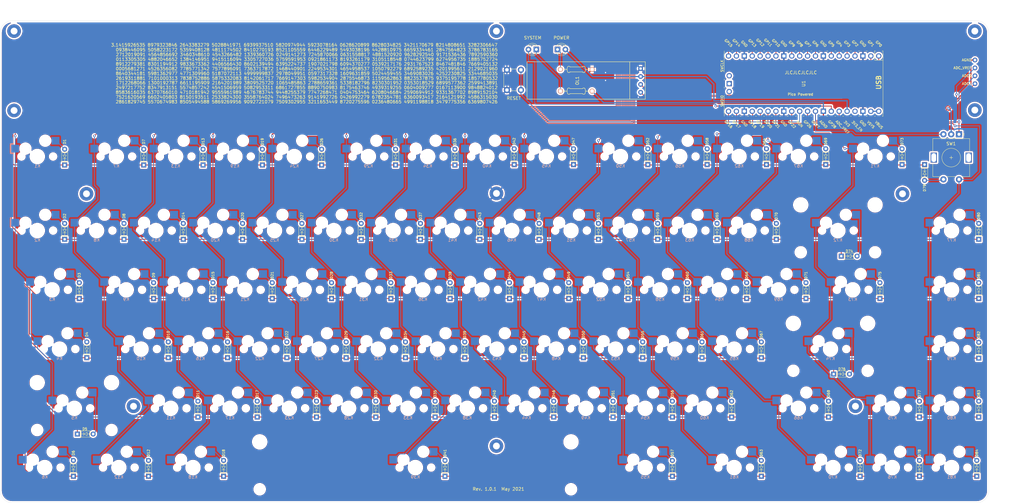
<source format=kicad_pcb>
(kicad_pcb (version 20171130) (host pcbnew "(5.1.10)-1")
  (layers (0 F.Cu signal hide) (31 B.Cu signal hide) (34 B.Paste user hide) (35 F.Paste user hide) (36 B.SilkS user) (37 F.SilkS user) (38 B.Mask user) (39 F.Mask user) (44 Edge.Cuts user))
  (net 0 "")
  (net 1 "Net-(D1-Pad2)")
  (net 2 row0)
  (net 3 "Net-(D2-Pad2)")
  (net 4 row1)
  (net 5 "Net-(D3-Pad2)")
  (net 6 row2)
  (net 7 "Net-(D4-Pad2)")
  (net 8 row3)
  (net 9 "Net-(D5-Pad2)")
  (net 10 row4)
  (net 11 "Net-(D6-Pad2)")
  (net 12 row5)
  (net 13 "Net-(D7-Pad2)")
  (net 14 "Net-(D8-Pad2)")
  (net 15 "Net-(D9-Pad2)")
  (net 16 "Net-(D10-Pad2)")
  (net 17 "Net-(D11-Pad2)")
  (net 18 "Net-(D12-Pad2)")
  (net 19 "Net-(D13-Pad2)")
  (net 20 "Net-(D14-Pad2)")
  (net 21 "Net-(D15-Pad2)")
  (net 22 "Net-(D16-Pad2)")
  (net 23 "Net-(D17-Pad2)")
  (net 24 "Net-(D18-Pad2)")
  (net 25 "Net-(D19-Pad2)")
  (net 26 "Net-(D20-Pad2)")
  (net 27 "Net-(D21-Pad2)")
  (net 28 "Net-(D22-Pad2)")
  (net 29 "Net-(D23-Pad2)")
  (net 30 VCC_3v3)
  (net 31 "Net-(D26-Pad2)")
  (net 32 "Net-(D27-Pad2)")
  (net 33 "Net-(D28-Pad2)")
  (net 34 "Net-(D29-Pad2)")
  (net 35 "Net-(D30-Pad2)")
  (net 36 "Net-(D31-Pad2)")
  (net 37 "Net-(D32-Pad2)")
  (net 38 "Net-(D33-Pad2)")
  (net 39 "Net-(D34-Pad2)")
  (net 40 "Net-(D35-Pad2)")
  (net 41 "Net-(D36-Pad2)")
  (net 42 "Net-(D37-Pad2)")
  (net 43 "Net-(D38-Pad2)")
  (net 44 "Net-(D39-Pad2)")
  (net 45 "Net-(D40-Pad2)")
  (net 46 "Net-(D41-Pad2)")
  (net 47 "Net-(D42-Pad2)")
  (net 48 "Net-(D43-Pad2)")
  (net 49 "Net-(D44-Pad2)")
  (net 50 "Net-(D45-Pad2)")
  (net 51 "Net-(D46-Pad2)")
  (net 52 "Net-(D47-Pad2)")
  (net 53 "Net-(D48-Pad2)")
  (net 54 "Net-(D49-Pad2)")
  (net 55 "Net-(D50-Pad2)")
  (net 56 "Net-(D51-Pad2)")
  (net 57 "Net-(D52-Pad2)")
  (net 58 "Net-(D53-Pad2)")
  (net 59 "Net-(D54-Pad2)")
  (net 60 "Net-(D55-Pad2)")
  (net 61 "Net-(D56-Pad2)")
  (net 62 "Net-(D57-Pad2)")
  (net 63 "Net-(D58-Pad2)")
  (net 64 "Net-(D59-Pad2)")
  (net 65 "Net-(D60-Pad2)")
  (net 66 "Net-(D61-Pad2)")
  (net 67 "Net-(D62-Pad2)")
  (net 68 "Net-(D63-Pad2)")
  (net 69 "Net-(D64-Pad2)")
  (net 70 "Net-(D65-Pad2)")
  (net 71 "Net-(D66-Pad2)")
  (net 72 "Net-(D67-Pad2)")
  (net 73 "Net-(D68-Pad2)")
  (net 74 "Net-(D69-Pad2)")
  (net 75 "Net-(D70-Pad2)")
  (net 76 "Net-(D71-Pad2)")
  (net 77 "Net-(D72-Pad2)")
  (net 78 "Net-(D73-Pad2)")
  (net 79 "Net-(D74-Pad2)")
  (net 80 "Net-(D75-Pad2)")
  (net 81 "Net-(D76-Pad2)")
  (net 82 "Net-(D77-Pad2)")
  (net 83 "Net-(D78-Pad2)")
  (net 84 s1)
  (net 85 "Net-(D80-Pad2)")
  (net 86 "Net-(D81-Pad2)")
  (net 87 "Net-(D82-Pad2)")
  (net 88 "Net-(D83-Pad2)")
  (net 89 "Net-(D84-Pad2)")
  (net 90 col0)
  (net 91 col1)
  (net 92 col2)
  (net 93 col3)
  (net 94 col4)
  (net 95 col5)
  (net 96 col6)
  (net 97 col7)
  (net 98 col8)
  (net 99 col9)
  (net 100 col10)
  (net 101 col11)
  (net 102 col12)
  (net 103 col13)
  (net 104 col14)
  (net 105 GND)
  (net 106 l2C0_SCL)
  (net 107 l2C0_SDA)
  (net 108 "Net-(U1-Pad43)")
  (net 109 "Net-(U1-Pad42)")
  (net 110 "Net-(U1-Pad41)")
  (net 111 "Net-(U1-Pad37)")
  (net 112 "Net-(U1-Pad39)")
  (net 113 AGND)
  (net 114 ADC2)
  (net 115 ADCO)
  (net 116 ADC1)
  (net 117 RUN)
  (net 118 ADC_VREF)
  (net 119 "Net-(D24-Pad1)")
  (net 120 "Net-(D25-Pad1)")
  (module pi75:oled-mirroed (layer F.Cu) (at 314.7308 21.9964)
    (fp_text reference J1 hide)
    (fp_text value Conn_2Rows-05Pins)
    (pad 1 thru_hole circle (at -17.5 -3.81) (size 1.524 1.524) (drill 0.762) (layers *.Cu *.Mask) (net 113 AGND))
    (pad 2 thru_hole circle (at -17.5 -1.27) (size 1.524 1.524) (drill 0.762) (layers *.Cu *.Mask) (net 118 ADC_VREF))
    (pad 3 thru_hole circle (at -17.5 1.27) (size 1.524 1.524) (drill 0.762) (layers *.Cu *.Mask) (net 115 ADCO))
    (pad 4 thru_hole circle (at -17.5 3.81) (size 1.524 1.524) (drill 0.762) (layers *.Cu *.Mask) (net 116 ADC1))
  )
  (module pi75:oled-mirroed (layer F.Cu) (at 172.339 24.765 180)
    (fp_text reference OL1 (at 2.8575 -0.0635 270) (layer F.SilkS))
    (fp_text value OLED)
    (pad 1 thru_hole circle (at -17.5 -3.81 180) (size 1.524 1.524) (drill 0.762) (layers *.Cu *.Mask) (net 107 l2C0_SDA))
    (pad 2 thru_hole circle (at -17.5 -1.27 180) (size 1.524 1.524) (drill 0.762) (layers *.Cu *.Mask) (net 106 l2C0_SCL))
    (pad 3 thru_hole circle (at -17.5 1.27 180) (size 1.524 1.524) (drill 0.762) (layers *.Cu *.Mask) (net 30 VCC_3v3))
    (pad 4 thru_hole circle (at -17.5 3.81 180) (size 1.524 1.524) (drill 0.762) (layers *.Cu *.Mask) (net 105 GND))
  )
  (module cftkb:MountingHole_2.2mm_M2_Pad (layer F.Cu) (at 273.9517 61.2013)
    (fp_text reference REF**)
    (fp_text value MountingHole_2.2mm_M2_Pad)
    (pad 1 thru_hole circle (at 0 0) (size 4.4 4.4) (drill 2.2) (layers *.Cu *.Mask))
  )
  (module cftkb:MountingHole_2.2mm_M2_Pad (layer F.Cu) (at 143.51 142.3035)
    (fp_text reference REF**)
    (fp_text value MountingHole_2.2mm_M2_Pad)
    (pad 1 thru_hole circle (at 0 0) (size 4.4 4.4) (drill 2.2) (layers *.Cu *.Mask))
  )
  (module cftkb:MountingHole_2.2mm_M2_Pad (layer F.Cu) (at 11.8237 61.2013)
    (fp_text reference REF**)
    (fp_text value MountingHole_2.2mm_M2_Pad)
    (pad 1 thru_hole circle (at 0 0) (size 4.4 4.4) (drill 2.2) (layers *.Cu *.Mask))
  )
  (module cftkb:MountingHole_2.2mm_M2_Pad (layer F.Cu) (at 258.8387 129.5273)
    (fp_text reference REF**)
    (fp_text value MountingHole_2.2mm_M2_Pad)
    (pad 1 thru_hole circle (at 0 0) (size 4.4 4.4) (drill 2.2) (layers *.Cu *.Mask))
  )
  (module cftkb:MountingHole_2.2mm_M2_Pad (layer F.Cu) (at 26.9367 129.5273)
    (fp_text reference REF**)
    (fp_text value MountingHole_2.2mm_M2_Pad)
    (pad 1 thru_hole circle (at 0 0) (size 4.4 4.4) (drill 2.2) (layers *.Cu *.Mask))
  )
  (module pi75:Resistor-2 (layer F.Cu) (at 169.164 28.194)
    (fp_text reference R1 hide)
    (fp_text value R_Small hide)
    (pad 1 thru_hole circle (at -5.08 0) (size 1.651 1.651) (drill 0.9906) (layers *.Cu *.SilkS *.Mask) (net 119 "Net-(D24-Pad1)"))
    (pad 2 thru_hole circle (at 5.08 0) (size 1.651 1.651) (drill 0.9906) (layers *.Cu *.SilkS *.Mask) (net 113 AGND))
  )
  (module pi75:Resistor-2 (layer F.Cu) (at 169.164 21.209)
    (fp_text reference R2 hide)
    (fp_text value R_Small hide)
    (pad 1 thru_hole circle (at -5.08 0) (size 1.651 1.651) (drill 0.9906) (layers *.Cu *.SilkS *.Mask) (net 120 "Net-(D25-Pad1)"))
    (pad 2 thru_hole circle (at 5.08 0) (size 1.651 1.651) (drill 0.9906) (layers *.Cu *.SilkS *.Mask) (net 105 GND))
  )
  (module cftkb:MountingHole_2.2mm_M2_Pad (layer F.Cu) (at 143.5227 61.0743)
    (fp_text reference H1)
    (fp_text value MountingHole_Pad)
    (pad 1 thru_hole circle (at 0 0) (size 4.4 4.4) (drill 2.2) (layers *.Cu *.Mask) (net 105 GND))
  )
  (module MX_Only:MXOnly-2U-Hotswap-ReversedStabilizers (layer F.Cu) (at 253.20625 73.025)
    (fp_text reference K72)
    (fp_text value KEYSW-keyboard_parts)
    (fp_text user %R (at 0 3.048) (layer B.SilkS) (effects (justify mirror)))
    (pad "" np_thru_hole circle (at -11.938 -8.255) (size 3.9878 3.9878) (drill 3.9878) (layers *.Cu *.Mask))
    (pad "" np_thru_hole circle (at 11.938 -8.255) (size 3.9878 3.9878) (drill 3.9878) (layers *.Cu *.Mask))
    (pad "" np_thru_hole circle (at -11.938 6.985) (size 3.048 3.048) (drill 3.048) (layers *.Cu *.Mask))
    (pad "" np_thru_hole circle (at 11.938 6.985) (size 3.048 3.048) (drill 3.048) (layers *.Cu *.Mask))
    (pad 2 smd rect (at 5.842 -5.08) (size 2.55 2.5) (layers B.Cu B.Paste B.Mask) (net 79 "Net-(D74-Pad2)"))
    (pad 1 smd rect (at -7.085 -2.54) (size 2.55 2.5) (layers B.Cu B.Paste B.Mask) (net 103 col13))
    (pad "" np_thru_hole circle (at 5.08 0 48.0996) (size 1.75 1.75) (drill 1.75) (layers *.Cu *.Mask))
    (pad "" np_thru_hole circle (at -5.08 0 48.0996) (size 1.75 1.75) (drill 1.75) (layers *.Cu *.Mask))
    (pad "" np_thru_hole circle (at -3.81 -2.54) (size 3 3) (drill 3) (layers *.Cu *.Mask))
    (pad "" np_thru_hole circle (at 0 0) (size 3.9878 3.9878) (drill 3.9878) (layers *.Cu *.Mask))
    (pad "" np_thru_hole circle (at 2.54 -5.08) (size 3 3) (drill 3) (layers *.Cu *.Mask))
  )
  (module MX_Only:MXOnly-2.25U-Hotswap-ReversedStabilizers (layer F.Cu) (at 250.825 111.125)
    (fp_text reference K74)
    (fp_text value KEYSW-keyboard_parts)
    (fp_text user %R (at 0 3.048) (layer B.SilkS) (effects (justify mirror)))
    (pad "" np_thru_hole circle (at -11.938 -8.255) (size 3.9878 3.9878) (drill 3.9878) (layers *.Cu *.Mask))
    (pad "" np_thru_hole circle (at 11.938 -8.255) (size 3.9878 3.9878) (drill 3.9878) (layers *.Cu *.Mask))
    (pad "" np_thru_hole circle (at -11.938 6.985) (size 3.048 3.048) (drill 3.048) (layers *.Cu *.Mask))
    (pad "" np_thru_hole circle (at 11.938 6.985) (size 3.048 3.048) (drill 3.048) (layers *.Cu *.Mask))
    (pad 2 smd rect (at 5.842 -5.08) (size 2.55 2.5) (layers B.Cu B.Paste B.Mask) (net 81 "Net-(D76-Pad2)"))
    (pad 1 smd rect (at -7.085 -2.54) (size 2.55 2.5) (layers B.Cu B.Paste B.Mask) (net 103 col13))
    (pad "" np_thru_hole circle (at 5.08 0 48.0996) (size 1.75 1.75) (drill 1.75) (layers *.Cu *.Mask))
    (pad "" np_thru_hole circle (at -5.08 0 48.0996) (size 1.75 1.75) (drill 1.75) (layers *.Cu *.Mask))
    (pad "" np_thru_hole circle (at -3.81 -2.54) (size 3 3) (drill 3) (layers *.Cu *.Mask))
    (pad "" np_thru_hole circle (at 0 0) (size 3.9878 3.9878) (drill 3.9878) (layers *.Cu *.Mask))
    (pad "" np_thru_hole circle (at 2.54 -5.08) (size 3 3) (drill 3) (layers *.Cu *.Mask))
  )
  (module MX_Only:MXOnly-6.25U-Hotswap-ReversedStabilizers (layer F.Cu) (at 117.475 149.225)
    (fp_text reference K39)
    (fp_text value KEYSW-keyboard_parts)
    (fp_text user %R (at 0 3.048) (layer B.SilkS) (effects (justify mirror)))
    (pad "" np_thru_hole circle (at -49.9999 -8.255) (size 3.9878 3.9878) (drill 3.9878) (layers *.Cu *.Mask))
    (pad "" np_thru_hole circle (at 49.9999 -8.255) (size 3.9878 3.9878) (drill 3.9878) (layers *.Cu *.Mask))
    (pad "" np_thru_hole circle (at -49.9999 6.985) (size 3.048 3.048) (drill 3.048) (layers *.Cu *.Mask))
    (pad "" np_thru_hole circle (at 49.9999 6.985) (size 3.048 3.048) (drill 3.048) (layers *.Cu *.Mask))
    (pad 2 smd rect (at 5.842 -5.08) (size 2.55 2.5) (layers B.Cu B.Paste B.Mask) (net 46 "Net-(D41-Pad2)"))
    (pad 1 smd rect (at -7.085 -2.54) (size 2.55 2.5) (layers B.Cu B.Paste B.Mask) (net 96 col6))
    (pad "" np_thru_hole circle (at 5.08 0 48.0996) (size 1.75 1.75) (drill 1.75) (layers *.Cu *.Mask))
    (pad "" np_thru_hole circle (at -5.08 0 48.0996) (size 1.75 1.75) (drill 1.75) (layers *.Cu *.Mask))
    (pad "" np_thru_hole circle (at -3.81 -2.54) (size 3 3) (drill 3) (layers *.Cu *.Mask))
    (pad "" np_thru_hole circle (at 0 0) (size 3.9878 3.9878) (drill 3.9878) (layers *.Cu *.Mask))
    (pad "" np_thru_hole circle (at 2.54 -5.08) (size 3 3) (drill 3) (layers *.Cu *.Mask))
  )
  (module MX_Only:MXOnly-2.25U-Hotswap-ReversedStabilizers (layer F.Cu) (at 7.9375 130.175)
    (fp_text reference K5)
    (fp_text value KEYSW-keyboard_parts)
    (fp_text user %R (at 0 3.048) (layer B.SilkS) (effects (justify mirror)))
    (pad "" np_thru_hole circle (at -11.938 -8.255) (size 3.9878 3.9878) (drill 3.9878) (layers *.Cu *.Mask))
    (pad "" np_thru_hole circle (at 11.938 -8.255) (size 3.9878 3.9878) (drill 3.9878) (layers *.Cu *.Mask))
    (pad "" np_thru_hole circle (at -11.938 6.985) (size 3.048 3.048) (drill 3.048) (layers *.Cu *.Mask))
    (pad "" np_thru_hole circle (at 11.938 6.985) (size 3.048 3.048) (drill 3.048) (layers *.Cu *.Mask))
    (pad 2 smd rect (at 5.842 -5.08) (size 2.55 2.5) (layers B.Cu B.Paste B.Mask) (net 9 "Net-(D5-Pad2)"))
    (pad 1 smd rect (at -7.085 -2.54) (size 2.55 2.5) (layers B.Cu B.Paste B.Mask) (net 90 col0))
    (pad "" np_thru_hole circle (at 5.08 0 48.0996) (size 1.75 1.75) (drill 1.75) (layers *.Cu *.Mask))
    (pad "" np_thru_hole circle (at -5.08 0 48.0996) (size 1.75 1.75) (drill 1.75) (layers *.Cu *.Mask))
    (pad "" np_thru_hole circle (at -3.81 -2.54) (size 3 3) (drill 3) (layers *.Cu *.Mask))
    (pad "" np_thru_hole circle (at 0 0) (size 3.9878 3.9878) (drill 3.9878) (layers *.Cu *.Mask))
    (pad "" np_thru_hole circle (at 2.54 -5.08) (size 3 3) (drill 3) (layers *.Cu *.Mask))
  )
  (module cftkb:MountingHole_2.2mm_M2_Pad (layer F.Cu) (at 143.51 8.89)
    (fp_text reference REF**)
    (fp_text value MountingHole_2.2mm_M2_Pad)
    (pad 1 thru_hole circle (at 0 0) (size 4.4 4.4) (drill 2.2) (layers *.Cu *.Mask))
  )
  (module MCU_RaspberryPi_and_Boards:RPi_Pico_TH (layer F.Cu) (at 242.189 25.781 270)
    (fp_text reference U1 (at 0 0 270) (layer F.SilkS))
    (fp_text value Pico)
    (fp_text user GP1 (at -12.9 -21.6 315) (layer F.SilkS) (effects (font (size 0.8 0.8))))
    (fp_text user GP2 (at -12.9 -16.51 315) (layer F.SilkS) (effects (font (size 0.8 0.8))))
    (fp_text user GP0 (at -12.8 -24.13 315) (layer F.SilkS) (effects (font (size 0.8 0.8))))
    (fp_text user GP3 (at -12.8 -13.97 315) (layer F.SilkS) (effects (font (size 0.8 0.8))))
    (fp_text user GP4 (at -12.8 -11.43 315) (layer F.SilkS) (effects (font (size 0.8 0.8))))
    (fp_text user GP5 (at -12.8 -8.89 315) (layer F.SilkS) (effects (font (size 0.8 0.8))))
    (fp_text user GP6 (at -12.8 -3.81 315) (layer F.SilkS) (effects (font (size 0.8 0.8))))
    (fp_text user GP7 (at -12.7 -1.3 315) (layer F.SilkS) (effects (font (size 0.8 0.8))))
    (fp_text user GP8 (at -12.8 1.27 315) (layer F.SilkS) (effects (font (size 0.8 0.8))))
    (fp_text user GP9 (at -12.8 3.81 315) (layer F.SilkS) (effects (font (size 0.8 0.8))))
    (fp_text user GP10 (at -13.054 8.89 315) (layer F.SilkS) (effects (font (size 0.8 0.8))))
    (fp_text user GP11 (at -13.2 11.43 315) (layer F.SilkS) (effects (font (size 0.8 0.8))))
    (fp_text user GP12 (at -13.2 13.97 315) (layer F.SilkS) (effects (font (size 0.8 0.8))))
    (fp_text user GP13 (at -13.054 16.51 315) (layer F.SilkS) (effects (font (size 0.8 0.8))))
    (fp_text user GP14 (at -13.1 21.59 315) (layer F.SilkS) (effects (font (size 0.8 0.8))))
    (fp_text user GP15 (at -13.054 24.13 315) (layer F.SilkS) (effects (font (size 0.8 0.8))))
    (fp_text user GP16 (at 13.054 24.13 315) (layer F.SilkS) (effects (font (size 0.8 0.8))))
    (fp_text user GP17 (at 13.054 21.59 315) (layer F.SilkS) (effects (font (size 0.8 0.8))))
    (fp_text user GP18 (at 13.054 16.51 315) (layer F.SilkS) (effects (font (size 0.8 0.8))))
    (fp_text user GP19 (at 13.054 13.97 315) (layer F.SilkS) (effects (font (size 0.8 0.8))))
    (fp_text user GP20 (at 13.054 11.43 315) (layer F.SilkS) (effects (font (size 0.8 0.8))))
    (fp_text user GP21 (at 13.054 8.9 315) (layer F.SilkS) (effects (font (size 0.8 0.8))))
    (fp_text user GP22 (at 13.054 3.81 315) (layer F.SilkS) (effects (font (size 0.8 0.8))))
    (fp_text user RUN (at 13 1.27 315) (layer F.SilkS) (effects (font (size 0.8 0.8))))
    (fp_text user GP26 (at 13.054 -1.27 315) (layer F.SilkS) (effects (font (size 0.8 0.8))))
    (fp_text user GP27 (at 13.054 -3.8 315) (layer F.SilkS) (effects (font (size 0.8 0.8))))
    (fp_text user GP28 (at 13.054 -9.144 315) (layer F.SilkS) (effects (font (size 0.8 0.8))))
    (fp_text user ADC_VREF (at 14 -12.5 315) (layer F.SilkS) (effects (font (size 0.8 0.8))))
    (fp_text user 3V3 (at 12.9 -13.9 315) (layer F.SilkS) (effects (font (size 0.8 0.8))))
    (fp_text user 3V3_EN (at 13.7 -17.2 315) (layer F.SilkS) (effects (font (size 0.8 0.8))))
    (fp_text user VSYS (at 13.2 -21.59 315) (layer F.SilkS) (effects (font (size 0.8 0.8))))
    (fp_text user VBUS (at 13.3 -24.2 315) (layer F.SilkS) (effects (font (size 0.8 0.8))))
    (fp_text user GND (at -12.8 -19.05 315) (layer F.SilkS) (effects (font (size 0.8 0.8))))
    (fp_text user GND (at -12.8 -6.35 315) (layer F.SilkS) (effects (font (size 0.8 0.8))))
    (fp_text user GND (at -12.8 6.35 315) (layer F.SilkS) (effects (font (size 0.8 0.8))))
    (fp_text user GND (at -12.8 19.05 315) (layer F.SilkS) (effects (font (size 0.8 0.8))))
    (fp_text user GND (at 12.8 19.05 315) (layer F.SilkS) (effects (font (size 0.8 0.8))))
    (fp_text user GND (at 12.8 6.35 315) (layer F.SilkS) (effects (font (size 0.8 0.8))))
    (fp_text user GND (at 12.8 -19.05 315) (layer F.SilkS) (effects (font (size 0.8 0.8))))
    (fp_text user AGND (at 13.054 -6.35 315) (layer F.SilkS) (effects (font (size 0.8 0.8))))
    (fp_text user SWCLK (at -5.7 26.2 270) (layer F.SilkS) (effects (font (size 0.8 0.8))))
    (fp_text user SWDIO (at 5.6 26.2 270) (layer F.SilkS) (effects (font (size 0.8 0.8))))
    (pad 1 thru_hole oval (at -8.89 -24.13 270) (size 1.7 1.7) (drill 1.02) (layers *.Cu *.Mask) (net 107 l2C0_SDA))
    (pad 2 thru_hole oval (at -8.89 -21.59 270) (size 1.7 1.7) (drill 1.02) (layers *.Cu *.Mask) (net 106 l2C0_SCL))
    (pad 3 thru_hole rect (at -8.89 -19.05 270) (size 1.7 1.7) (drill 1.02) (layers *.Cu *.Mask) (net 105 GND))
    (pad 4 thru_hole oval (at -8.89 -16.51 270) (size 1.7 1.7) (drill 1.02) (layers *.Cu *.Mask) (net 12 row5))
    (pad 5 thru_hole oval (at -8.89 -13.97 270) (size 1.7 1.7) (drill 1.02) (layers *.Cu *.Mask) (net 10 row4))
    (pad 6 thru_hole oval (at -8.89 -11.43 270) (size 1.7 1.7) (drill 1.02) (layers *.Cu *.Mask) (net 8 row3))
    (pad 7 thru_hole oval (at -8.89 -8.89 270) (size 1.7 1.7) (drill 1.02) (layers *.Cu *.Mask) (net 6 row2))
    (pad 8 thru_hole rect (at -8.89 -6.35 270) (size 1.7 1.7) (drill 1.02) (layers *.Cu *.Mask) (net 105 GND))
    (pad 9 thru_hole oval (at -8.89 -3.81 270) (size 1.7 1.7) (drill 1.02) (layers *.Cu *.Mask) (net 4 row1))
    (pad 10 thru_hole oval (at -8.89 -1.27 270) (size 1.7 1.7) (drill 1.02) (layers *.Cu *.Mask) (net 2 row0))
    (pad 11 thru_hole oval (at -8.89 1.27 270) (size 1.7 1.7) (drill 1.02) (layers *.Cu *.Mask) (net 90 col0))
    (pad 12 thru_hole oval (at -8.89 3.81 270) (size 1.7 1.7) (drill 1.02) (layers *.Cu *.Mask) (net 91 col1))
    (pad 13 thru_hole rect (at -8.89 6.35 270) (size 1.7 1.7) (drill 1.02) (layers *.Cu *.Mask) (net 105 GND))
    (pad 14 thru_hole oval (at -8.89 8.89 270) (size 1.7 1.7) (drill 1.02) (layers *.Cu *.Mask) (net 92 col2))
    (pad 15 thru_hole oval (at -8.89 11.43 270) (size 1.7 1.7) (drill 1.02) (layers *.Cu *.Mask) (net 93 col3))
    (pad 16 thru_hole oval (at -8.89 13.97 270) (size 1.7 1.7) (drill 1.02) (layers *.Cu *.Mask) (net 94 col4))
    (pad 17 thru_hole oval (at -8.89 16.51 270) (size 1.7 1.7) (drill 1.02) (layers *.Cu *.Mask) (net 95 col5))
    (pad 18 thru_hole rect (at -8.89 19.05 270) (size 1.7 1.7) (drill 1.02) (layers *.Cu *.Mask) (net 105 GND))
    (pad 19 thru_hole oval (at -8.89 21.59 270) (size 1.7 1.7) (drill 1.02) (layers *.Cu *.Mask) (net 96 col6))
    (pad 20 thru_hole oval (at -8.89 24.13 270) (size 1.7 1.7) (drill 1.02) (layers *.Cu *.Mask) (net 97 col7))
    (pad 21 thru_hole oval (at 8.89 24.13 270) (size 1.7 1.7) (drill 1.02) (layers *.Cu *.Mask) (net 98 col8))
    (pad 22 thru_hole oval (at 8.89 21.59 270) (size 1.7 1.7) (drill 1.02) (layers *.Cu *.Mask) (net 99 col9))
    (pad 23 thru_hole rect (at 8.89 19.05 270) (size 1.7 1.7) (drill 1.02) (layers *.Cu *.Mask) (net 105 GND))
    (pad 24 thru_hole oval (at 8.89 16.51 270) (size 1.7 1.7) (drill 1.02) (layers *.Cu *.Mask) (net 100 col10))
    (pad 25 thru_hole oval (at 8.89 13.97 270) (size 1.7 1.7) (drill 1.02) (layers *.Cu *.Mask) (net 101 col11))
    (pad 26 thru_hole oval (at 8.89 11.43 270) (size 1.7 1.7) (drill 1.02) (layers *.Cu *.Mask) (net 102 col12))
    (pad 27 thru_hole oval (at 8.89 8.89 270) (size 1.7 1.7) (drill 1.02) (layers *.Cu *.Mask) (net 103 col13))
    (pad 28 thru_hole rect (at 8.89 6.35 270) (size 1.7 1.7) (drill 1.02) (layers *.Cu *.Mask) (net 105 GND))
    (pad 29 thru_hole oval (at 8.89 3.81 270) (size 1.7 1.7) (drill 1.02) (layers *.Cu *.Mask) (net 104 col14))
    (pad 30 thru_hole oval (at 8.89 1.27 270) (size 1.7 1.7) (drill 1.02) (layers *.Cu *.Mask) (net 117 RUN))
    (pad 31 thru_hole oval (at 8.89 -1.27 270) (size 1.7 1.7) (drill 1.02) (layers *.Cu *.Mask) (net 115 ADCO))
    (pad 32 thru_hole oval (at 8.89 -3.81 270) (size 1.7 1.7) (drill 1.02) (layers *.Cu *.Mask) (net 116 ADC1))
    (pad 33 thru_hole rect (at 8.89 -6.35 270) (size 1.7 1.7) (drill 1.02) (layers *.Cu *.Mask) (net 113 AGND))
    (pad 34 thru_hole oval (at 8.89 -8.89 270) (size 1.7 1.7) (drill 1.02) (layers *.Cu *.Mask) (net 114 ADC2))
    (pad 35 thru_hole oval (at 8.89 -11.43 270) (size 1.7 1.7) (drill 1.02) (layers *.Cu *.Mask) (net 118 ADC_VREF))
    (pad 36 thru_hole oval (at 8.89 -13.97 270) (size 1.7 1.7) (drill 1.02) (layers *.Cu *.Mask) (net 30 VCC_3v3))
    (pad 37 thru_hole oval (at 8.89 -16.51 270) (size 1.7 1.7) (drill 1.02) (layers *.Cu *.Mask) (net 111 "Net-(U1-Pad37)"))
    (pad 38 thru_hole rect (at 8.89 -19.05 270) (size 1.7 1.7) (drill 1.02) (layers *.Cu *.Mask) (net 105 GND))
    (pad 39 thru_hole oval (at 8.89 -21.59 270) (size 1.7 1.7) (drill 1.02) (layers *.Cu *.Mask) (net 112 "Net-(U1-Pad39)"))
    (pad 40 thru_hole oval (at 8.89 -24.13 270) (size 1.7 1.7) (drill 1.02) (layers *.Cu *.Mask) (net 112 "Net-(U1-Pad39)"))
    (pad 41 thru_hole oval (at -2.54 23.9 270) (size 1.7 1.7) (drill 1.02) (layers *.Cu *.Mask) (net 110 "Net-(U1-Pad41)"))
    (pad 42 thru_hole rect (at 0 23.9 270) (size 1.7 1.7) (drill 1.02) (layers *.Cu *.Mask) (net 109 "Net-(U1-Pad42)"))
    (pad 43 thru_hole oval (at 2.54 23.9 270) (size 1.7 1.7) (drill 1.02) (layers *.Cu *.Mask) (net 108 "Net-(U1-Pad43)"))
  )
  (module cftkb:D_DO-35_SOD27_P5.08mm_Horizontal (layer F.Cu) (at 42.926 77.089 90)
    (fp_text reference D14 (at 8.77 0 90) (layer F.SilkS) (effects (font (size 0.8 0.8))))
    (fp_text value D_Small)
    (pad 2 thru_hole oval (at 6.35 0 90) (size 1.6 1.6) (drill 0.8) (layers *.Cu *.Mask) (net 20 "Net-(D14-Pad2)"))
    (pad 1 thru_hole rect (at 1.27 0 90) (size 1.6 1.6) (drill 0.8) (layers *.Cu *.Mask) (net 4 row1))
  )
  (module cftkb:MountingHole_2.2mm_M2_Pad (layer F.Cu) (at -11.43 34.417)
    (fp_text reference REF**)
    (fp_text value MountingHole_2.2mm_M2_Pad)
    (pad 1 thru_hole circle (at 0 0) (size 4.4 4.4) (drill 2.2) (layers *.Cu *.Mask))
  )
  (module cftkb:MountingHole_2.2mm_M2_Pad (layer F.Cu) (at -11.43 8.89)
    (fp_text reference REF**)
    (fp_text value MountingHole_2.2mm_M2_Pad)
    (pad 1 thru_hole circle (at 0 0) (size 4.4 4.4) (drill 2.2) (layers *.Cu *.Mask))
  )
  (module cftkb:MountingHole_2.2mm_M2_Pad (layer F.Cu) (at 297.18 34.29)
    (fp_text reference REF**)
    (fp_text value MountingHole_2.2mm_M2_Pad)
    (pad 1 thru_hole circle (at 0 0) (size 4.4 4.4) (drill 2.2) (layers *.Cu *.Mask))
  )
  (module cftkb:MountingHole_2.2mm_M2_Pad (layer F.Cu) (at 297.18 8.89)
    (fp_text reference REF**)
    (fp_text value MountingHole_2.2mm_M2_Pad)
    (pad 1 thru_hole circle (at 0 0) (size 4.4 4.4) (drill 2.2) (layers *.Cu *.Mask))
  )
  (module cftkb:SW_PUSH_6mm (layer F.Cu) (at 151.384 21.336 270)
    (fp_text reference SW2)
    (fp_text value Reset)
    (pad 1 thru_hole circle (at 6.5 0) (size 2 2) (drill 1.1) (layers *.Cu *.Mask) (net 117 RUN))
    (pad 2 thru_hole circle (at 6.5 4.5) (size 2 2) (drill 1.1) (layers *.Cu *.Mask) (net 105 GND))
    (pad 1 thru_hole circle (at 0 0) (size 2 2) (drill 1.1) (layers *.Cu *.Mask) (net 117 RUN))
    (pad 2 thru_hole circle (at 0 4.5) (size 2 2) (drill 1.1) (layers *.Cu *.Mask) (net 105 GND))
  )
  (module MX_Only:MXOnly-1U-Hotswap (layer F.Cu) (at 57.94375 130.175)
    (fp_text reference K17)
    (fp_text value KEYSW-keyboard_parts)
    (fp_text user %R (at 0 3.048) (layer B.SilkS) (effects (justify mirror)))
    (pad 2 smd rect (at 5.842 -5.08) (size 2.55 2.5) (layers B.Cu B.Paste B.Mask) (net 23 "Net-(D17-Pad2)"))
    (pad 1 smd rect (at -7.085 -2.54) (size 2.55 2.5) (layers B.Cu B.Paste B.Mask) (net 92 col2))
    (pad "" np_thru_hole circle (at 5.08 0 48.0996) (size 1.75 1.75) (drill 1.75) (layers *.Cu *.Mask))
    (pad "" np_thru_hole circle (at -5.08 0 48.0996) (size 1.75 1.75) (drill 1.75) (layers *.Cu *.Mask))
    (pad "" np_thru_hole circle (at -3.81 -2.54) (size 3 3) (drill 3) (layers *.Cu *.Mask))
    (pad "" np_thru_hole circle (at 0 0) (size 3.9878 3.9878) (drill 3.9878) (layers *.Cu *.Mask))
    (pad "" np_thru_hole circle (at 2.54 -5.08) (size 3 3) (drill 3) (layers *.Cu *.Mask))
  )
  (module Rotary_Encoder:RotaryEncoder_Alps_EC11E-Switch_Vertical_H20mm (layer F.Cu) (at 292.1 42.06875 270)
    (fp_text reference SW1 (at 3.01625 2.54 180) (layer F.SilkS))
    (fp_text value Rotary_Encoder_Switch)
    (pad A thru_hole rect (at 0 0 270) (size 2 2) (drill 1) (layers *.Cu *.Mask) (net 115 ADCO))
    (pad C thru_hole circle (at 0 2.5 270) (size 2 2) (drill 1) (layers *.Cu *.Mask) (net 113 AGND))
    (pad B thru_hole circle (at 0 5 270) (size 2 2) (drill 1) (layers *.Cu *.Mask) (net 116 ADC1))
    (pad MP thru_hole rect (at 7.5 -3.1 270) (size 3.2 2) (drill oval 2.8 1.5) (layers *.Cu *.Mask))
    (pad MP thru_hole rect (at 7.5 8.1 270) (size 3.2 2) (drill oval 2.8 1.5) (layers *.Cu *.Mask))
    (pad S2 thru_hole circle (at 14.5 0 270) (size 2 2) (drill 1) (layers *.Cu *.Mask) (net 104 col14))
    (pad S1 thru_hole circle (at 14.5 5 270) (size 2 2) (drill 1) (layers *.Cu *.Mask) (net 84 s1))
  )
  (module MX_Only:MXOnly-1U-Hotswap (layer F.Cu) (at 289.71875 149.225)
    (fp_text reference K81)
    (fp_text value KEYSW-keyboard_parts)
    (fp_text user %R (at 0 3.048) (layer B.SilkS) (effects (justify mirror)))
    (pad 2 smd rect (at 5.842 -5.08) (size 2.55 2.5) (layers B.Cu B.Paste B.Mask) (net 89 "Net-(D84-Pad2)"))
    (pad 1 smd rect (at -7.085 -2.54) (size 2.55 2.5) (layers B.Cu B.Paste B.Mask) (net 104 col14))
    (pad "" np_thru_hole circle (at 5.08 0 48.0996) (size 1.75 1.75) (drill 1.75) (layers *.Cu *.Mask))
    (pad "" np_thru_hole circle (at -5.08 0 48.0996) (size 1.75 1.75) (drill 1.75) (layers *.Cu *.Mask))
    (pad "" np_thru_hole circle (at -3.81 -2.54) (size 3 3) (drill 3) (layers *.Cu *.Mask))
    (pad "" np_thru_hole circle (at 0 0) (size 3.9878 3.9878) (drill 3.9878) (layers *.Cu *.Mask))
    (pad "" np_thru_hole circle (at 2.54 -5.08) (size 3 3) (drill 3) (layers *.Cu *.Mask))
  )
  (module MX_Only:MXOnly-1U-Hotswap (layer F.Cu) (at 289.71875 130.175)
    (fp_text reference K80)
    (fp_text value KEYSW-keyboard_parts)
    (fp_text user %R (at 0 3.048) (layer B.SilkS) (effects (justify mirror)))
    (pad 2 smd rect (at 5.842 -5.08) (size 2.55 2.5) (layers B.Cu B.Paste B.Mask) (net 88 "Net-(D83-Pad2)"))
    (pad 1 smd rect (at -7.085 -2.54) (size 2.55 2.5) (layers B.Cu B.Paste B.Mask) (net 104 col14))
    (pad "" np_thru_hole circle (at 5.08 0 48.0996) (size 1.75 1.75) (drill 1.75) (layers *.Cu *.Mask))
    (pad "" np_thru_hole circle (at -5.08 0 48.0996) (size 1.75 1.75) (drill 1.75) (layers *.Cu *.Mask))
    (pad "" np_thru_hole circle (at -3.81 -2.54) (size 3 3) (drill 3) (layers *.Cu *.Mask))
    (pad "" np_thru_hole circle (at 0 0) (size 3.9878 3.9878) (drill 3.9878) (layers *.Cu *.Mask))
    (pad "" np_thru_hole circle (at 2.54 -5.08) (size 3 3) (drill 3) (layers *.Cu *.Mask))
  )
  (module MX_Only:MXOnly-1U-Hotswap (layer F.Cu) (at 289.71875 111.125)
    (fp_text reference K79)
    (fp_text value KEYSW-keyboard_parts)
    (fp_text user %R (at 0 3.048) (layer B.SilkS) (effects (justify mirror)))
    (pad 2 smd rect (at 5.842 -5.08) (size 2.55 2.5) (layers B.Cu B.Paste B.Mask) (net 87 "Net-(D82-Pad2)"))
    (pad 1 smd rect (at -7.085 -2.54) (size 2.55 2.5) (layers B.Cu B.Paste B.Mask) (net 104 col14))
    (pad "" np_thru_hole circle (at 5.08 0 48.0996) (size 1.75 1.75) (drill 1.75) (layers *.Cu *.Mask))
    (pad "" np_thru_hole circle (at -5.08 0 48.0996) (size 1.75 1.75) (drill 1.75) (layers *.Cu *.Mask))
    (pad "" np_thru_hole circle (at -3.81 -2.54) (size 3 3) (drill 3) (layers *.Cu *.Mask))
    (pad "" np_thru_hole circle (at 0 0) (size 3.9878 3.9878) (drill 3.9878) (layers *.Cu *.Mask))
    (pad "" np_thru_hole circle (at 2.54 -5.08) (size 3 3) (drill 3) (layers *.Cu *.Mask))
  )
  (module MX_Only:MXOnly-1U-Hotswap (layer F.Cu) (at 289.71875 92.075)
    (fp_text reference K78)
    (fp_text value KEYSW-keyboard_parts)
    (fp_text user %R (at 0 3.048) (layer B.SilkS) (effects (justify mirror)))
    (pad 2 smd rect (at 5.842 -5.08) (size 2.55 2.5) (layers B.Cu B.Paste B.Mask) (net 86 "Net-(D81-Pad2)"))
    (pad 1 smd rect (at -7.085 -2.54) (size 2.55 2.5) (layers B.Cu B.Paste B.Mask) (net 104 col14))
    (pad "" np_thru_hole circle (at 5.08 0 48.0996) (size 1.75 1.75) (drill 1.75) (layers *.Cu *.Mask))
    (pad "" np_thru_hole circle (at -5.08 0 48.0996) (size 1.75 1.75) (drill 1.75) (layers *.Cu *.Mask))
    (pad "" np_thru_hole circle (at -3.81 -2.54) (size 3 3) (drill 3) (layers *.Cu *.Mask))
    (pad "" np_thru_hole circle (at 0 0) (size 3.9878 3.9878) (drill 3.9878) (layers *.Cu *.Mask))
    (pad "" np_thru_hole circle (at 2.54 -5.08) (size 3 3) (drill 3) (layers *.Cu *.Mask))
  )
  (module MX_Only:MXOnly-1U-Hotswap (layer F.Cu) (at 289.71875 73.025)
    (fp_text reference K77)
    (fp_text value KEYSW-keyboard_parts)
    (fp_text user %R (at 0 3.048) (layer B.SilkS) (effects (justify mirror)))
    (pad 2 smd rect (at 5.842 -5.08) (size 2.55 2.5) (layers B.Cu B.Paste B.Mask) (net 85 "Net-(D80-Pad2)"))
    (pad 1 smd rect (at -7.085 -2.54) (size 2.55 2.5) (layers B.Cu B.Paste B.Mask) (net 104 col14))
    (pad "" np_thru_hole circle (at 5.08 0 48.0996) (size 1.75 1.75) (drill 1.75) (layers *.Cu *.Mask))
    (pad "" np_thru_hole circle (at -5.08 0 48.0996) (size 1.75 1.75) (drill 1.75) (layers *.Cu *.Mask))
    (pad "" np_thru_hole circle (at -3.81 -2.54) (size 3 3) (drill 3) (layers *.Cu *.Mask))
    (pad "" np_thru_hole circle (at 0 0) (size 3.9878 3.9878) (drill 3.9878) (layers *.Cu *.Mask))
    (pad "" np_thru_hole circle (at 2.54 -5.08) (size 3 3) (drill 3) (layers *.Cu *.Mask))
  )
  (module MX_Only:MXOnly-1U-Hotswap (layer F.Cu) (at 270.66875 149.225)
    (fp_text reference K76)
    (fp_text value KEYSW-keyboard_parts)
    (fp_text user %R (at 0 3.048) (layer B.SilkS) (effects (justify mirror)))
    (pad 2 smd rect (at 5.842 -5.08) (size 2.55 2.5) (layers B.Cu B.Paste B.Mask) (net 83 "Net-(D78-Pad2)"))
    (pad 1 smd rect (at -7.085 -2.54) (size 2.55 2.5) (layers B.Cu B.Paste B.Mask) (net 103 col13))
    (pad "" np_thru_hole circle (at 5.08 0 48.0996) (size 1.75 1.75) (drill 1.75) (layers *.Cu *.Mask))
    (pad "" np_thru_hole circle (at -5.08 0 48.0996) (size 1.75 1.75) (drill 1.75) (layers *.Cu *.Mask))
    (pad "" np_thru_hole circle (at -3.81 -2.54) (size 3 3) (drill 3) (layers *.Cu *.Mask))
    (pad "" np_thru_hole circle (at 0 0) (size 3.9878 3.9878) (drill 3.9878) (layers *.Cu *.Mask))
    (pad "" np_thru_hole circle (at 2.54 -5.08) (size 3 3) (drill 3) (layers *.Cu *.Mask))
  )
  (module MX_Only:MXOnly-1U-Hotswap (layer F.Cu) (at 270.66875 130.175)
    (fp_text reference K75)
    (fp_text value KEYSW-keyboard_parts)
    (fp_text user %R (at 0 3.048) (layer B.SilkS) (effects (justify mirror)))
    (pad 2 smd rect (at 5.842 -5.08) (size 2.55 2.5) (layers B.Cu B.Paste B.Mask) (net 82 "Net-(D77-Pad2)"))
    (pad 1 smd rect (at -7.085 -2.54) (size 2.55 2.5) (layers B.Cu B.Paste B.Mask) (net 103 col13))
    (pad "" np_thru_hole circle (at 5.08 0 48.0996) (size 1.75 1.75) (drill 1.75) (layers *.Cu *.Mask))
    (pad "" np_thru_hole circle (at -5.08 0 48.0996) (size 1.75 1.75) (drill 1.75) (layers *.Cu *.Mask))
    (pad "" np_thru_hole circle (at -3.81 -2.54) (size 3 3) (drill 3) (layers *.Cu *.Mask))
    (pad "" np_thru_hole circle (at 0 0) (size 3.9878 3.9878) (drill 3.9878) (layers *.Cu *.Mask))
    (pad "" np_thru_hole circle (at 2.54 -5.08) (size 3 3) (drill 3) (layers *.Cu *.Mask))
  )
  (module MX_Only:MXOnly-1.5U-Hotswap (layer F.Cu) (at 257.96875 92.075)
    (fp_text reference K73)
    (fp_text value KEYSW-keyboard_parts)
    (fp_text user %R (at 0 3.048) (layer B.SilkS) (effects (justify mirror)))
    (pad 2 smd rect (at 5.842 -5.08) (size 2.55 2.5) (layers B.Cu B.Paste B.Mask) (net 80 "Net-(D75-Pad2)"))
    (pad 1 smd rect (at -7.085 -2.54) (size 2.55 2.5) (layers B.Cu B.Paste B.Mask) (net 103 col13))
    (pad "" np_thru_hole circle (at 5.08 0 48.0996) (size 1.75 1.75) (drill 1.75) (layers *.Cu *.Mask))
    (pad "" np_thru_hole circle (at -5.08 0 48.0996) (size 1.75 1.75) (drill 1.75) (layers *.Cu *.Mask))
    (pad "" np_thru_hole circle (at -3.81 -2.54) (size 3 3) (drill 3) (layers *.Cu *.Mask))
    (pad "" np_thru_hole circle (at 0 0) (size 3.9878 3.9878) (drill 3.9878) (layers *.Cu *.Mask))
    (pad "" np_thru_hole circle (at 2.54 -5.08) (size 3 3) (drill 3) (layers *.Cu *.Mask))
  )
  (module MX_Only:MXOnly-1U-Hotswap (layer F.Cu) (at 265.1125 49.2125)
    (fp_text reference K71)
    (fp_text value KEYSW-keyboard_parts)
    (fp_text user %R (at 0 3.048) (layer B.SilkS) (effects (justify mirror)))
    (pad 2 smd rect (at 5.842 -5.08) (size 2.55 2.5) (layers B.Cu B.Paste B.Mask) (net 78 "Net-(D73-Pad2)"))
    (pad 1 smd rect (at -7.085 -2.54) (size 2.55 2.5) (layers B.Cu B.Paste B.Mask) (net 103 col13))
    (pad "" np_thru_hole circle (at 5.08 0 48.0996) (size 1.75 1.75) (drill 1.75) (layers *.Cu *.Mask))
    (pad "" np_thru_hole circle (at -5.08 0 48.0996) (size 1.75 1.75) (drill 1.75) (layers *.Cu *.Mask))
    (pad "" np_thru_hole circle (at -3.81 -2.54) (size 3 3) (drill 3) (layers *.Cu *.Mask))
    (pad "" np_thru_hole circle (at 0 0) (size 3.9878 3.9878) (drill 3.9878) (layers *.Cu *.Mask))
    (pad "" np_thru_hole circle (at 2.54 -5.08) (size 3 3) (drill 3) (layers *.Cu *.Mask))
  )
  (module MX_Only:MXOnly-1U-Hotswap (layer F.Cu) (at 251.61875 149.225)
    (fp_text reference K70)
    (fp_text value KEYSW-keyboard_parts)
    (fp_text user %R (at 0 3.048) (layer B.SilkS) (effects (justify mirror)))
    (pad 2 smd rect (at 5.842 -5.08) (size 2.55 2.5) (layers B.Cu B.Paste B.Mask) (net 77 "Net-(D72-Pad2)"))
    (pad 1 smd rect (at -7.085 -2.54) (size 2.55 2.5) (layers B.Cu B.Paste B.Mask) (net 101 col11))
    (pad "" np_thru_hole circle (at 5.08 0 48.0996) (size 1.75 1.75) (drill 1.75) (layers *.Cu *.Mask))
    (pad "" np_thru_hole circle (at -5.08 0 48.0996) (size 1.75 1.75) (drill 1.75) (layers *.Cu *.Mask))
    (pad "" np_thru_hole circle (at -3.81 -2.54) (size 3 3) (drill 3) (layers *.Cu *.Mask))
    (pad "" np_thru_hole circle (at 0 0) (size 3.9878 3.9878) (drill 3.9878) (layers *.Cu *.Mask))
    (pad "" np_thru_hole circle (at 2.54 -5.08) (size 3 3) (drill 3) (layers *.Cu *.Mask))
  )
  (module MX_Only:MXOnly-1U-Hotswap (layer F.Cu) (at 234.15625 92.075)
    (fp_text reference K69)
    (fp_text value KEYSW-keyboard_parts)
    (fp_text user %R (at 0 3.048) (layer B.SilkS) (effects (justify mirror)))
    (pad 2 smd rect (at 5.842 -5.08) (size 2.55 2.5) (layers B.Cu B.Paste B.Mask) (net 76 "Net-(D71-Pad2)"))
    (pad 1 smd rect (at -7.085 -2.54) (size 2.55 2.5) (layers B.Cu B.Paste B.Mask) (net 102 col12))
    (pad "" np_thru_hole circle (at 5.08 0 48.0996) (size 1.75 1.75) (drill 1.75) (layers *.Cu *.Mask))
    (pad "" np_thru_hole circle (at -5.08 0 48.0996) (size 1.75 1.75) (drill 1.75) (layers *.Cu *.Mask))
    (pad "" np_thru_hole circle (at -3.81 -2.54) (size 3 3) (drill 3) (layers *.Cu *.Mask))
    (pad "" np_thru_hole circle (at 0 0) (size 3.9878 3.9878) (drill 3.9878) (layers *.Cu *.Mask))
    (pad "" np_thru_hole circle (at 2.54 -5.08) (size 3 3) (drill 3) (layers *.Cu *.Mask))
  )
  (module MX_Only:MXOnly-1U-Hotswap (layer F.Cu) (at 224.63125 73.025)
    (fp_text reference K68)
    (fp_text value KEYSW-keyboard_parts)
    (fp_text user %R (at 0 3.048) (layer B.SilkS) (effects (justify mirror)))
    (pad 2 smd rect (at 5.842 -5.08) (size 2.55 2.5) (layers B.Cu B.Paste B.Mask) (net 75 "Net-(D70-Pad2)"))
    (pad 1 smd rect (at -7.085 -2.54) (size 2.55 2.5) (layers B.Cu B.Paste B.Mask) (net 102 col12))
    (pad "" np_thru_hole circle (at 5.08 0 48.0996) (size 1.75 1.75) (drill 1.75) (layers *.Cu *.Mask))
    (pad "" np_thru_hole circle (at -5.08 0 48.0996) (size 1.75 1.75) (drill 1.75) (layers *.Cu *.Mask))
    (pad "" np_thru_hole circle (at -3.81 -2.54) (size 3 3) (drill 3) (layers *.Cu *.Mask))
    (pad "" np_thru_hole circle (at 0 0) (size 3.9878 3.9878) (drill 3.9878) (layers *.Cu *.Mask))
    (pad "" np_thru_hole circle (at 2.54 -5.08) (size 3 3) (drill 3) (layers *.Cu *.Mask))
  )
  (module MX_Only:MXOnly-1U-Hotswap (layer F.Cu) (at 240.50625 49.2125)
    (fp_text reference K67)
    (fp_text value KEYSW-keyboard_parts)
    (fp_text user %R (at 0 3.048) (layer B.SilkS) (effects (justify mirror)))
    (pad 2 smd rect (at 5.842 -5.08) (size 2.55 2.5) (layers B.Cu B.Paste B.Mask) (net 74 "Net-(D69-Pad2)"))
    (pad 1 smd rect (at -7.085 -2.54) (size 2.55 2.5) (layers B.Cu B.Paste B.Mask) (net 102 col12))
    (pad "" np_thru_hole circle (at 5.08 0 48.0996) (size 1.75 1.75) (drill 1.75) (layers *.Cu *.Mask))
    (pad "" np_thru_hole circle (at -5.08 0 48.0996) (size 1.75 1.75) (drill 1.75) (layers *.Cu *.Mask))
    (pad "" np_thru_hole circle (at -3.81 -2.54) (size 3 3) (drill 3) (layers *.Cu *.Mask))
    (pad "" np_thru_hole circle (at 0 0) (size 3.9878 3.9878) (drill 3.9878) (layers *.Cu *.Mask))
    (pad "" np_thru_hole circle (at 2.54 -5.08) (size 3 3) (drill 3) (layers *.Cu *.Mask))
  )
  (module MX_Only:MXOnly-1.75U-Hotswap (layer F.Cu) (at 240.50625 130.175)
    (fp_text reference K66)
    (fp_text value KEYSW-keyboard_parts)
    (fp_text user %R (at 0 3.048) (layer B.SilkS) (effects (justify mirror)))
    (pad 2 smd rect (at 5.842 -5.08) (size 2.55 2.5) (layers B.Cu B.Paste B.Mask) (net 73 "Net-(D68-Pad2)"))
    (pad 1 smd rect (at -7.085 -2.54) (size 2.55 2.5) (layers B.Cu B.Paste B.Mask) (net 101 col11))
    (pad "" np_thru_hole circle (at 5.08 0 48.0996) (size 1.75 1.75) (drill 1.75) (layers *.Cu *.Mask))
    (pad "" np_thru_hole circle (at -5.08 0 48.0996) (size 1.75 1.75) (drill 1.75) (layers *.Cu *.Mask))
    (pad "" np_thru_hole circle (at -3.81 -2.54) (size 3 3) (drill 3) (layers *.Cu *.Mask))
    (pad "" np_thru_hole circle (at 0 0) (size 3.9878 3.9878) (drill 3.9878) (layers *.Cu *.Mask))
    (pad "" np_thru_hole circle (at 2.54 -5.08) (size 3 3) (drill 3) (layers *.Cu *.Mask))
  )
  (module MX_Only:MXOnly-1U-Hotswap (layer F.Cu) (at 219.86875 111.125)
    (fp_text reference K65)
    (fp_text value KEYSW-keyboard_parts)
    (fp_text user %R (at 0 3.048) (layer B.SilkS) (effects (justify mirror)))
    (pad 2 smd rect (at 5.842 -5.08) (size 2.55 2.5) (layers B.Cu B.Paste B.Mask) (net 72 "Net-(D67-Pad2)"))
    (pad 1 smd rect (at -7.085 -2.54) (size 2.55 2.5) (layers B.Cu B.Paste B.Mask) (net 101 col11))
    (pad "" np_thru_hole circle (at 5.08 0 48.0996) (size 1.75 1.75) (drill 1.75) (layers *.Cu *.Mask))
    (pad "" np_thru_hole circle (at -5.08 0 48.0996) (size 1.75 1.75) (drill 1.75) (layers *.Cu *.Mask))
    (pad "" np_thru_hole circle (at -3.81 -2.54) (size 3 3) (drill 3) (layers *.Cu *.Mask))
    (pad "" np_thru_hole circle (at 0 0) (size 3.9878 3.9878) (drill 3.9878) (layers *.Cu *.Mask))
    (pad "" np_thru_hole circle (at 2.54 -5.08) (size 3 3) (drill 3) (layers *.Cu *.Mask))
  )
  (module MX_Only:MXOnly-1U-Hotswap (layer F.Cu) (at 215.10625 92.075)
    (fp_text reference K64)
    (fp_text value KEYSW-keyboard_parts)
    (fp_text user %R (at 0 3.048) (layer B.SilkS) (effects (justify mirror)))
    (pad 2 smd rect (at 5.842 -5.08) (size 2.55 2.5) (layers B.Cu B.Paste B.Mask) (net 71 "Net-(D66-Pad2)"))
    (pad 1 smd rect (at -7.085 -2.54) (size 2.55 2.5) (layers B.Cu B.Paste B.Mask) (net 101 col11))
    (pad "" np_thru_hole circle (at 5.08 0 48.0996) (size 1.75 1.75) (drill 1.75) (layers *.Cu *.Mask))
    (pad "" np_thru_hole circle (at -5.08 0 48.0996) (size 1.75 1.75) (drill 1.75) (layers *.Cu *.Mask))
    (pad "" np_thru_hole circle (at -3.81 -2.54) (size 3 3) (drill 3) (layers *.Cu *.Mask))
    (pad "" np_thru_hole circle (at 0 0) (size 3.9878 3.9878) (drill 3.9878) (layers *.Cu *.Mask))
    (pad "" np_thru_hole circle (at 2.54 -5.08) (size 3 3) (drill 3) (layers *.Cu *.Mask))
  )
  (module MX_Only:MXOnly-1U-Hotswap (layer F.Cu) (at 205.58125 73.025)
    (fp_text reference K63)
    (fp_text value KEYSW-keyboard_parts)
    (fp_text user %R (at 0 3.048) (layer B.SilkS) (effects (justify mirror)))
    (pad 2 smd rect (at 5.842 -5.08) (size 2.55 2.5) (layers B.Cu B.Paste B.Mask) (net 70 "Net-(D65-Pad2)"))
    (pad 1 smd rect (at -7.085 -2.54) (size 2.55 2.5) (layers B.Cu B.Paste B.Mask) (net 101 col11))
    (pad "" np_thru_hole circle (at 5.08 0 48.0996) (size 1.75 1.75) (drill 1.75) (layers *.Cu *.Mask))
    (pad "" np_thru_hole circle (at -5.08 0 48.0996) (size 1.75 1.75) (drill 1.75) (layers *.Cu *.Mask))
    (pad "" np_thru_hole circle (at -3.81 -2.54) (size 3 3) (drill 3) (layers *.Cu *.Mask))
    (pad "" np_thru_hole circle (at 0 0) (size 3.9878 3.9878) (drill 3.9878) (layers *.Cu *.Mask))
    (pad "" np_thru_hole circle (at 2.54 -5.08) (size 3 3) (drill 3) (layers *.Cu *.Mask))
  )
  (module MX_Only:MXOnly-1U-Hotswap (layer F.Cu) (at 221.45625 49.2125)
    (fp_text reference K62)
    (fp_text value KEYSW-keyboard_parts)
    (fp_text user %R (at 0 3.048) (layer B.SilkS) (effects (justify mirror)))
    (pad 2 smd rect (at 5.842 -5.08) (size 2.55 2.5) (layers B.Cu B.Paste B.Mask) (net 69 "Net-(D64-Pad2)"))
    (pad 1 smd rect (at -7.085 -2.54) (size 2.55 2.5) (layers B.Cu B.Paste B.Mask) (net 101 col11))
    (pad "" np_thru_hole circle (at 5.08 0 48.0996) (size 1.75 1.75) (drill 1.75) (layers *.Cu *.Mask))
    (pad "" np_thru_hole circle (at -5.08 0 48.0996) (size 1.75 1.75) (drill 1.75) (layers *.Cu *.Mask))
    (pad "" np_thru_hole circle (at -3.81 -2.54) (size 3 3) (drill 3) (layers *.Cu *.Mask))
    (pad "" np_thru_hole circle (at 0 0) (size 3.9878 3.9878) (drill 3.9878) (layers *.Cu *.Mask))
    (pad "" np_thru_hole circle (at 2.54 -5.08) (size 3 3) (drill 3) (layers *.Cu *.Mask))
  )
  (module MX_Only:MXOnly-1.5U-Hotswap (layer F.Cu) (at 219.86875 149.225)
    (fp_text reference K61)
    (fp_text value KEYSW-keyboard_parts)
    (fp_text user %R (at 0 3.048) (layer B.SilkS) (effects (justify mirror)))
    (pad 2 smd rect (at 5.842 -5.08) (size 2.55 2.5) (layers B.Cu B.Paste B.Mask) (net 68 "Net-(D63-Pad2)"))
    (pad 1 smd rect (at -7.085 -2.54) (size 2.55 2.5) (layers B.Cu B.Paste B.Mask) (net 100 col10))
    (pad "" np_thru_hole circle (at 5.08 0 48.0996) (size 1.75 1.75) (drill 1.75) (layers *.Cu *.Mask))
    (pad "" np_thru_hole circle (at -5.08 0 48.0996) (size 1.75 1.75) (drill 1.75) (layers *.Cu *.Mask))
    (pad "" np_thru_hole circle (at -3.81 -2.54) (size 3 3) (drill 3) (layers *.Cu *.Mask))
    (pad "" np_thru_hole circle (at 0 0) (size 3.9878 3.9878) (drill 3.9878) (layers *.Cu *.Mask))
    (pad "" np_thru_hole circle (at 2.54 -5.08) (size 3 3) (drill 3) (layers *.Cu *.Mask))
  )
  (module MX_Only:MXOnly-1U-Hotswap (layer F.Cu) (at 210.34375 130.175)
    (fp_text reference K60)
    (fp_text value KEYSW-keyboard_parts)
    (fp_text user %R (at 0 3.048) (layer B.SilkS) (effects (justify mirror)))
    (pad 2 smd rect (at 5.842 -5.08) (size 2.55 2.5) (layers B.Cu B.Paste B.Mask) (net 67 "Net-(D62-Pad2)"))
    (pad 1 smd rect (at -7.085 -2.54) (size 2.55 2.5) (layers B.Cu B.Paste B.Mask) (net 100 col10))
    (pad "" np_thru_hole circle (at 5.08 0 48.0996) (size 1.75 1.75) (drill 1.75) (layers *.Cu *.Mask))
    (pad "" np_thru_hole circle (at -5.08 0 48.0996) (size 1.75 1.75) (drill 1.75) (layers *.Cu *.Mask))
    (pad "" np_thru_hole circle (at -3.81 -2.54) (size 3 3) (drill 3) (layers *.Cu *.Mask))
    (pad "" np_thru_hole circle (at 0 0) (size 3.9878 3.9878) (drill 3.9878) (layers *.Cu *.Mask))
    (pad "" np_thru_hole circle (at 2.54 -5.08) (size 3 3) (drill 3) (layers *.Cu *.Mask))
  )
  (module MX_Only:MXOnly-1U-Hotswap (layer F.Cu) (at 200.81875 111.125)
    (fp_text reference K59)
    (fp_text value KEYSW-keyboard_parts)
    (fp_text user %R (at 0 3.048) (layer B.SilkS) (effects (justify mirror)))
    (pad 2 smd rect (at 5.842 -5.08) (size 2.55 2.5) (layers B.Cu B.Paste B.Mask) (net 66 "Net-(D61-Pad2)"))
    (pad 1 smd rect (at -7.085 -2.54) (size 2.55 2.5) (layers B.Cu B.Paste B.Mask) (net 100 col10))
    (pad "" np_thru_hole circle (at 5.08 0 48.0996) (size 1.75 1.75) (drill 1.75) (layers *.Cu *.Mask))
    (pad "" np_thru_hole circle (at -5.08 0 48.0996) (size 1.75 1.75) (drill 1.75) (layers *.Cu *.Mask))
    (pad "" np_thru_hole circle (at -3.81 -2.54) (size 3 3) (drill 3) (layers *.Cu *.Mask))
    (pad "" np_thru_hole circle (at 0 0) (size 3.9878 3.9878) (drill 3.9878) (layers *.Cu *.Mask))
    (pad "" np_thru_hole circle (at 2.54 -5.08) (size 3 3) (drill 3) (layers *.Cu *.Mask))
  )
  (module MX_Only:MXOnly-1U-Hotswap (layer F.Cu) (at 196.05625 92.075)
    (fp_text reference K58)
    (fp_text value KEYSW-keyboard_parts)
    (fp_text user %R (at 0 3.048) (layer B.SilkS) (effects (justify mirror)))
    (pad 2 smd rect (at 5.842 -5.08) (size 2.55 2.5) (layers B.Cu B.Paste B.Mask) (net 65 "Net-(D60-Pad2)"))
    (pad 1 smd rect (at -7.085 -2.54) (size 2.55 2.5) (layers B.Cu B.Paste B.Mask) (net 100 col10))
    (pad "" np_thru_hole circle (at 5.08 0 48.0996) (size 1.75 1.75) (drill 1.75) (layers *.Cu *.Mask))
    (pad "" np_thru_hole circle (at -5.08 0 48.0996) (size 1.75 1.75) (drill 1.75) (layers *.Cu *.Mask))
    (pad "" np_thru_hole circle (at -3.81 -2.54) (size 3 3) (drill 3) (layers *.Cu *.Mask))
    (pad "" np_thru_hole circle (at 0 0) (size 3.9878 3.9878) (drill 3.9878) (layers *.Cu *.Mask))
    (pad "" np_thru_hole circle (at 2.54 -5.08) (size 3 3) (drill 3) (layers *.Cu *.Mask))
  )
  (module MX_Only:MXOnly-1U-Hotswap (layer F.Cu) (at 186.53125 73.025)
    (fp_text reference K57)
    (fp_text value KEYSW-keyboard_parts)
    (fp_text user %R (at 0 3.048) (layer B.SilkS) (effects (justify mirror)))
    (pad 2 smd rect (at 5.842 -5.08) (size 2.55 2.5) (layers B.Cu B.Paste B.Mask) (net 64 "Net-(D59-Pad2)"))
    (pad 1 smd rect (at -7.085 -2.54) (size 2.55 2.5) (layers B.Cu B.Paste B.Mask) (net 100 col10))
    (pad "" np_thru_hole circle (at 5.08 0 48.0996) (size 1.75 1.75) (drill 1.75) (layers *.Cu *.Mask))
    (pad "" np_thru_hole circle (at -5.08 0 48.0996) (size 1.75 1.75) (drill 1.75) (layers *.Cu *.Mask))
    (pad "" np_thru_hole circle (at -3.81 -2.54) (size 3 3) (drill 3) (layers *.Cu *.Mask))
    (pad "" np_thru_hole circle (at 0 0) (size 3.9878 3.9878) (drill 3.9878) (layers *.Cu *.Mask))
    (pad "" np_thru_hole circle (at 2.54 -5.08) (size 3 3) (drill 3) (layers *.Cu *.Mask))
  )
  (module MX_Only:MXOnly-1U-Hotswap (layer F.Cu) (at 202.40625 49.2125)
    (fp_text reference K56)
    (fp_text value KEYSW-keyboard_parts)
    (fp_text user %R (at 0 3.048) (layer B.SilkS) (effects (justify mirror)))
    (pad 2 smd rect (at 5.842 -5.08) (size 2.55 2.5) (layers B.Cu B.Paste B.Mask) (net 63 "Net-(D58-Pad2)"))
    (pad 1 smd rect (at -7.085 -2.54) (size 2.55 2.5) (layers B.Cu B.Paste B.Mask) (net 100 col10))
    (pad "" np_thru_hole circle (at 5.08 0 48.0996) (size 1.75 1.75) (drill 1.75) (layers *.Cu *.Mask))
    (pad "" np_thru_hole circle (at -5.08 0 48.0996) (size 1.75 1.75) (drill 1.75) (layers *.Cu *.Mask))
    (pad "" np_thru_hole circle (at -3.81 -2.54) (size 3 3) (drill 3) (layers *.Cu *.Mask))
    (pad "" np_thru_hole circle (at 0 0) (size 3.9878 3.9878) (drill 3.9878) (layers *.Cu *.Mask))
    (pad "" np_thru_hole circle (at 2.54 -5.08) (size 3 3) (drill 3) (layers *.Cu *.Mask))
  )
  (module MX_Only:MXOnly-1.5U-Hotswap (layer F.Cu) (at 191.29375 149.225)
    (fp_text reference K55)
    (fp_text value KEYSW-keyboard_parts)
    (fp_text user %R (at 0 3.048) (layer B.SilkS) (effects (justify mirror)))
    (pad 2 smd rect (at 5.842 -5.08) (size 2.55 2.5) (layers B.Cu B.Paste B.Mask) (net 62 "Net-(D57-Pad2)"))
    (pad 1 smd rect (at -7.085 -2.54) (size 2.55 2.5) (layers B.Cu B.Paste B.Mask) (net 99 col9))
    (pad "" np_thru_hole circle (at 5.08 0 48.0996) (size 1.75 1.75) (drill 1.75) (layers *.Cu *.Mask))
    (pad "" np_thru_hole circle (at -5.08 0 48.0996) (size 1.75 1.75) (drill 1.75) (layers *.Cu *.Mask))
    (pad "" np_thru_hole circle (at -3.81 -2.54) (size 3 3) (drill 3) (layers *.Cu *.Mask))
    (pad "" np_thru_hole circle (at 0 0) (size 3.9878 3.9878) (drill 3.9878) (layers *.Cu *.Mask))
    (pad "" np_thru_hole circle (at 2.54 -5.08) (size 3 3) (drill 3) (layers *.Cu *.Mask))
  )
  (module MX_Only:MXOnly-1U-Hotswap (layer F.Cu) (at 191.29375 130.175)
    (fp_text reference K54)
    (fp_text value KEYSW-keyboard_parts)
    (fp_text user %R (at 0 3.048) (layer B.SilkS) (effects (justify mirror)))
    (pad 2 smd rect (at 5.842 -5.08) (size 2.55 2.5) (layers B.Cu B.Paste B.Mask) (net 61 "Net-(D56-Pad2)"))
    (pad 1 smd rect (at -7.085 -2.54) (size 2.55 2.5) (layers B.Cu B.Paste B.Mask) (net 99 col9))
    (pad "" np_thru_hole circle (at 5.08 0 48.0996) (size 1.75 1.75) (drill 1.75) (layers *.Cu *.Mask))
    (pad "" np_thru_hole circle (at -5.08 0 48.0996) (size 1.75 1.75) (drill 1.75) (layers *.Cu *.Mask))
    (pad "" np_thru_hole circle (at -3.81 -2.54) (size 3 3) (drill 3) (layers *.Cu *.Mask))
    (pad "" np_thru_hole circle (at 0 0) (size 3.9878 3.9878) (drill 3.9878) (layers *.Cu *.Mask))
    (pad "" np_thru_hole circle (at 2.54 -5.08) (size 3 3) (drill 3) (layers *.Cu *.Mask))
  )
  (module MX_Only:MXOnly-1U-Hotswap (layer F.Cu) (at 181.76875 111.125)
    (fp_text reference K53)
    (fp_text value KEYSW-keyboard_parts)
    (fp_text user %R (at 0 3.048) (layer B.SilkS) (effects (justify mirror)))
    (pad 2 smd rect (at 5.842 -5.08) (size 2.55 2.5) (layers B.Cu B.Paste B.Mask) (net 60 "Net-(D55-Pad2)"))
    (pad 1 smd rect (at -7.085 -2.54) (size 2.55 2.5) (layers B.Cu B.Paste B.Mask) (net 99 col9))
    (pad "" np_thru_hole circle (at 5.08 0 48.0996) (size 1.75 1.75) (drill 1.75) (layers *.Cu *.Mask))
    (pad "" np_thru_hole circle (at -5.08 0 48.0996) (size 1.75 1.75) (drill 1.75) (layers *.Cu *.Mask))
    (pad "" np_thru_hole circle (at -3.81 -2.54) (size 3 3) (drill 3) (layers *.Cu *.Mask))
    (pad "" np_thru_hole circle (at 0 0) (size 3.9878 3.9878) (drill 3.9878) (layers *.Cu *.Mask))
    (pad "" np_thru_hole circle (at 2.54 -5.08) (size 3 3) (drill 3) (layers *.Cu *.Mask))
  )
  (module MX_Only:MXOnly-1U-Hotswap (layer F.Cu) (at 177.00625 92.075)
    (fp_text reference K52)
    (fp_text value KEYSW-keyboard_parts)
    (fp_text user %R (at 0 3.048) (layer B.SilkS) (effects (justify mirror)))
    (pad 2 smd rect (at 5.842 -5.08) (size 2.55 2.5) (layers B.Cu B.Paste B.Mask) (net 59 "Net-(D54-Pad2)"))
    (pad 1 smd rect (at -7.085 -2.54) (size 2.55 2.5) (layers B.Cu B.Paste B.Mask) (net 99 col9))
    (pad "" np_thru_hole circle (at 5.08 0 48.0996) (size 1.75 1.75) (drill 1.75) (layers *.Cu *.Mask))
    (pad "" np_thru_hole circle (at -5.08 0 48.0996) (size 1.75 1.75) (drill 1.75) (layers *.Cu *.Mask))
    (pad "" np_thru_hole circle (at -3.81 -2.54) (size 3 3) (drill 3) (layers *.Cu *.Mask))
    (pad "" np_thru_hole circle (at 0 0) (size 3.9878 3.9878) (drill 3.9878) (layers *.Cu *.Mask))
    (pad "" np_thru_hole circle (at 2.54 -5.08) (size 3 3) (drill 3) (layers *.Cu *.Mask))
  )
  (module MX_Only:MXOnly-1U-Hotswap (layer F.Cu) (at 167.48125 73.025)
    (fp_text reference K51)
    (fp_text value KEYSW-keyboard_parts)
    (fp_text user %R (at 0 3.048) (layer B.SilkS) (effects (justify mirror)))
    (pad 2 smd rect (at 5.842 -5.08) (size 2.55 2.5) (layers B.Cu B.Paste B.Mask) (net 58 "Net-(D53-Pad2)"))
    (pad 1 smd rect (at -7.085 -2.54) (size 2.55 2.5) (layers B.Cu B.Paste B.Mask) (net 99 col9))
    (pad "" np_thru_hole circle (at 5.08 0 48.0996) (size 1.75 1.75) (drill 1.75) (layers *.Cu *.Mask))
    (pad "" np_thru_hole circle (at -5.08 0 48.0996) (size 1.75 1.75) (drill 1.75) (layers *.Cu *.Mask))
    (pad "" np_thru_hole circle (at -3.81 -2.54) (size 3 3) (drill 3) (layers *.Cu *.Mask))
    (pad "" np_thru_hole circle (at 0 0) (size 3.9878 3.9878) (drill 3.9878) (layers *.Cu *.Mask))
    (pad "" np_thru_hole circle (at 2.54 -5.08) (size 3 3) (drill 3) (layers *.Cu *.Mask))
  )
  (module MX_Only:MXOnly-1U-Hotswap (layer F.Cu) (at 183.35625 49.2125)
    (fp_text reference K50)
    (fp_text value KEYSW-keyboard_parts)
    (fp_text user %R (at 0 3.048) (layer B.SilkS) (effects (justify mirror)))
    (pad 2 smd rect (at 5.842 -5.08) (size 2.55 2.5) (layers B.Cu B.Paste B.Mask) (net 57 "Net-(D52-Pad2)"))
    (pad 1 smd rect (at -7.085 -2.54) (size 2.55 2.5) (layers B.Cu B.Paste B.Mask) (net 99 col9))
    (pad "" np_thru_hole circle (at 5.08 0 48.0996) (size 1.75 1.75) (drill 1.75) (layers *.Cu *.Mask))
    (pad "" np_thru_hole circle (at -5.08 0 48.0996) (size 1.75 1.75) (drill 1.75) (layers *.Cu *.Mask))
    (pad "" np_thru_hole circle (at -3.81 -2.54) (size 3 3) (drill 3) (layers *.Cu *.Mask))
    (pad "" np_thru_hole circle (at 0 0) (size 3.9878 3.9878) (drill 3.9878) (layers *.Cu *.Mask))
    (pad "" np_thru_hole circle (at 2.54 -5.08) (size 3 3) (drill 3) (layers *.Cu *.Mask))
  )
  (module MX_Only:MXOnly-1U-Hotswap (layer F.Cu) (at 172.24375 130.175)
    (fp_text reference K49)
    (fp_text value KEYSW-keyboard_parts)
    (fp_text user %R (at 0 3.048) (layer B.SilkS) (effects (justify mirror)))
    (pad 2 smd rect (at 5.842 -5.08) (size 2.55 2.5) (layers B.Cu B.Paste B.Mask) (net 56 "Net-(D51-Pad2)"))
    (pad 1 smd rect (at -7.085 -2.54) (size 2.55 2.5) (layers B.Cu B.Paste B.Mask) (net 98 col8))
    (pad "" np_thru_hole circle (at 5.08 0 48.0996) (size 1.75 1.75) (drill 1.75) (layers *.Cu *.Mask))
    (pad "" np_thru_hole circle (at -5.08 0 48.0996) (size 1.75 1.75) (drill 1.75) (layers *.Cu *.Mask))
    (pad "" np_thru_hole circle (at -3.81 -2.54) (size 3 3) (drill 3) (layers *.Cu *.Mask))
    (pad "" np_thru_hole circle (at 0 0) (size 3.9878 3.9878) (drill 3.9878) (layers *.Cu *.Mask))
    (pad "" np_thru_hole circle (at 2.54 -5.08) (size 3 3) (drill 3) (layers *.Cu *.Mask))
  )
  (module MX_Only:MXOnly-1U-Hotswap (layer F.Cu) (at 162.71875 111.125)
    (fp_text reference K48)
    (fp_text value KEYSW-keyboard_parts)
    (fp_text user %R (at 0 3.048) (layer B.SilkS) (effects (justify mirror)))
    (pad 2 smd rect (at 5.842 -5.08) (size 2.55 2.5) (layers B.Cu B.Paste B.Mask) (net 55 "Net-(D50-Pad2)"))
    (pad 1 smd rect (at -7.085 -2.54) (size 2.55 2.5) (layers B.Cu B.Paste B.Mask) (net 98 col8))
    (pad "" np_thru_hole circle (at 5.08 0 48.0996) (size 1.75 1.75) (drill 1.75) (layers *.Cu *.Mask))
    (pad "" np_thru_hole circle (at -5.08 0 48.0996) (size 1.75 1.75) (drill 1.75) (layers *.Cu *.Mask))
    (pad "" np_thru_hole circle (at -3.81 -2.54) (size 3 3) (drill 3) (layers *.Cu *.Mask))
    (pad "" np_thru_hole circle (at 0 0) (size 3.9878 3.9878) (drill 3.9878) (layers *.Cu *.Mask))
    (pad "" np_thru_hole circle (at 2.54 -5.08) (size 3 3) (drill 3) (layers *.Cu *.Mask))
  )
  (module MX_Only:MXOnly-1U-Hotswap (layer F.Cu) (at 157.95625 92.075)
    (fp_text reference K47)
    (fp_text value KEYSW-keyboard_parts)
    (fp_text user %R (at 0 3.048) (layer B.SilkS) (effects (justify mirror)))
    (pad 2 smd rect (at 5.842 -5.08) (size 2.55 2.5) (layers B.Cu B.Paste B.Mask) (net 54 "Net-(D49-Pad2)"))
    (pad 1 smd rect (at -7.085 -2.54) (size 2.55 2.5) (layers B.Cu B.Paste B.Mask) (net 98 col8))
    (pad "" np_thru_hole circle (at 5.08 0 48.0996) (size 1.75 1.75) (drill 1.75) (layers *.Cu *.Mask))
    (pad "" np_thru_hole circle (at -5.08 0 48.0996) (size 1.75 1.75) (drill 1.75) (layers *.Cu *.Mask))
    (pad "" np_thru_hole circle (at -3.81 -2.54) (size 3 3) (drill 3) (layers *.Cu *.Mask))
    (pad "" np_thru_hole circle (at 0 0) (size 3.9878 3.9878) (drill 3.9878) (layers *.Cu *.Mask))
    (pad "" np_thru_hole circle (at 2.54 -5.08) (size 3 3) (drill 3) (layers *.Cu *.Mask))
  )
  (module MX_Only:MXOnly-1U-Hotswap (layer F.Cu) (at 148.43125 73.025)
    (fp_text reference K46)
    (fp_text value KEYSW-keyboard_parts)
    (fp_text user %R (at 0 3.048) (layer B.SilkS) (effects (justify mirror)))
    (pad 2 smd rect (at 5.842 -5.08) (size 2.55 2.5) (layers B.Cu B.Paste B.Mask) (net 53 "Net-(D48-Pad2)"))
    (pad 1 smd rect (at -7.085 -2.54) (size 2.55 2.5) (layers B.Cu B.Paste B.Mask) (net 98 col8))
    (pad "" np_thru_hole circle (at 5.08 0 48.0996) (size 1.75 1.75) (drill 1.75) (layers *.Cu *.Mask))
    (pad "" np_thru_hole circle (at -5.08 0 48.0996) (size 1.75 1.75) (drill 1.75) (layers *.Cu *.Mask))
    (pad "" np_thru_hole circle (at -3.81 -2.54) (size 3 3) (drill 3) (layers *.Cu *.Mask))
    (pad "" np_thru_hole circle (at 0 0) (size 3.9878 3.9878) (drill 3.9878) (layers *.Cu *.Mask))
    (pad "" np_thru_hole circle (at 2.54 -5.08) (size 3 3) (drill 3) (layers *.Cu *.Mask))
  )
  (module MX_Only:MXOnly-1U-Hotswap (layer F.Cu) (at 159.54375 49.2125)
    (fp_text reference K45)
    (fp_text value KEYSW-keyboard_parts)
    (fp_text user %R (at 0 3.048) (layer B.SilkS) (effects (justify mirror)))
    (pad 2 smd rect (at 5.842 -5.08) (size 2.55 2.5) (layers B.Cu B.Paste B.Mask) (net 52 "Net-(D47-Pad2)"))
    (pad 1 smd rect (at -7.085 -2.54) (size 2.55 2.5) (layers B.Cu B.Paste B.Mask) (net 98 col8))
    (pad "" np_thru_hole circle (at 5.08 0 48.0996) (size 1.75 1.75) (drill 1.75) (layers *.Cu *.Mask))
    (pad "" np_thru_hole circle (at -5.08 0 48.0996) (size 1.75 1.75) (drill 1.75) (layers *.Cu *.Mask))
    (pad "" np_thru_hole circle (at -3.81 -2.54) (size 3 3) (drill 3) (layers *.Cu *.Mask))
    (pad "" np_thru_hole circle (at 0 0) (size 3.9878 3.9878) (drill 3.9878) (layers *.Cu *.Mask))
    (pad "" np_thru_hole circle (at 2.54 -5.08) (size 3 3) (drill 3) (layers *.Cu *.Mask))
  )
  (module MX_Only:MXOnly-1U-Hotswap (layer F.Cu) (at 153.19375 130.175)
    (fp_text reference K44)
    (fp_text value KEYSW-keyboard_parts)
    (fp_text user %R (at 0 3.048) (layer B.SilkS) (effects (justify mirror)))
    (pad 2 smd rect (at 5.842 -5.08) (size 2.55 2.5) (layers B.Cu B.Paste B.Mask) (net 51 "Net-(D46-Pad2)"))
    (pad 1 smd rect (at -7.085 -2.54) (size 2.55 2.5) (layers B.Cu B.Paste B.Mask) (net 97 col7))
    (pad "" np_thru_hole circle (at 5.08 0 48.0996) (size 1.75 1.75) (drill 1.75) (layers *.Cu *.Mask))
    (pad "" np_thru_hole circle (at -5.08 0 48.0996) (size 1.75 1.75) (drill 1.75) (layers *.Cu *.Mask))
    (pad "" np_thru_hole circle (at -3.81 -2.54) (size 3 3) (drill 3) (layers *.Cu *.Mask))
    (pad "" np_thru_hole circle (at 0 0) (size 3.9878 3.9878) (drill 3.9878) (layers *.Cu *.Mask))
    (pad "" np_thru_hole circle (at 2.54 -5.08) (size 3 3) (drill 3) (layers *.Cu *.Mask))
  )
  (module MX_Only:MXOnly-1U-Hotswap (layer F.Cu) (at 143.66875 111.125)
    (fp_text reference K43)
    (fp_text value KEYSW-keyboard_parts)
    (fp_text user %R (at 0 3.048) (layer B.SilkS) (effects (justify mirror)))
    (pad 2 smd rect (at 5.842 -5.08) (size 2.55 2.5) (layers B.Cu B.Paste B.Mask) (net 50 "Net-(D45-Pad2)"))
    (pad 1 smd rect (at -7.085 -2.54) (size 2.55 2.5) (layers B.Cu B.Paste B.Mask) (net 97 col7))
    (pad "" np_thru_hole circle (at 5.08 0 48.0996) (size 1.75 1.75) (drill 1.75) (layers *.Cu *.Mask))
    (pad "" np_thru_hole circle (at -5.08 0 48.0996) (size 1.75 1.75) (drill 1.75) (layers *.Cu *.Mask))
    (pad "" np_thru_hole circle (at -3.81 -2.54) (size 3 3) (drill 3) (layers *.Cu *.Mask))
    (pad "" np_thru_hole circle (at 0 0) (size 3.9878 3.9878) (drill 3.9878) (layers *.Cu *.Mask))
    (pad "" np_thru_hole circle (at 2.54 -5.08) (size 3 3) (drill 3) (layers *.Cu *.Mask))
  )
  (module MX_Only:MXOnly-1U-Hotswap (layer F.Cu) (at 138.90625 92.075)
    (fp_text reference K42)
    (fp_text value KEYSW-keyboard_parts)
    (fp_text user %R (at 0 3.048) (layer B.SilkS) (effects (justify mirror)))
    (pad 2 smd rect (at 5.842 -5.08) (size 2.55 2.5) (layers B.Cu B.Paste B.Mask) (net 49 "Net-(D44-Pad2)"))
    (pad 1 smd rect (at -7.085 -2.54) (size 2.55 2.5) (layers B.Cu B.Paste B.Mask) (net 97 col7))
    (pad "" np_thru_hole circle (at 5.08 0 48.0996) (size 1.75 1.75) (drill 1.75) (layers *.Cu *.Mask))
    (pad "" np_thru_hole circle (at -5.08 0 48.0996) (size 1.75 1.75) (drill 1.75) (layers *.Cu *.Mask))
    (pad "" np_thru_hole circle (at -3.81 -2.54) (size 3 3) (drill 3) (layers *.Cu *.Mask))
    (pad "" np_thru_hole circle (at 0 0) (size 3.9878 3.9878) (drill 3.9878) (layers *.Cu *.Mask))
    (pad "" np_thru_hole circle (at 2.54 -5.08) (size 3 3) (drill 3) (layers *.Cu *.Mask))
  )
  (module MX_Only:MXOnly-1U-Hotswap (layer F.Cu) (at 129.38125 73.025)
    (fp_text reference K41)
    (fp_text value KEYSW-keyboard_parts)
    (fp_text user %R (at 0 3.048) (layer B.SilkS) (effects (justify mirror)))
    (pad 2 smd rect (at 5.842 -5.08) (size 2.55 2.5) (layers B.Cu B.Paste B.Mask) (net 48 "Net-(D43-Pad2)"))
    (pad 1 smd rect (at -7.085 -2.54) (size 2.55 2.5) (layers B.Cu B.Paste B.Mask) (net 97 col7))
    (pad "" np_thru_hole circle (at 5.08 0 48.0996) (size 1.75 1.75) (drill 1.75) (layers *.Cu *.Mask))
    (pad "" np_thru_hole circle (at -5.08 0 48.0996) (size 1.75 1.75) (drill 1.75) (layers *.Cu *.Mask))
    (pad "" np_thru_hole circle (at -3.81 -2.54) (size 3 3) (drill 3) (layers *.Cu *.Mask))
    (pad "" np_thru_hole circle (at 0 0) (size 3.9878 3.9878) (drill 3.9878) (layers *.Cu *.Mask))
    (pad "" np_thru_hole circle (at 2.54 -5.08) (size 3 3) (drill 3) (layers *.Cu *.Mask))
  )
  (module MX_Only:MXOnly-1U-Hotswap (layer F.Cu) (at 140.49375 49.2125)
    (fp_text reference K40)
    (fp_text value KEYSW-keyboard_parts)
    (fp_text user %R (at 0 3.048) (layer B.SilkS) (effects (justify mirror)))
    (pad 2 smd rect (at 5.842 -5.08) (size 2.55 2.5) (layers B.Cu B.Paste B.Mask) (net 47 "Net-(D42-Pad2)"))
    (pad 1 smd rect (at -7.085 -2.54) (size 2.55 2.5) (layers B.Cu B.Paste B.Mask) (net 97 col7))
    (pad "" np_thru_hole circle (at 5.08 0 48.0996) (size 1.75 1.75) (drill 1.75) (layers *.Cu *.Mask))
    (pad "" np_thru_hole circle (at -5.08 0 48.0996) (size 1.75 1.75) (drill 1.75) (layers *.Cu *.Mask))
    (pad "" np_thru_hole circle (at -3.81 -2.54) (size 3 3) (drill 3) (layers *.Cu *.Mask))
    (pad "" np_thru_hole circle (at 0 0) (size 3.9878 3.9878) (drill 3.9878) (layers *.Cu *.Mask))
    (pad "" np_thru_hole circle (at 2.54 -5.08) (size 3 3) (drill 3) (layers *.Cu *.Mask))
  )
  (module MX_Only:MXOnly-1U-Hotswap (layer F.Cu) (at 134.14375 130.175)
    (fp_text reference K38)
    (fp_text value KEYSW-keyboard_parts)
    (fp_text user %R (at 0 3.048) (layer B.SilkS) (effects (justify mirror)))
    (pad 2 smd rect (at 5.842 -5.08) (size 2.55 2.5) (layers B.Cu B.Paste B.Mask) (net 45 "Net-(D40-Pad2)"))
    (pad 1 smd rect (at -7.085 -2.54) (size 2.55 2.5) (layers B.Cu B.Paste B.Mask) (net 96 col6))
    (pad "" np_thru_hole circle (at 5.08 0 48.0996) (size 1.75 1.75) (drill 1.75) (layers *.Cu *.Mask))
    (pad "" np_thru_hole circle (at -5.08 0 48.0996) (size 1.75 1.75) (drill 1.75) (layers *.Cu *.Mask))
    (pad "" np_thru_hole circle (at -3.81 -2.54) (size 3 3) (drill 3) (layers *.Cu *.Mask))
    (pad "" np_thru_hole circle (at 0 0) (size 3.9878 3.9878) (drill 3.9878) (layers *.Cu *.Mask))
    (pad "" np_thru_hole circle (at 2.54 -5.08) (size 3 3) (drill 3) (layers *.Cu *.Mask))
  )
  (module MX_Only:MXOnly-1U-Hotswap (layer F.Cu) (at 124.61875 111.125)
    (fp_text reference K37)
    (fp_text value KEYSW-keyboard_parts)
    (fp_text user %R (at 0 3.048) (layer B.SilkS) (effects (justify mirror)))
    (pad 2 smd rect (at 5.842 -5.08) (size 2.55 2.5) (layers B.Cu B.Paste B.Mask) (net 44 "Net-(D39-Pad2)"))
    (pad 1 smd rect (at -7.085 -2.54) (size 2.55 2.5) (layers B.Cu B.Paste B.Mask) (net 96 col6))
    (pad "" np_thru_hole circle (at 5.08 0 48.0996) (size 1.75 1.75) (drill 1.75) (layers *.Cu *.Mask))
    (pad "" np_thru_hole circle (at -5.08 0 48.0996) (size 1.75 1.75) (drill 1.75) (layers *.Cu *.Mask))
    (pad "" np_thru_hole circle (at -3.81 -2.54) (size 3 3) (drill 3) (layers *.Cu *.Mask))
    (pad "" np_thru_hole circle (at 0 0) (size 3.9878 3.9878) (drill 3.9878) (layers *.Cu *.Mask))
    (pad "" np_thru_hole circle (at 2.54 -5.08) (size 3 3) (drill 3) (layers *.Cu *.Mask))
  )
  (module MX_Only:MXOnly-1U-Hotswap (layer F.Cu) (at 119.85625 92.075)
    (fp_text reference K36)
    (fp_text value KEYSW-keyboard_parts)
    (fp_text user %R (at 0 3.048) (layer B.SilkS) (effects (justify mirror)))
    (pad 2 smd rect (at 5.842 -5.08) (size 2.55 2.5) (layers B.Cu B.Paste B.Mask) (net 43 "Net-(D38-Pad2)"))
    (pad 1 smd rect (at -7.085 -2.54) (size 2.55 2.5) (layers B.Cu B.Paste B.Mask) (net 96 col6))
    (pad "" np_thru_hole circle (at 5.08 0 48.0996) (size 1.75 1.75) (drill 1.75) (layers *.Cu *.Mask))
    (pad "" np_thru_hole circle (at -5.08 0 48.0996) (size 1.75 1.75) (drill 1.75) (layers *.Cu *.Mask))
    (pad "" np_thru_hole circle (at -3.81 -2.54) (size 3 3) (drill 3) (layers *.Cu *.Mask))
    (pad "" np_thru_hole circle (at 0 0) (size 3.9878 3.9878) (drill 3.9878) (layers *.Cu *.Mask))
    (pad "" np_thru_hole circle (at 2.54 -5.08) (size 3 3) (drill 3) (layers *.Cu *.Mask))
  )
  (module MX_Only:MXOnly-1U-Hotswap (layer F.Cu) (at 110.33125 73.025)
    (fp_text reference K35)
    (fp_text value KEYSW-keyboard_parts)
    (fp_text user %R (at 0 3.048) (layer B.SilkS) (effects (justify mirror)))
    (pad 2 smd rect (at 5.842 -5.08) (size 2.55 2.5) (layers B.Cu B.Paste B.Mask) (net 42 "Net-(D37-Pad2)"))
    (pad 1 smd rect (at -7.085 -2.54) (size 2.55 2.5) (layers B.Cu B.Paste B.Mask) (net 96 col6))
    (pad "" np_thru_hole circle (at 5.08 0 48.0996) (size 1.75 1.75) (drill 1.75) (layers *.Cu *.Mask))
    (pad "" np_thru_hole circle (at -5.08 0 48.0996) (size 1.75 1.75) (drill 1.75) (layers *.Cu *.Mask))
    (pad "" np_thru_hole circle (at -3.81 -2.54) (size 3 3) (drill 3) (layers *.Cu *.Mask))
    (pad "" np_thru_hole circle (at 0 0) (size 3.9878 3.9878) (drill 3.9878) (layers *.Cu *.Mask))
    (pad "" np_thru_hole circle (at 2.54 -5.08) (size 3 3) (drill 3) (layers *.Cu *.Mask))
  )
  (module MX_Only:MXOnly-1U-Hotswap (layer F.Cu) (at 121.44375 49.2125)
    (fp_text reference K34)
    (fp_text value KEYSW-keyboard_parts)
    (fp_text user %R (at 0 3.048) (layer B.SilkS) (effects (justify mirror)))
    (pad 2 smd rect (at 5.842 -5.08) (size 2.55 2.5) (layers B.Cu B.Paste B.Mask) (net 41 "Net-(D36-Pad2)"))
    (pad 1 smd rect (at -7.085 -2.54) (size 2.55 2.5) (layers B.Cu B.Paste B.Mask) (net 96 col6))
    (pad "" np_thru_hole circle (at 5.08 0 48.0996) (size 1.75 1.75) (drill 1.75) (layers *.Cu *.Mask))
    (pad "" np_thru_hole circle (at -5.08 0 48.0996) (size 1.75 1.75) (drill 1.75) (layers *.Cu *.Mask))
    (pad "" np_thru_hole circle (at -3.81 -2.54) (size 3 3) (drill 3) (layers *.Cu *.Mask))
    (pad "" np_thru_hole circle (at 0 0) (size 3.9878 3.9878) (drill 3.9878) (layers *.Cu *.Mask))
    (pad "" np_thru_hole circle (at 2.54 -5.08) (size 3 3) (drill 3) (layers *.Cu *.Mask))
  )
  (module MX_Only:MXOnly-1U-Hotswap (layer F.Cu) (at 115.09375 130.175)
    (fp_text reference K33)
    (fp_text value KEYSW-keyboard_parts)
    (fp_text user %R (at 0 3.048) (layer B.SilkS) (effects (justify mirror)))
    (pad 2 smd rect (at 5.842 -5.08) (size 2.55 2.5) (layers B.Cu B.Paste B.Mask) (net 40 "Net-(D35-Pad2)"))
    (pad 1 smd rect (at -7.085 -2.54) (size 2.55 2.5) (layers B.Cu B.Paste B.Mask) (net 95 col5))
    (pad "" np_thru_hole circle (at 5.08 0 48.0996) (size 1.75 1.75) (drill 1.75) (layers *.Cu *.Mask))
    (pad "" np_thru_hole circle (at -5.08 0 48.0996) (size 1.75 1.75) (drill 1.75) (layers *.Cu *.Mask))
    (pad "" np_thru_hole circle (at -3.81 -2.54) (size 3 3) (drill 3) (layers *.Cu *.Mask))
    (pad "" np_thru_hole circle (at 0 0) (size 3.9878 3.9878) (drill 3.9878) (layers *.Cu *.Mask))
    (pad "" np_thru_hole circle (at 2.54 -5.08) (size 3 3) (drill 3) (layers *.Cu *.Mask))
  )
  (module MX_Only:MXOnly-1U-Hotswap (layer F.Cu) (at 105.56875 111.125)
    (fp_text reference K32)
    (fp_text value KEYSW-keyboard_parts)
    (fp_text user %R (at 0 3.048) (layer B.SilkS) (effects (justify mirror)))
    (pad 2 smd rect (at 5.842 -5.08) (size 2.55 2.5) (layers B.Cu B.Paste B.Mask) (net 39 "Net-(D34-Pad2)"))
    (pad 1 smd rect (at -7.085 -2.54) (size 2.55 2.5) (layers B.Cu B.Paste B.Mask) (net 95 col5))
    (pad "" np_thru_hole circle (at 5.08 0 48.0996) (size 1.75 1.75) (drill 1.75) (layers *.Cu *.Mask))
    (pad "" np_thru_hole circle (at -5.08 0 48.0996) (size 1.75 1.75) (drill 1.75) (layers *.Cu *.Mask))
    (pad "" np_thru_hole circle (at -3.81 -2.54) (size 3 3) (drill 3) (layers *.Cu *.Mask))
    (pad "" np_thru_hole circle (at 0 0) (size 3.9878 3.9878) (drill 3.9878) (layers *.Cu *.Mask))
    (pad "" np_thru_hole circle (at 2.54 -5.08) (size 3 3) (drill 3) (layers *.Cu *.Mask))
  )
  (module MX_Only:MXOnly-1U-Hotswap (layer F.Cu) (at 100.80625 92.075)
    (fp_text reference K31)
    (fp_text value KEYSW-keyboard_parts)
    (fp_text user %R (at 0 3.048) (layer B.SilkS) (effects (justify mirror)))
    (pad 2 smd rect (at 5.842 -5.08) (size 2.55 2.5) (layers B.Cu B.Paste B.Mask) (net 38 "Net-(D33-Pad2)"))
    (pad 1 smd rect (at -7.085 -2.54) (size 2.55 2.5) (layers B.Cu B.Paste B.Mask) (net 95 col5))
    (pad "" np_thru_hole circle (at 5.08 0 48.0996) (size 1.75 1.75) (drill 1.75) (layers *.Cu *.Mask))
    (pad "" np_thru_hole circle (at -5.08 0 48.0996) (size 1.75 1.75) (drill 1.75) (layers *.Cu *.Mask))
    (pad "" np_thru_hole circle (at -3.81 -2.54) (size 3 3) (drill 3) (layers *.Cu *.Mask))
    (pad "" np_thru_hole circle (at 0 0) (size 3.9878 3.9878) (drill 3.9878) (layers *.Cu *.Mask))
    (pad "" np_thru_hole circle (at 2.54 -5.08) (size 3 3) (drill 3) (layers *.Cu *.Mask))
  )
  (module MX_Only:MXOnly-1U-Hotswap (layer F.Cu) (at 91.28125 73.025)
    (fp_text reference K30)
    (fp_text value KEYSW-keyboard_parts)
    (fp_text user %R (at 0 3.048) (layer B.SilkS) (effects (justify mirror)))
    (pad 2 smd rect (at 5.842 -5.08) (size 2.55 2.5) (layers B.Cu B.Paste B.Mask) (net 37 "Net-(D32-Pad2)"))
    (pad 1 smd rect (at -7.085 -2.54) (size 2.55 2.5) (layers B.Cu B.Paste B.Mask) (net 95 col5))
    (pad "" np_thru_hole circle (at 5.08 0 48.0996) (size 1.75 1.75) (drill 1.75) (layers *.Cu *.Mask))
    (pad "" np_thru_hole circle (at -5.08 0 48.0996) (size 1.75 1.75) (drill 1.75) (layers *.Cu *.Mask))
    (pad "" np_thru_hole circle (at -3.81 -2.54) (size 3 3) (drill 3) (layers *.Cu *.Mask))
    (pad "" np_thru_hole circle (at 0 0) (size 3.9878 3.9878) (drill 3.9878) (layers *.Cu *.Mask))
    (pad "" np_thru_hole circle (at 2.54 -5.08) (size 3 3) (drill 3) (layers *.Cu *.Mask))
  )
  (module MX_Only:MXOnly-1U-Hotswap (layer F.Cu) (at 102.39375 49.2125)
    (fp_text reference K29)
    (fp_text value KEYSW-keyboard_parts)
    (fp_text user %R (at 0 3.048) (layer B.SilkS) (effects (justify mirror)))
    (pad 2 smd rect (at 5.842 -5.08) (size 2.55 2.5) (layers B.Cu B.Paste B.Mask) (net 36 "Net-(D31-Pad2)"))
    (pad 1 smd rect (at -7.085 -2.54) (size 2.55 2.5) (layers B.Cu B.Paste B.Mask) (net 95 col5))
    (pad "" np_thru_hole circle (at 5.08 0 48.0996) (size 1.75 1.75) (drill 1.75) (layers *.Cu *.Mask))
    (pad "" np_thru_hole circle (at -5.08 0 48.0996) (size 1.75 1.75) (drill 1.75) (layers *.Cu *.Mask))
    (pad "" np_thru_hole circle (at -3.81 -2.54) (size 3 3) (drill 3) (layers *.Cu *.Mask))
    (pad "" np_thru_hole circle (at 0 0) (size 3.9878 3.9878) (drill 3.9878) (layers *.Cu *.Mask))
    (pad "" np_thru_hole circle (at 2.54 -5.08) (size 3 3) (drill 3) (layers *.Cu *.Mask))
  )
  (module MX_Only:MXOnly-1U-Hotswap (layer F.Cu) (at 96.04375 130.175)
    (fp_text reference K28)
    (fp_text value KEYSW-keyboard_parts)
    (fp_text user %R (at 0 3.048) (layer B.SilkS) (effects (justify mirror)))
    (pad 2 smd rect (at 5.842 -5.08) (size 2.55 2.5) (layers B.Cu B.Paste B.Mask) (net 35 "Net-(D30-Pad2)"))
    (pad 1 smd rect (at -7.085 -2.54) (size 2.55 2.5) (layers B.Cu B.Paste B.Mask) (net 94 col4))
    (pad "" np_thru_hole circle (at 5.08 0 48.0996) (size 1.75 1.75) (drill 1.75) (layers *.Cu *.Mask))
    (pad "" np_thru_hole circle (at -5.08 0 48.0996) (size 1.75 1.75) (drill 1.75) (layers *.Cu *.Mask))
    (pad "" np_thru_hole circle (at -3.81 -2.54) (size 3 3) (drill 3) (layers *.Cu *.Mask))
    (pad "" np_thru_hole circle (at 0 0) (size 3.9878 3.9878) (drill 3.9878) (layers *.Cu *.Mask))
    (pad "" np_thru_hole circle (at 2.54 -5.08) (size 3 3) (drill 3) (layers *.Cu *.Mask))
  )
  (module MX_Only:MXOnly-1U-Hotswap (layer F.Cu) (at 86.51875 111.125)
    (fp_text reference K27)
    (fp_text value KEYSW-keyboard_parts)
    (fp_text user %R (at 0 3.048) (layer B.SilkS) (effects (justify mirror)))
    (pad 2 smd rect (at 5.842 -5.08) (size 2.55 2.5) (layers B.Cu B.Paste B.Mask) (net 34 "Net-(D29-Pad2)"))
    (pad 1 smd rect (at -7.085 -2.54) (size 2.55 2.5) (layers B.Cu B.Paste B.Mask) (net 94 col4))
    (pad "" np_thru_hole circle (at 5.08 0 48.0996) (size 1.75 1.75) (drill 1.75) (layers *.Cu *.Mask))
    (pad "" np_thru_hole circle (at -5.08 0 48.0996) (size 1.75 1.75) (drill 1.75) (layers *.Cu *.Mask))
    (pad "" np_thru_hole circle (at -3.81 -2.54) (size 3 3) (drill 3) (layers *.Cu *.Mask))
    (pad "" np_thru_hole circle (at 0 0) (size 3.9878 3.9878) (drill 3.9878) (layers *.Cu *.Mask))
    (pad "" np_thru_hole circle (at 2.54 -5.08) (size 3 3) (drill 3) (layers *.Cu *.Mask))
  )
  (module MX_Only:MXOnly-1U-Hotswap (layer F.Cu) (at 81.75625 92.075)
    (fp_text reference K26)
    (fp_text value KEYSW-keyboard_parts)
    (fp_text user %R (at 0 3.048) (layer B.SilkS) (effects (justify mirror)))
    (pad 2 smd rect (at 5.842 -5.08) (size 2.55 2.5) (layers B.Cu B.Paste B.Mask) (net 33 "Net-(D28-Pad2)"))
    (pad 1 smd rect (at -7.085 -2.54) (size 2.55 2.5) (layers B.Cu B.Paste B.Mask) (net 94 col4))
    (pad "" np_thru_hole circle (at 5.08 0 48.0996) (size 1.75 1.75) (drill 1.75) (layers *.Cu *.Mask))
    (pad "" np_thru_hole circle (at -5.08 0 48.0996) (size 1.75 1.75) (drill 1.75) (layers *.Cu *.Mask))
    (pad "" np_thru_hole circle (at -3.81 -2.54) (size 3 3) (drill 3) (layers *.Cu *.Mask))
    (pad "" np_thru_hole circle (at 0 0) (size 3.9878 3.9878) (drill 3.9878) (layers *.Cu *.Mask))
    (pad "" np_thru_hole circle (at 2.54 -5.08) (size 3 3) (drill 3) (layers *.Cu *.Mask))
  )
  (module MX_Only:MXOnly-1U-Hotswap (layer F.Cu) (at 72.23125 73.025)
    (fp_text reference K25)
    (fp_text value KEYSW-keyboard_parts)
    (fp_text user %R (at 0 3.048) (layer B.SilkS) (effects (justify mirror)))
    (pad 2 smd rect (at 5.842 -5.08) (size 2.55 2.5) (layers B.Cu B.Paste B.Mask) (net 32 "Net-(D27-Pad2)"))
    (pad 1 smd rect (at -7.085 -2.54) (size 2.55 2.5) (layers B.Cu B.Paste B.Mask) (net 94 col4))
    (pad "" np_thru_hole circle (at 5.08 0 48.0996) (size 1.75 1.75) (drill 1.75) (layers *.Cu *.Mask))
    (pad "" np_thru_hole circle (at -5.08 0 48.0996) (size 1.75 1.75) (drill 1.75) (layers *.Cu *.Mask))
    (pad "" np_thru_hole circle (at -3.81 -2.54) (size 3 3) (drill 3) (layers *.Cu *.Mask))
    (pad "" np_thru_hole circle (at 0 0) (size 3.9878 3.9878) (drill 3.9878) (layers *.Cu *.Mask))
    (pad "" np_thru_hole circle (at 2.54 -5.08) (size 3 3) (drill 3) (layers *.Cu *.Mask))
  )
  (module MX_Only:MXOnly-1U-Hotswap (layer F.Cu) (at 78.58125 49.2125)
    (fp_text reference K24)
    (fp_text value KEYSW-keyboard_parts)
    (fp_text user %R (at 0 3.048) (layer B.SilkS) (effects (justify mirror)))
    (pad 2 smd rect (at 5.842 -5.08) (size 2.55 2.5) (layers B.Cu B.Paste B.Mask) (net 31 "Net-(D26-Pad2)"))
    (pad 1 smd rect (at -7.085 -2.54) (size 2.55 2.5) (layers B.Cu B.Paste B.Mask) (net 94 col4))
    (pad "" np_thru_hole circle (at 5.08 0 48.0996) (size 1.75 1.75) (drill 1.75) (layers *.Cu *.Mask))
    (pad "" np_thru_hole circle (at -5.08 0 48.0996) (size 1.75 1.75) (drill 1.75) (layers *.Cu *.Mask))
    (pad "" np_thru_hole circle (at -3.81 -2.54) (size 3 3) (drill 3) (layers *.Cu *.Mask))
    (pad "" np_thru_hole circle (at 0 0) (size 3.9878 3.9878) (drill 3.9878) (layers *.Cu *.Mask))
    (pad "" np_thru_hole circle (at 2.54 -5.08) (size 3 3) (drill 3) (layers *.Cu *.Mask))
  )
  (module MX_Only:MXOnly-1U-Hotswap (layer F.Cu) (at 76.99375 130.175)
    (fp_text reference K23)
    (fp_text value KEYSW-keyboard_parts)
    (fp_text user %R (at 0 3.048) (layer B.SilkS) (effects (justify mirror)))
    (pad 2 smd rect (at 5.842 -5.08) (size 2.55 2.5) (layers B.Cu B.Paste B.Mask) (net 29 "Net-(D23-Pad2)"))
    (pad 1 smd rect (at -7.085 -2.54) (size 2.55 2.5) (layers B.Cu B.Paste B.Mask) (net 93 col3))
    (pad "" np_thru_hole circle (at 5.08 0 48.0996) (size 1.75 1.75) (drill 1.75) (layers *.Cu *.Mask))
    (pad "" np_thru_hole circle (at -5.08 0 48.0996) (size 1.75 1.75) (drill 1.75) (layers *.Cu *.Mask))
    (pad "" np_thru_hole circle (at -3.81 -2.54) (size 3 3) (drill 3) (layers *.Cu *.Mask))
    (pad "" np_thru_hole circle (at 0 0) (size 3.9878 3.9878) (drill 3.9878) (layers *.Cu *.Mask))
    (pad "" np_thru_hole circle (at 2.54 -5.08) (size 3 3) (drill 3) (layers *.Cu *.Mask))
  )
  (module MX_Only:MXOnly-1U-Hotswap (layer F.Cu) (at 67.46875 111.125)
    (fp_text reference K22)
    (fp_text value KEYSW-keyboard_parts)
    (fp_text user %R (at 0 3.048) (layer B.SilkS) (effects (justify mirror)))
    (pad 2 smd rect (at 5.842 -5.08) (size 2.55 2.5) (layers B.Cu B.Paste B.Mask) (net 28 "Net-(D22-Pad2)"))
    (pad 1 smd rect (at -7.085 -2.54) (size 2.55 2.5) (layers B.Cu B.Paste B.Mask) (net 93 col3))
    (pad "" np_thru_hole circle (at 5.08 0 48.0996) (size 1.75 1.75) (drill 1.75) (layers *.Cu *.Mask))
    (pad "" np_thru_hole circle (at -5.08 0 48.0996) (size 1.75 1.75) (drill 1.75) (layers *.Cu *.Mask))
    (pad "" np_thru_hole circle (at -3.81 -2.54) (size 3 3) (drill 3) (layers *.Cu *.Mask))
    (pad "" np_thru_hole circle (at 0 0) (size 3.9878 3.9878) (drill 3.9878) (layers *.Cu *.Mask))
    (pad "" np_thru_hole circle (at 2.54 -5.08) (size 3 3) (drill 3) (layers *.Cu *.Mask))
  )
  (module MX_Only:MXOnly-1U-Hotswap (layer F.Cu) (at 62.70625 92.075)
    (fp_text reference K21)
    (fp_text value KEYSW-keyboard_parts)
    (fp_text user %R (at 0 3.048) (layer B.SilkS) (effects (justify mirror)))
    (pad 2 smd rect (at 5.842 -5.08) (size 2.55 2.5) (layers B.Cu B.Paste B.Mask) (net 27 "Net-(D21-Pad2)"))
    (pad 1 smd rect (at -7.085 -2.54) (size 2.55 2.5) (layers B.Cu B.Paste B.Mask) (net 93 col3))
    (pad "" np_thru_hole circle (at 5.08 0 48.0996) (size 1.75 1.75) (drill 1.75) (layers *.Cu *.Mask))
    (pad "" np_thru_hole circle (at -5.08 0 48.0996) (size 1.75 1.75) (drill 1.75) (layers *.Cu *.Mask))
    (pad "" np_thru_hole circle (at -3.81 -2.54) (size 3 3) (drill 3) (layers *.Cu *.Mask))
    (pad "" np_thru_hole circle (at 0 0) (size 3.9878 3.9878) (drill 3.9878) (layers *.Cu *.Mask))
    (pad "" np_thru_hole circle (at 2.54 -5.08) (size 3 3) (drill 3) (layers *.Cu *.Mask))
  )
  (module MX_Only:MXOnly-1U-Hotswap (layer F.Cu) (at 53.18125 73.025)
    (fp_text reference K20)
    (fp_text value KEYSW-keyboard_parts)
    (fp_text user %R (at 0 3.048) (layer B.SilkS) (effects (justify mirror)))
    (pad 2 smd rect (at 5.842 -5.08) (size 2.55 2.5) (layers B.Cu B.Paste B.Mask) (net 26 "Net-(D20-Pad2)"))
    (pad 1 smd rect (at -7.085 -2.54) (size 2.55 2.5) (layers B.Cu B.Paste B.Mask) (net 93 col3))
    (pad "" np_thru_hole circle (at 5.08 0 48.0996) (size 1.75 1.75) (drill 1.75) (layers *.Cu *.Mask))
    (pad "" np_thru_hole circle (at -5.08 0 48.0996) (size 1.75 1.75) (drill 1.75) (layers *.Cu *.Mask))
    (pad "" np_thru_hole circle (at -3.81 -2.54) (size 3 3) (drill 3) (layers *.Cu *.Mask))
    (pad "" np_thru_hole circle (at 0 0) (size 3.9878 3.9878) (drill 3.9878) (layers *.Cu *.Mask))
    (pad "" np_thru_hole circle (at 2.54 -5.08) (size 3 3) (drill 3) (layers *.Cu *.Mask))
  )
  (module MX_Only:MXOnly-1U-Hotswap (layer F.Cu) (at 59.53125 49.2125)
    (fp_text reference K19)
    (fp_text value KEYSW-keyboard_parts)
    (fp_text user %R (at 0 3.048) (layer B.SilkS) (effects (justify mirror)))
    (pad 2 smd rect (at 5.842 -5.08) (size 2.55 2.5) (layers B.Cu B.Paste B.Mask) (net 25 "Net-(D19-Pad2)"))
    (pad 1 smd rect (at -7.085 -2.54) (size 2.55 2.5) (layers B.Cu B.Paste B.Mask) (net 93 col3))
    (pad "" np_thru_hole circle (at 5.08 0 48.0996) (size 1.75 1.75) (drill 1.75) (layers *.Cu *.Mask))
    (pad "" np_thru_hole circle (at -5.08 0 48.0996) (size 1.75 1.75) (drill 1.75) (layers *.Cu *.Mask))
    (pad "" np_thru_hole circle (at -3.81 -2.54) (size 3 3) (drill 3) (layers *.Cu *.Mask))
    (pad "" np_thru_hole circle (at 0 0) (size 3.9878 3.9878) (drill 3.9878) (layers *.Cu *.Mask))
    (pad "" np_thru_hole circle (at 2.54 -5.08) (size 3 3) (drill 3) (layers *.Cu *.Mask))
  )
  (module MX_Only:MXOnly-1.25U-Hotswap (layer F.Cu) (at 46.0375 149.225)
    (fp_text reference K18)
    (fp_text value KEYSW-keyboard_parts)
    (fp_text user %R (at 0 3.048) (layer B.SilkS) (effects (justify mirror)))
    (pad 2 smd rect (at 5.842 -5.08) (size 2.55 2.5) (layers B.Cu B.Paste B.Mask) (net 24 "Net-(D18-Pad2)"))
    (pad 1 smd rect (at -7.085 -2.54) (size 2.55 2.5) (layers B.Cu B.Paste B.Mask) (net 92 col2))
    (pad "" np_thru_hole circle (at 5.08 0 48.0996) (size 1.75 1.75) (drill 1.75) (layers *.Cu *.Mask))
    (pad "" np_thru_hole circle (at -5.08 0 48.0996) (size 1.75 1.75) (drill 1.75) (layers *.Cu *.Mask))
    (pad "" np_thru_hole circle (at -3.81 -2.54) (size 3 3) (drill 3) (layers *.Cu *.Mask))
    (pad "" np_thru_hole circle (at 0 0) (size 3.9878 3.9878) (drill 3.9878) (layers *.Cu *.Mask))
    (pad "" np_thru_hole circle (at 2.54 -5.08) (size 3 3) (drill 3) (layers *.Cu *.Mask))
  )
  (module MX_Only:MXOnly-1U-Hotswap (layer F.Cu) (at 48.41875 111.125)
    (fp_text reference K16)
    (fp_text value KEYSW-keyboard_parts)
    (fp_text user %R (at 0 3.048) (layer B.SilkS) (effects (justify mirror)))
    (pad 2 smd rect (at 5.842 -5.08) (size 2.55 2.5) (layers B.Cu B.Paste B.Mask) (net 22 "Net-(D16-Pad2)"))
    (pad 1 smd rect (at -7.085 -2.54) (size 2.55 2.5) (layers B.Cu B.Paste B.Mask) (net 92 col2))
    (pad "" np_thru_hole circle (at 5.08 0 48.0996) (size 1.75 1.75) (drill 1.75) (layers *.Cu *.Mask))
    (pad "" np_thru_hole circle (at -5.08 0 48.0996) (size 1.75 1.75) (drill 1.75) (layers *.Cu *.Mask))
    (pad "" np_thru_hole circle (at -3.81 -2.54) (size 3 3) (drill 3) (layers *.Cu *.Mask))
    (pad "" np_thru_hole circle (at 0 0) (size 3.9878 3.9878) (drill 3.9878) (layers *.Cu *.Mask))
    (pad "" np_thru_hole circle (at 2.54 -5.08) (size 3 3) (drill 3) (layers *.Cu *.Mask))
  )
  (module MX_Only:MXOnly-1U-Hotswap (layer F.Cu) (at 43.65625 92.075)
    (fp_text reference K15)
    (fp_text value KEYSW-keyboard_parts)
    (fp_text user %R (at 0 3.048) (layer B.SilkS) (effects (justify mirror)))
    (pad 2 smd rect (at 5.842 -5.08) (size 2.55 2.5) (layers B.Cu B.Paste B.Mask) (net 21 "Net-(D15-Pad2)"))
    (pad 1 smd rect (at -7.085 -2.54) (size 2.55 2.5) (layers B.Cu B.Paste B.Mask) (net 92 col2))
    (pad "" np_thru_hole circle (at 5.08 0 48.0996) (size 1.75 1.75) (drill 1.75) (layers *.Cu *.Mask))
    (pad "" np_thru_hole circle (at -5.08 0 48.0996) (size 1.75 1.75) (drill 1.75) (layers *.Cu *.Mask))
    (pad "" np_thru_hole circle (at -3.81 -2.54) (size 3 3) (drill 3) (layers *.Cu *.Mask))
    (pad "" np_thru_hole circle (at 0 0) (size 3.9878 3.9878) (drill 3.9878) (layers *.Cu *.Mask))
    (pad "" np_thru_hole circle (at 2.54 -5.08) (size 3 3) (drill 3) (layers *.Cu *.Mask))
  )
  (module MX_Only:MXOnly-1U-Hotswap (layer F.Cu) (at 34.13125 73.025)
    (fp_text reference K14)
    (fp_text value KEYSW-keyboard_parts)
    (fp_text user %R (at 0 3.048) (layer B.SilkS) (effects (justify mirror)))
    (pad 2 smd rect (at 5.842 -5.08) (size 2.55 2.5) (layers B.Cu B.Paste B.Mask) (net 20 "Net-(D14-Pad2)"))
    (pad 1 smd rect (at -7.085 -2.54) (size 2.55 2.5) (layers B.Cu B.Paste B.Mask) (net 92 col2))
    (pad "" np_thru_hole circle (at 5.08 0 48.0996) (size 1.75 1.75) (drill 1.75) (layers *.Cu *.Mask))
    (pad "" np_thru_hole circle (at -5.08 0 48.0996) (size 1.75 1.75) (drill 1.75) (layers *.Cu *.Mask))
    (pad "" np_thru_hole circle (at -3.81 -2.54) (size 3 3) (drill 3) (layers *.Cu *.Mask))
    (pad "" np_thru_hole circle (at 0 0) (size 3.9878 3.9878) (drill 3.9878) (layers *.Cu *.Mask))
    (pad "" np_thru_hole circle (at 2.54 -5.08) (size 3 3) (drill 3) (layers *.Cu *.Mask))
  )
  (module MX_Only:MXOnly-1U-Hotswap (layer F.Cu) (at 40.48125 49.2125)
    (fp_text reference K13)
    (fp_text value KEYSW-keyboard_parts)
    (fp_text user %R (at 0 3.048) (layer B.SilkS) (effects (justify mirror)))
    (pad 2 smd rect (at 5.842 -5.08) (size 2.55 2.5) (layers B.Cu B.Paste B.Mask) (net 19 "Net-(D13-Pad2)"))
    (pad 1 smd rect (at -7.085 -2.54) (size 2.55 2.5) (layers B.Cu B.Paste B.Mask) (net 92 col2))
    (pad "" np_thru_hole circle (at 5.08 0 48.0996) (size 1.75 1.75) (drill 1.75) (layers *.Cu *.Mask))
    (pad "" np_thru_hole circle (at -5.08 0 48.0996) (size 1.75 1.75) (drill 1.75) (layers *.Cu *.Mask))
    (pad "" np_thru_hole circle (at -3.81 -2.54) (size 3 3) (drill 3) (layers *.Cu *.Mask))
    (pad "" np_thru_hole circle (at 0 0) (size 3.9878 3.9878) (drill 3.9878) (layers *.Cu *.Mask))
    (pad "" np_thru_hole circle (at 2.54 -5.08) (size 3 3) (drill 3) (layers *.Cu *.Mask))
  )
  (module MX_Only:MXOnly-1.25U-Hotswap (layer F.Cu) (at 22.225 149.225)
    (fp_text reference K12)
    (fp_text value KEYSW-keyboard_parts)
    (fp_text user %R (at 0 3.048) (layer B.SilkS) (effects (justify mirror)))
    (pad 2 smd rect (at 5.842 -5.08) (size 2.55 2.5) (layers B.Cu B.Paste B.Mask) (net 18 "Net-(D12-Pad2)"))
    (pad 1 smd rect (at -7.085 -2.54) (size 2.55 2.5) (layers B.Cu B.Paste B.Mask) (net 91 col1))
    (pad "" np_thru_hole circle (at 5.08 0 48.0996) (size 1.75 1.75) (drill 1.75) (layers *.Cu *.Mask))
    (pad "" np_thru_hole circle (at -5.08 0 48.0996) (size 1.75 1.75) (drill 1.75) (layers *.Cu *.Mask))
    (pad "" np_thru_hole circle (at -3.81 -2.54) (size 3 3) (drill 3) (layers *.Cu *.Mask))
    (pad "" np_thru_hole circle (at 0 0) (size 3.9878 3.9878) (drill 3.9878) (layers *.Cu *.Mask))
    (pad "" np_thru_hole circle (at 2.54 -5.08) (size 3 3) (drill 3) (layers *.Cu *.Mask))
  )
  (module MX_Only:MXOnly-1U-Hotswap (layer F.Cu) (at 38.89375 130.175)
    (fp_text reference K11)
    (fp_text value KEYSW-keyboard_parts)
    (fp_text user %R (at 0 3.048) (layer B.SilkS) (effects (justify mirror)))
    (pad 2 smd rect (at 5.842 -5.08) (size 2.55 2.5) (layers B.Cu B.Paste B.Mask) (net 17 "Net-(D11-Pad2)"))
    (pad 1 smd rect (at -7.085 -2.54) (size 2.55 2.5) (layers B.Cu B.Paste B.Mask) (net 91 col1))
    (pad "" np_thru_hole circle (at 5.08 0 48.0996) (size 1.75 1.75) (drill 1.75) (layers *.Cu *.Mask))
    (pad "" np_thru_hole circle (at -5.08 0 48.0996) (size 1.75 1.75) (drill 1.75) (layers *.Cu *.Mask))
    (pad "" np_thru_hole circle (at -3.81 -2.54) (size 3 3) (drill 3) (layers *.Cu *.Mask))
    (pad "" np_thru_hole circle (at 0 0) (size 3.9878 3.9878) (drill 3.9878) (layers *.Cu *.Mask))
    (pad "" np_thru_hole circle (at 2.54 -5.08) (size 3 3) (drill 3) (layers *.Cu *.Mask))
  )
  (module MX_Only:MXOnly-1U-Hotswap (layer F.Cu) (at 29.36875 111.125)
    (fp_text reference K10)
    (fp_text value KEYSW-keyboard_parts)
    (fp_text user %R (at 0 3.048) (layer B.SilkS) (effects (justify mirror)))
    (pad 2 smd rect (at 5.842 -5.08) (size 2.55 2.5) (layers B.Cu B.Paste B.Mask) (net 16 "Net-(D10-Pad2)"))
    (pad 1 smd rect (at -7.085 -2.54) (size 2.55 2.5) (layers B.Cu B.Paste B.Mask) (net 91 col1))
    (pad "" np_thru_hole circle (at 5.08 0 48.0996) (size 1.75 1.75) (drill 1.75) (layers *.Cu *.Mask))
    (pad "" np_thru_hole circle (at -5.08 0 48.0996) (size 1.75 1.75) (drill 1.75) (layers *.Cu *.Mask))
    (pad "" np_thru_hole circle (at -3.81 -2.54) (size 3 3) (drill 3) (layers *.Cu *.Mask))
    (pad "" np_thru_hole circle (at 0 0) (size 3.9878 3.9878) (drill 3.9878) (layers *.Cu *.Mask))
    (pad "" np_thru_hole circle (at 2.54 -5.08) (size 3 3) (drill 3) (layers *.Cu *.Mask))
  )
  (module MX_Only:MXOnly-1U-Hotswap (layer F.Cu) (at 24.60625 92.075)
    (fp_text reference K9)
    (fp_text value KEYSW-keyboard_parts)
    (fp_text user %R (at 0 3.048) (layer B.SilkS) (effects (justify mirror)))
    (pad 2 smd rect (at 5.842 -5.08) (size 2.55 2.5) (layers B.Cu B.Paste B.Mask) (net 15 "Net-(D9-Pad2)"))
    (pad 1 smd rect (at -7.085 -2.54) (size 2.55 2.5) (layers B.Cu B.Paste B.Mask) (net 91 col1))
    (pad "" np_thru_hole circle (at 5.08 0 48.0996) (size 1.75 1.75) (drill 1.75) (layers *.Cu *.Mask))
    (pad "" np_thru_hole circle (at -5.08 0 48.0996) (size 1.75 1.75) (drill 1.75) (layers *.Cu *.Mask))
    (pad "" np_thru_hole circle (at -3.81 -2.54) (size 3 3) (drill 3) (layers *.Cu *.Mask))
    (pad "" np_thru_hole circle (at 0 0) (size 3.9878 3.9878) (drill 3.9878) (layers *.Cu *.Mask))
    (pad "" np_thru_hole circle (at 2.54 -5.08) (size 3 3) (drill 3) (layers *.Cu *.Mask))
  )
  (module MX_Only:MXOnly-1U-Hotswap (layer F.Cu) (at 15.08125 73.025)
    (fp_text reference K8)
    (fp_text value KEYSW-keyboard_parts)
    (fp_text user %R (at 0 3.048) (layer B.SilkS) (effects (justify mirror)))
    (pad 2 smd rect (at 5.842 -5.08) (size 2.55 2.5) (layers B.Cu B.Paste B.Mask) (net 14 "Net-(D8-Pad2)"))
    (pad 1 smd rect (at -7.085 -2.54) (size 2.55 2.5) (layers B.Cu B.Paste B.Mask) (net 91 col1))
    (pad "" np_thru_hole circle (at 5.08 0 48.0996) (size 1.75 1.75) (drill 1.75) (layers *.Cu *.Mask))
    (pad "" np_thru_hole circle (at -5.08 0 48.0996) (size 1.75 1.75) (drill 1.75) (layers *.Cu *.Mask))
    (pad "" np_thru_hole circle (at -3.81 -2.54) (size 3 3) (drill 3) (layers *.Cu *.Mask))
    (pad "" np_thru_hole circle (at 0 0) (size 3.9878 3.9878) (drill 3.9878) (layers *.Cu *.Mask))
    (pad "" np_thru_hole circle (at 2.54 -5.08) (size 3 3) (drill 3) (layers *.Cu *.Mask))
  )
  (module MX_Only:MXOnly-1U-Hotswap (layer F.Cu) (at 21.43125 49.2125)
    (fp_text reference K7)
    (fp_text value KEYSW-keyboard_parts)
    (fp_text user %R (at 0 3.048) (layer B.SilkS) (effects (justify mirror)))
    (pad 2 smd rect (at 5.842 -5.08) (size 2.55 2.5) (layers B.Cu B.Paste B.Mask) (net 13 "Net-(D7-Pad2)"))
    (pad 1 smd rect (at -7.085 -2.54) (size 2.55 2.5) (layers B.Cu B.Paste B.Mask) (net 91 col1))
    (pad "" np_thru_hole circle (at 5.08 0 48.0996) (size 1.75 1.75) (drill 1.75) (layers *.Cu *.Mask))
    (pad "" np_thru_hole circle (at -5.08 0 48.0996) (size 1.75 1.75) (drill 1.75) (layers *.Cu *.Mask))
    (pad "" np_thru_hole circle (at -3.81 -2.54) (size 3 3) (drill 3) (layers *.Cu *.Mask))
    (pad "" np_thru_hole circle (at 0 0) (size 3.9878 3.9878) (drill 3.9878) (layers *.Cu *.Mask))
    (pad "" np_thru_hole circle (at 2.54 -5.08) (size 3 3) (drill 3) (layers *.Cu *.Mask))
  )
  (module MX_Only:MXOnly-1.25U-Hotswap (layer F.Cu) (at -1.5875 149.225)
    (fp_text reference K6)
    (fp_text value KEYSW-keyboard_parts)
    (fp_text user %R (at 0 3.048) (layer B.SilkS) (effects (justify mirror)))
    (pad 2 smd rect (at 5.842 -5.08) (size 2.55 2.5) (layers B.Cu B.Paste B.Mask) (net 11 "Net-(D6-Pad2)"))
    (pad 1 smd rect (at -7.085 -2.54) (size 2.55 2.5) (layers B.Cu B.Paste B.Mask) (net 90 col0))
    (pad "" np_thru_hole circle (at 5.08 0 48.0996) (size 1.75 1.75) (drill 1.75) (layers *.Cu *.Mask))
    (pad "" np_thru_hole circle (at -5.08 0 48.0996) (size 1.75 1.75) (drill 1.75) (layers *.Cu *.Mask))
    (pad "" np_thru_hole circle (at -3.81 -2.54) (size 3 3) (drill 3) (layers *.Cu *.Mask))
    (pad "" np_thru_hole circle (at 0 0) (size 3.9878 3.9878) (drill 3.9878) (layers *.Cu *.Mask))
    (pad "" np_thru_hole circle (at 2.54 -5.08) (size 3 3) (drill 3) (layers *.Cu *.Mask))
  )
  (module MX_Only:MXOnly-1.75U-Hotswap (layer F.Cu) (at 3.175 111.125)
    (fp_text reference K4)
    (fp_text value KEYSW-keyboard_parts)
    (fp_text user %R (at 0 3.048) (layer B.SilkS) (effects (justify mirror)))
    (pad 2 smd rect (at 5.842 -5.08) (size 2.55 2.5) (layers B.Cu B.Paste B.Mask) (net 7 "Net-(D4-Pad2)"))
    (pad 1 smd rect (at -7.085 -2.54) (size 2.55 2.5) (layers B.Cu B.Paste B.Mask) (net 90 col0))
    (pad "" np_thru_hole circle (at 5.08 0 48.0996) (size 1.75 1.75) (drill 1.75) (layers *.Cu *.Mask))
    (pad "" np_thru_hole circle (at -5.08 0 48.0996) (size 1.75 1.75) (drill 1.75) (layers *.Cu *.Mask))
    (pad "" np_thru_hole circle (at -3.81 -2.54) (size 3 3) (drill 3) (layers *.Cu *.Mask))
    (pad "" np_thru_hole circle (at 0 0) (size 3.9878 3.9878) (drill 3.9878) (layers *.Cu *.Mask))
    (pad "" np_thru_hole circle (at 2.54 -5.08) (size 3 3) (drill 3) (layers *.Cu *.Mask))
  )
  (module MX_Only:MXOnly-1.5U-Hotswap (layer F.Cu) (at 0.79375 92.075)
    (fp_text reference K3)
    (fp_text value KEYSW-keyboard_parts)
    (fp_text user %R (at 0 3.048) (layer B.SilkS) (effects (justify mirror)))
    (pad 2 smd rect (at 5.842 -5.08) (size 2.55 2.5) (layers B.Cu B.Paste B.Mask) (net 5 "Net-(D3-Pad2)"))
    (pad 1 smd rect (at -7.085 -2.54) (size 2.55 2.5) (layers B.Cu B.Paste B.Mask) (net 90 col0))
    (pad "" np_thru_hole circle (at 5.08 0 48.0996) (size 1.75 1.75) (drill 1.75) (layers *.Cu *.Mask))
    (pad "" np_thru_hole circle (at -5.08 0 48.0996) (size 1.75 1.75) (drill 1.75) (layers *.Cu *.Mask))
    (pad "" np_thru_hole circle (at -3.81 -2.54) (size 3 3) (drill 3) (layers *.Cu *.Mask))
    (pad "" np_thru_hole circle (at 0 0) (size 3.9878 3.9878) (drill 3.9878) (layers *.Cu *.Mask))
    (pad "" np_thru_hole circle (at 2.54 -5.08) (size 3 3) (drill 3) (layers *.Cu *.Mask))
  )
  (module MX_Only:MXOnly-1U-Hotswap (layer F.Cu) (at -3.96875 73.025)
    (fp_text reference K2)
    (fp_text value KEYSW-keyboard_parts)
    (fp_text user %R (at 0 3.048) (layer B.SilkS) (effects (justify mirror)))
    (pad 2 smd rect (at 5.842 -5.08) (size 2.55 2.5) (layers B.Cu B.Paste B.Mask) (net 3 "Net-(D2-Pad2)"))
    (pad 1 smd rect (at -7.085 -2.54) (size 2.55 2.5) (layers B.Cu B.Paste B.Mask) (net 90 col0))
    (pad "" np_thru_hole circle (at 5.08 0 48.0996) (size 1.75 1.75) (drill 1.75) (layers *.Cu *.Mask))
    (pad "" np_thru_hole circle (at -5.08 0 48.0996) (size 1.75 1.75) (drill 1.75) (layers *.Cu *.Mask))
    (pad "" np_thru_hole circle (at -3.81 -2.54) (size 3 3) (drill 3) (layers *.Cu *.Mask))
    (pad "" np_thru_hole circle (at 0 0) (size 3.9878 3.9878) (drill 3.9878) (layers *.Cu *.Mask))
    (pad "" np_thru_hole circle (at 2.54 -5.08) (size 3 3) (drill 3) (layers *.Cu *.Mask))
  )
  (module MX_Only:MXOnly-1U-Hotswap (layer F.Cu) (at -3.96875 49.2125)
    (fp_text reference K1)
    (fp_text value KEYSW-keyboard_parts)
    (fp_text user %R (at 0 3.048) (layer B.SilkS) (effects (justify mirror)))
    (pad 2 smd rect (at 5.842 -5.08) (size 2.55 2.5) (layers B.Cu B.Paste B.Mask) (net 1 "Net-(D1-Pad2)"))
    (pad 1 smd rect (at -7.085 -2.54) (size 2.55 2.5) (layers B.Cu B.Paste B.Mask) (net 90 col0))
    (pad "" np_thru_hole circle (at 5.08 0 48.0996) (size 1.75 1.75) (drill 1.75) (layers *.Cu *.Mask))
    (pad "" np_thru_hole circle (at -5.08 0 48.0996) (size 1.75 1.75) (drill 1.75) (layers *.Cu *.Mask))
    (pad "" np_thru_hole circle (at -3.81 -2.54) (size 3 3) (drill 3) (layers *.Cu *.Mask))
    (pad "" np_thru_hole circle (at 0 0) (size 3.9878 3.9878) (drill 3.9878) (layers *.Cu *.Mask))
    (pad "" np_thru_hole circle (at 2.54 -5.08) (size 3 3) (drill 3) (layers *.Cu *.Mask))
  )
  (module cftkb:D_DO-35_SOD27_P5.08mm_Horizontal (layer F.Cu) (at 297.815 153.289 90)
    (fp_text reference D84 (at 8.77 0 90) (layer F.SilkS) (effects (font (size 0.8 0.8))))
    (fp_text value D_Small)
    (pad 2 thru_hole oval (at 6.35 0 90) (size 1.6 1.6) (drill 0.8) (layers *.Cu *.Mask) (net 89 "Net-(D84-Pad2)"))
    (pad 1 thru_hole rect (at 1.27 0 90) (size 1.6 1.6) (drill 0.8) (layers *.Cu *.Mask) (net 12 row5))
  )
  (module cftkb:D_DO-35_SOD27_P5.08mm_Horizontal (layer F.Cu) (at 298.45 134.239 90)
    (fp_text reference D83 (at 8.77 0 90) (layer F.SilkS) (effects (font (size 0.8 0.8))))
    (fp_text value D_Small)
    (pad 2 thru_hole oval (at 6.35 0 90) (size 1.6 1.6) (drill 0.8) (layers *.Cu *.Mask) (net 88 "Net-(D83-Pad2)"))
    (pad 1 thru_hole rect (at 1.27 0 90) (size 1.6 1.6) (drill 0.8) (layers *.Cu *.Mask) (net 10 row4))
  )
  (module cftkb:D_DO-35_SOD27_P5.08mm_Horizontal (layer F.Cu) (at 298.45 115.316 90)
    (fp_text reference D82 (at 8.77 0 90) (layer F.SilkS) (effects (font (size 0.8 0.8))))
    (fp_text value D_Small)
    (pad 2 thru_hole oval (at 6.35 0 90) (size 1.6 1.6) (drill 0.8) (layers *.Cu *.Mask) (net 87 "Net-(D82-Pad2)"))
    (pad 1 thru_hole rect (at 1.27 0 90) (size 1.6 1.6) (drill 0.8) (layers *.Cu *.Mask) (net 8 row3))
  )
  (module cftkb:D_DO-35_SOD27_P5.08mm_Horizontal (layer F.Cu) (at 298.45 96.139 90)
    (fp_text reference D81 (at 8.77 0 90) (layer F.SilkS) (effects (font (size 0.8 0.8))))
    (fp_text value D_Small)
    (pad 2 thru_hole oval (at 6.35 0 90) (size 1.6 1.6) (drill 0.8) (layers *.Cu *.Mask) (net 86 "Net-(D81-Pad2)"))
    (pad 1 thru_hole rect (at 1.27 0 90) (size 1.6 1.6) (drill 0.8) (layers *.Cu *.Mask) (net 6 row2))
  )
  (module cftkb:D_DO-35_SOD27_P5.08mm_Horizontal (layer F.Cu) (at 298.45 77.089 90)
    (fp_text reference D80 (at 8.77 0 90) (layer F.SilkS) (effects (font (size 0.8 0.8))))
    (fp_text value D_Small)
    (pad 2 thru_hole oval (at 6.35 0 90) (size 1.6 1.6) (drill 0.8) (layers *.Cu *.Mask) (net 85 "Net-(D80-Pad2)"))
    (pad 1 thru_hole rect (at 1.27 0 90) (size 1.6 1.6) (drill 0.8) (layers *.Cu *.Mask) (net 4 row1))
  )
  (module cftkb:D_DO-35_SOD27_P5.08mm_Horizontal (layer F.Cu) (at 281.051 50.546 270)
    (fp_text reference D79 (at 8.77 0 90) (layer F.SilkS) (effects (font (size 0.8 0.8))))
    (fp_text value D_Small)
    (pad 2 thru_hole oval (at 6.35 0 270) (size 1.6 1.6) (drill 0.8) (layers *.Cu *.Mask) (net 84 s1))
    (pad 1 thru_hole rect (at 1.27 0 270) (size 1.6 1.6) (drill 0.8) (layers *.Cu *.Mask) (net 2 row0))
  )
  (module cftkb:D_DO-35_SOD27_P5.08mm_Horizontal (layer F.Cu) (at 279.4 153.289 90)
    (fp_text reference D78 (at 8.77 0 90) (layer F.SilkS) (effects (font (size 0.8 0.8))))
    (fp_text value D_Small)
    (pad 2 thru_hole oval (at 6.35 0 90) (size 1.6 1.6) (drill 0.8) (layers *.Cu *.Mask) (net 83 "Net-(D78-Pad2)"))
    (pad 1 thru_hole rect (at 1.27 0 90) (size 1.6 1.6) (drill 0.8) (layers *.Cu *.Mask) (net 12 row5))
  )
  (module cftkb:D_DO-35_SOD27_P5.08mm_Horizontal (layer F.Cu) (at 279.4 134.239 90)
    (fp_text reference D77 (at 8.77 0 90) (layer F.SilkS) (effects (font (size 0.8 0.8))))
    (fp_text value D_Small)
    (pad 2 thru_hole oval (at 6.35 0 90) (size 1.6 1.6) (drill 0.8) (layers *.Cu *.Mask) (net 82 "Net-(D77-Pad2)"))
    (pad 1 thru_hole rect (at 1.27 0 90) (size 1.6 1.6) (drill 0.8) (layers *.Cu *.Mask) (net 10 row4))
  )
  (module cftkb:D_DO-35_SOD27_P5.08mm_Horizontal (layer F.Cu) (at 250.571 119.1641)
    (fp_text reference D76 (at 3.9116 -1.6002) (layer F.SilkS) (effects (font (size 0.8 0.8))))
    (fp_text value D_Small)
    (pad 2 thru_hole oval (at 6.35 0) (size 1.6 1.6) (drill 0.8) (layers *.Cu *.Mask) (net 81 "Net-(D76-Pad2)"))
    (pad 1 thru_hole rect (at 1.27 0) (size 1.6 1.6) (drill 0.8) (layers *.Cu *.Mask) (net 8 row3))
  )
  (module cftkb:D_DO-35_SOD27_P5.08mm_Horizontal (layer F.Cu) (at 266.7 96.139 90)
    (fp_text reference D75 (at 8.77 0 90) (layer F.SilkS) (effects (font (size 0.8 0.8))))
    (fp_text value D_Small)
    (pad 2 thru_hole oval (at 6.35 0 90) (size 1.6 1.6) (drill 0.8) (layers *.Cu *.Mask) (net 80 "Net-(D75-Pad2)"))
    (pad 1 thru_hole rect (at 1.27 0 90) (size 1.6 1.6) (drill 0.8) (layers *.Cu *.Mask) (net 6 row2))
  )
  (module cftkb:D_DO-35_SOD27_P5.08mm_Horizontal (layer F.Cu) (at 253.0094 81.2419)
    (fp_text reference D74 (at 3.8608 -1.6002) (layer F.SilkS) (effects (font (size 0.8 0.8))))
    (fp_text value D_Small)
    (pad 2 thru_hole oval (at 6.35 0) (size 1.6 1.6) (drill 0.8) (layers *.Cu *.Mask) (net 79 "Net-(D74-Pad2)"))
    (pad 1 thru_hole rect (at 1.27 0) (size 1.6 1.6) (drill 0.8) (layers *.Cu *.Mask) (net 4 row1))
  )
  (module cftkb:D_DO-35_SOD27_P5.08mm_Horizontal (layer F.Cu) (at 273.812 53.086 90)
    (fp_text reference D73 (at 8.77 0 90) (layer F.SilkS) (effects (font (size 0.8 0.8))))
    (fp_text value D_Small)
    (pad 2 thru_hole oval (at 6.35 0 90) (size 1.6 1.6) (drill 0.8) (layers *.Cu *.Mask) (net 78 "Net-(D73-Pad2)"))
    (pad 1 thru_hole rect (at 1.27 0 90) (size 1.6 1.6) (drill 0.8) (layers *.Cu *.Mask) (net 2 row0))
  )
  (module cftkb:D_DO-35_SOD27_P5.08mm_Horizontal (layer F.Cu) (at 260.35 153.289 90)
    (fp_text reference D72 (at 8.77 0 90) (layer F.SilkS) (effects (font (size 0.8 0.8))))
    (fp_text value D_Small)
    (pad 2 thru_hole oval (at 6.35 0 90) (size 1.6 1.6) (drill 0.8) (layers *.Cu *.Mask) (net 77 "Net-(D72-Pad2)"))
    (pad 1 thru_hole rect (at 1.27 0 90) (size 1.6 1.6) (drill 0.8) (layers *.Cu *.Mask) (net 12 row5))
  )
  (module cftkb:D_DO-35_SOD27_P5.08mm_Horizontal (layer F.Cu) (at 242.951 96.139 90)
    (fp_text reference D71 (at 8.77 0 90) (layer F.SilkS) (effects (font (size 0.8 0.8))))
    (fp_text value D_Small)
    (pad 2 thru_hole oval (at 6.35 0 90) (size 1.6 1.6) (drill 0.8) (layers *.Cu *.Mask) (net 76 "Net-(D71-Pad2)"))
    (pad 1 thru_hole rect (at 1.27 0 90) (size 1.6 1.6) (drill 0.8) (layers *.Cu *.Mask) (net 6 row2))
  )
  (module cftkb:D_DO-35_SOD27_P5.08mm_Horizontal (layer F.Cu) (at 233.426 77.089 90)
    (fp_text reference D70 (at 8.77 0 90) (layer F.SilkS) (effects (font (size 0.8 0.8))))
    (fp_text value D_Small)
    (pad 2 thru_hole oval (at 6.35 0 90) (size 1.6 1.6) (drill 0.8) (layers *.Cu *.Mask) (net 75 "Net-(D70-Pad2)"))
    (pad 1 thru_hole rect (at 1.27 0 90) (size 1.6 1.6) (drill 0.8) (layers *.Cu *.Mask) (net 4 row1))
  )
  (module cftkb:D_DO-35_SOD27_P5.08mm_Horizontal (layer F.Cu) (at 249.301 53.086 90)
    (fp_text reference D69 (at 8.77 0 90) (layer F.SilkS) (effects (font (size 0.8 0.8))))
    (fp_text value D_Small)
    (pad 2 thru_hole oval (at 6.35 0 90) (size 1.6 1.6) (drill 0.8) (layers *.Cu *.Mask) (net 74 "Net-(D69-Pad2)"))
    (pad 1 thru_hole rect (at 1.27 0 90) (size 1.6 1.6) (drill 0.8) (layers *.Cu *.Mask) (net 2 row0))
  )
  (module cftkb:D_DO-35_SOD27_P5.08mm_Horizontal (layer F.Cu) (at 250.19 134.239 90)
    (fp_text reference D68 (at 8.77 0 90) (layer F.SilkS) (effects (font (size 0.8 0.8))))
    (fp_text value D_Small)
    (pad 2 thru_hole oval (at 6.35 0 90) (size 1.6 1.6) (drill 0.8) (layers *.Cu *.Mask) (net 73 "Net-(D68-Pad2)"))
    (pad 1 thru_hole rect (at 1.27 0 90) (size 1.6 1.6) (drill 0.8) (layers *.Cu *.Mask) (net 10 row4))
  )
  (module cftkb:D_DO-35_SOD27_P5.08mm_Horizontal (layer F.Cu) (at 228.6 115.189 90)
    (fp_text reference D67 (at 8.77 0 90) (layer F.SilkS) (effects (font (size 0.8 0.8))))
    (fp_text value D_Small)
    (pad 2 thru_hole oval (at 6.35 0 90) (size 1.6 1.6) (drill 0.8) (layers *.Cu *.Mask) (net 72 "Net-(D67-Pad2)"))
    (pad 1 thru_hole rect (at 1.27 0 90) (size 1.6 1.6) (drill 0.8) (layers *.Cu *.Mask) (net 8 row3))
  )
  (module cftkb:D_DO-35_SOD27_P5.08mm_Horizontal (layer F.Cu) (at 223.901 96.139 90)
    (fp_text reference D66 (at 8.77 0 90) (layer F.SilkS) (effects (font (size 0.8 0.8))))
    (fp_text value D_Small)
    (pad 2 thru_hole oval (at 6.35 0 90) (size 1.6 1.6) (drill 0.8) (layers *.Cu *.Mask) (net 71 "Net-(D66-Pad2)"))
    (pad 1 thru_hole rect (at 1.27 0 90) (size 1.6 1.6) (drill 0.8) (layers *.Cu *.Mask) (net 6 row2))
  )
  (module cftkb:D_DO-35_SOD27_P5.08mm_Horizontal (layer F.Cu) (at 214.376 77.089 90)
    (fp_text reference D65 (at 8.77 0 90) (layer F.SilkS) (effects (font (size 0.8 0.8))))
    (fp_text value D_Small)
    (pad 2 thru_hole oval (at 6.35 0 90) (size 1.6 1.6) (drill 0.8) (layers *.Cu *.Mask) (net 70 "Net-(D65-Pad2)"))
    (pad 1 thru_hole rect (at 1.27 0 90) (size 1.6 1.6) (drill 0.8) (layers *.Cu *.Mask) (net 4 row1))
  )
  (module cftkb:D_DO-35_SOD27_P5.08mm_Horizontal (layer F.Cu) (at 230.251 53.086 90)
    (fp_text reference D64 (at 8.636 -0.635 90) (layer F.SilkS) (effects (font (size 0.8 0.8))))
    (fp_text value D_Small)
    (pad 2 thru_hole oval (at 6.35 0 90) (size 1.6 1.6) (drill 0.8) (layers *.Cu *.Mask) (net 69 "Net-(D64-Pad2)"))
    (pad 1 thru_hole rect (at 1.27 0 90) (size 1.6 1.6) (drill 0.8) (layers *.Cu *.Mask) (net 2 row0))
  )
  (module cftkb:D_DO-35_SOD27_P5.08mm_Horizontal (layer F.Cu) (at 228.6 153.289 90)
    (fp_text reference D63 (at 8.77 0 90) (layer F.SilkS) (effects (font (size 0.8 0.8))))
    (fp_text value D_Small)
    (pad 2 thru_hole oval (at 6.35 0 90) (size 1.6 1.6) (drill 0.8) (layers *.Cu *.Mask) (net 68 "Net-(D63-Pad2)"))
    (pad 1 thru_hole rect (at 1.27 0 90) (size 1.6 1.6) (drill 0.8) (layers *.Cu *.Mask) (net 12 row5))
  )
  (module cftkb:D_DO-35_SOD27_P5.08mm_Horizontal (layer F.Cu) (at 219.075 134.239 90)
    (fp_text reference D62 (at 8.77 0 90) (layer F.SilkS) (effects (font (size 0.8 0.8))))
    (fp_text value D_Small)
    (pad 2 thru_hole oval (at 6.35 0 90) (size 1.6 1.6) (drill 0.8) (layers *.Cu *.Mask) (net 67 "Net-(D62-Pad2)"))
    (pad 1 thru_hole rect (at 1.27 0 90) (size 1.6 1.6) (drill 0.8) (layers *.Cu *.Mask) (net 10 row4))
  )
  (module cftkb:D_DO-35_SOD27_P5.08mm_Horizontal (layer F.Cu) (at 209.55 115.189 90)
    (fp_text reference D61 (at 8.77 0 90) (layer F.SilkS) (effects (font (size 0.8 0.8))))
    (fp_text value D_Small)
    (pad 2 thru_hole oval (at 6.35 0 90) (size 1.6 1.6) (drill 0.8) (layers *.Cu *.Mask) (net 66 "Net-(D61-Pad2)"))
    (pad 1 thru_hole rect (at 1.27 0 90) (size 1.6 1.6) (drill 0.8) (layers *.Cu *.Mask) (net 8 row3))
  )
  (module cftkb:D_DO-35_SOD27_P5.08mm_Horizontal (layer F.Cu) (at 204.851 96.139 90)
    (fp_text reference D60 (at 8.77 0 90) (layer F.SilkS) (effects (font (size 0.8 0.8))))
    (fp_text value D_Small)
    (pad 2 thru_hole oval (at 6.35 0 90) (size 1.6 1.6) (drill 0.8) (layers *.Cu *.Mask) (net 65 "Net-(D60-Pad2)"))
    (pad 1 thru_hole rect (at 1.27 0 90) (size 1.6 1.6) (drill 0.8) (layers *.Cu *.Mask) (net 6 row2))
  )
  (module cftkb:D_DO-35_SOD27_P5.08mm_Horizontal (layer F.Cu) (at 195.326 77.089 90)
    (fp_text reference D59 (at 8.77 0 90) (layer F.SilkS) (effects (font (size 0.8 0.8))))
    (fp_text value D_Small)
    (pad 2 thru_hole oval (at 6.35 0 90) (size 1.6 1.6) (drill 0.8) (layers *.Cu *.Mask) (net 64 "Net-(D59-Pad2)"))
    (pad 1 thru_hole rect (at 1.27 0 90) (size 1.6 1.6) (drill 0.8) (layers *.Cu *.Mask) (net 4 row1))
  )
  (module cftkb:D_DO-35_SOD27_P5.08mm_Horizontal (layer F.Cu) (at 211.201 53.086 90)
    (fp_text reference D58 (at 8.77 0 90) (layer F.SilkS) (effects (font (size 0.8 0.8))))
    (fp_text value D_Small)
    (pad 2 thru_hole oval (at 6.35 0 90) (size 1.6 1.6) (drill 0.8) (layers *.Cu *.Mask) (net 63 "Net-(D58-Pad2)"))
    (pad 1 thru_hole rect (at 1.27 0 90) (size 1.6 1.6) (drill 0.8) (layers *.Cu *.Mask) (net 2 row0))
  )
  (module cftkb:D_DO-35_SOD27_P5.08mm_Horizontal (layer F.Cu) (at 200.025 153.289 90)
    (fp_text reference D57 (at 8.77 0 90) (layer F.SilkS) (effects (font (size 0.8 0.8))))
    (fp_text value D_Small)
    (pad 2 thru_hole oval (at 6.35 0 90) (size 1.6 1.6) (drill 0.8) (layers *.Cu *.Mask) (net 62 "Net-(D57-Pad2)"))
    (pad 1 thru_hole rect (at 1.27 0 90) (size 1.6 1.6) (drill 0.8) (layers *.Cu *.Mask) (net 12 row5))
  )
  (module cftkb:D_DO-35_SOD27_P5.08mm_Horizontal (layer F.Cu) (at 200.025 134.239 90)
    (fp_text reference D56 (at 8.77 0 90) (layer F.SilkS) (effects (font (size 0.8 0.8))))
    (fp_text value D_Small)
    (pad 2 thru_hole oval (at 6.35 0 90) (size 1.6 1.6) (drill 0.8) (layers *.Cu *.Mask) (net 61 "Net-(D56-Pad2)"))
    (pad 1 thru_hole rect (at 1.27 0 90) (size 1.6 1.6) (drill 0.8) (layers *.Cu *.Mask) (net 10 row4))
  )
  (module cftkb:D_DO-35_SOD27_P5.08mm_Horizontal (layer F.Cu) (at 190.5 115.189 90)
    (fp_text reference D55 (at 8.77 0 90) (layer F.SilkS) (effects (font (size 0.8 0.8))))
    (fp_text value D_Small)
    (pad 2 thru_hole oval (at 6.35 0 90) (size 1.6 1.6) (drill 0.8) (layers *.Cu *.Mask) (net 60 "Net-(D55-Pad2)"))
    (pad 1 thru_hole rect (at 1.27 0 90) (size 1.6 1.6) (drill 0.8) (layers *.Cu *.Mask) (net 8 row3))
  )
  (module cftkb:D_DO-35_SOD27_P5.08mm_Horizontal (layer F.Cu) (at 185.801 96.139 90)
    (fp_text reference D54 (at 8.77 0 90) (layer F.SilkS) (effects (font (size 0.8 0.8))))
    (fp_text value D_Small)
    (pad 2 thru_hole oval (at 6.35 0 90) (size 1.6 1.6) (drill 0.8) (layers *.Cu *.Mask) (net 59 "Net-(D54-Pad2)"))
    (pad 1 thru_hole rect (at 1.27 0 90) (size 1.6 1.6) (drill 0.8) (layers *.Cu *.Mask) (net 6 row2))
  )
  (module cftkb:D_DO-35_SOD27_P5.08mm_Horizontal (layer F.Cu) (at 176.276 77.089 90)
    (fp_text reference D53 (at 8.77 0 90) (layer F.SilkS) (effects (font (size 0.8 0.8))))
    (fp_text value D_Small)
    (pad 2 thru_hole oval (at 6.35 0 90) (size 1.6 1.6) (drill 0.8) (layers *.Cu *.Mask) (net 58 "Net-(D53-Pad2)"))
    (pad 1 thru_hole rect (at 1.27 0 90) (size 1.6 1.6) (drill 0.8) (layers *.Cu *.Mask) (net 4 row1))
  )
  (module cftkb:D_DO-35_SOD27_P5.08mm_Horizontal (layer F.Cu) (at 192.151 53.086 90)
    (fp_text reference D52 (at 8.77 0 90) (layer F.SilkS) (effects (font (size 0.8 0.8))))
    (fp_text value D_Small)
    (pad 2 thru_hole oval (at 6.35 0 90) (size 1.6 1.6) (drill 0.8) (layers *.Cu *.Mask) (net 57 "Net-(D52-Pad2)"))
    (pad 1 thru_hole rect (at 1.27 0 90) (size 1.6 1.6) (drill 0.8) (layers *.Cu *.Mask) (net 2 row0))
  )
  (module cftkb:D_DO-35_SOD27_P5.08mm_Horizontal (layer F.Cu) (at 180.975 134.239 90)
    (fp_text reference D51 (at 8.77 0 90) (layer F.SilkS) (effects (font (size 0.8 0.8))))
    (fp_text value D_Small)
    (pad 2 thru_hole oval (at 6.35 0 90) (size 1.6 1.6) (drill 0.8) (layers *.Cu *.Mask) (net 56 "Net-(D51-Pad2)"))
    (pad 1 thru_hole rect (at 1.27 0 90) (size 1.6 1.6) (drill 0.8) (layers *.Cu *.Mask) (net 10 row4))
  )
  (module cftkb:D_DO-35_SOD27_P5.08mm_Horizontal (layer F.Cu) (at 171.45 115.189 90)
    (fp_text reference D50 (at 8.77 0 90) (layer F.SilkS) (effects (font (size 0.8 0.8))))
    (fp_text value D_Small)
    (pad 2 thru_hole oval (at 6.35 0 90) (size 1.6 1.6) (drill 0.8) (layers *.Cu *.Mask) (net 55 "Net-(D50-Pad2)"))
    (pad 1 thru_hole rect (at 1.27 0 90) (size 1.6 1.6) (drill 0.8) (layers *.Cu *.Mask) (net 8 row3))
  )
  (module cftkb:D_DO-35_SOD27_P5.08mm_Horizontal (layer F.Cu) (at 166.751 96.139 90)
    (fp_text reference D49 (at 8.77 0 90) (layer F.SilkS) (effects (font (size 0.8 0.8))))
    (fp_text value D_Small)
    (pad 2 thru_hole oval (at 6.35 0 90) (size 1.6 1.6) (drill 0.8) (layers *.Cu *.Mask) (net 54 "Net-(D49-Pad2)"))
    (pad 1 thru_hole rect (at 1.27 0 90) (size 1.6 1.6) (drill 0.8) (layers *.Cu *.Mask) (net 6 row2))
  )
  (module cftkb:D_DO-35_SOD27_P5.08mm_Horizontal (layer F.Cu) (at 157.226 77.089 90)
    (fp_text reference D48 (at 8.77 0 90) (layer F.SilkS) (effects (font (size 0.8 0.8))))
    (fp_text value D_Small)
    (pad 2 thru_hole oval (at 6.35 0 90) (size 1.6 1.6) (drill 0.8) (layers *.Cu *.Mask) (net 53 "Net-(D48-Pad2)"))
    (pad 1 thru_hole rect (at 1.27 0 90) (size 1.6 1.6) (drill 0.8) (layers *.Cu *.Mask) (net 4 row1))
  )
  (module cftkb:D_DO-35_SOD27_P5.08mm_Horizontal (layer F.Cu) (at 168.275 53.086 90)
    (fp_text reference D47 (at 8.77 0 90) (layer F.SilkS) (effects (font (size 0.8 0.8))))
    (fp_text value D_Small)
    (pad 2 thru_hole oval (at 6.35 0 90) (size 1.6 1.6) (drill 0.8) (layers *.Cu *.Mask) (net 52 "Net-(D47-Pad2)"))
    (pad 1 thru_hole rect (at 1.27 0 90) (size 1.6 1.6) (drill 0.8) (layers *.Cu *.Mask) (net 2 row0))
  )
  (module cftkb:D_DO-35_SOD27_P5.08mm_Horizontal (layer F.Cu) (at 161.925 134.239 90)
    (fp_text reference D46 (at 8.77 0 90) (layer F.SilkS) (effects (font (size 0.8 0.8))))
    (fp_text value D_Small)
    (pad 2 thru_hole oval (at 6.35 0 90) (size 1.6 1.6) (drill 0.8) (layers *.Cu *.Mask) (net 51 "Net-(D46-Pad2)"))
    (pad 1 thru_hole rect (at 1.27 0 90) (size 1.6 1.6) (drill 0.8) (layers *.Cu *.Mask) (net 10 row4))
  )
  (module cftkb:D_DO-35_SOD27_P5.08mm_Horizontal (layer F.Cu) (at 152.4 115.189 90)
    (fp_text reference D45 (at 8.77 0 90) (layer F.SilkS) (effects (font (size 0.8 0.8))))
    (fp_text value D_Small)
    (pad 2 thru_hole oval (at 6.35 0 90) (size 1.6 1.6) (drill 0.8) (layers *.Cu *.Mask) (net 50 "Net-(D45-Pad2)"))
    (pad 1 thru_hole rect (at 1.27 0 90) (size 1.6 1.6) (drill 0.8) (layers *.Cu *.Mask) (net 8 row3))
  )
  (module cftkb:D_DO-35_SOD27_P5.08mm_Horizontal (layer F.Cu) (at 147.701 96.139 90)
    (fp_text reference D44 (at 8.77 0 90) (layer F.SilkS) (effects (font (size 0.8 0.8))))
    (fp_text value D_Small)
    (pad 2 thru_hole oval (at 6.35 0 90) (size 1.6 1.6) (drill 0.8) (layers *.Cu *.Mask) (net 49 "Net-(D44-Pad2)"))
    (pad 1 thru_hole rect (at 1.27 0 90) (size 1.6 1.6) (drill 0.8) (layers *.Cu *.Mask) (net 6 row2))
  )
  (module cftkb:D_DO-35_SOD27_P5.08mm_Horizontal (layer F.Cu) (at 138.176 77.089 90)
    (fp_text reference D43 (at 8.77 0 90) (layer F.SilkS) (effects (font (size 0.8 0.8))))
    (fp_text value D_Small)
    (pad 2 thru_hole oval (at 6.35 0 90) (size 1.6 1.6) (drill 0.8) (layers *.Cu *.Mask) (net 48 "Net-(D43-Pad2)"))
    (pad 1 thru_hole rect (at 1.27 0 90) (size 1.6 1.6) (drill 0.8) (layers *.Cu *.Mask) (net 4 row1))
  )
  (module cftkb:D_DO-35_SOD27_P5.08mm_Horizontal (layer F.Cu) (at 149.225 53.086 90)
    (fp_text reference D42 (at 8.77 0 90) (layer F.SilkS) (effects (font (size 0.8 0.8))))
    (fp_text value D_Small)
    (pad 2 thru_hole oval (at 6.35 0 90) (size 1.6 1.6) (drill 0.8) (layers *.Cu *.Mask) (net 47 "Net-(D42-Pad2)"))
    (pad 1 thru_hole rect (at 1.27 0 90) (size 1.6 1.6) (drill 0.8) (layers *.Cu *.Mask) (net 2 row0))
  )
  (module cftkb:D_DO-35_SOD27_P5.08mm_Horizontal (layer F.Cu) (at 127 153.289 90)
    (fp_text reference D41 (at 8.77 0 90) (layer F.SilkS) (effects (font (size 0.8 0.8))))
    (fp_text value D_Small)
    (pad 2 thru_hole oval (at 6.35 0 90) (size 1.6 1.6) (drill 0.8) (layers *.Cu *.Mask) (net 46 "Net-(D41-Pad2)"))
    (pad 1 thru_hole rect (at 1.27 0 90) (size 1.6 1.6) (drill 0.8) (layers *.Cu *.Mask) (net 12 row5))
  )
  (module cftkb:D_DO-35_SOD27_P5.08mm_Horizontal (layer F.Cu) (at 142.875 134.239 90)
    (fp_text reference D40 (at 8.77 0 90) (layer F.SilkS) (effects (font (size 0.8 0.8))))
    (fp_text value D_Small)
    (pad 2 thru_hole oval (at 6.35 0 90) (size 1.6 1.6) (drill 0.8) (layers *.Cu *.Mask) (net 45 "Net-(D40-Pad2)"))
    (pad 1 thru_hole rect (at 1.27 0 90) (size 1.6 1.6) (drill 0.8) (layers *.Cu *.Mask) (net 10 row4))
  )
  (module cftkb:D_DO-35_SOD27_P5.08mm_Horizontal (layer F.Cu) (at 133.35 115.189 90)
    (fp_text reference D39 (at 8.77 0 90) (layer F.SilkS) (effects (font (size 0.8 0.8))))
    (fp_text value D_Small)
    (pad 2 thru_hole oval (at 6.35 0 90) (size 1.6 1.6) (drill 0.8) (layers *.Cu *.Mask) (net 44 "Net-(D39-Pad2)"))
    (pad 1 thru_hole rect (at 1.27 0 90) (size 1.6 1.6) (drill 0.8) (layers *.Cu *.Mask) (net 8 row3))
  )
  (module cftkb:D_DO-35_SOD27_P5.08mm_Horizontal (layer F.Cu) (at 128.651 96.139 90)
    (fp_text reference D38 (at 8.77 0 90) (layer F.SilkS) (effects (font (size 0.8 0.8))))
    (fp_text value D_Small)
    (pad 2 thru_hole oval (at 6.35 0 90) (size 1.6 1.6) (drill 0.8) (layers *.Cu *.Mask) (net 43 "Net-(D38-Pad2)"))
    (pad 1 thru_hole rect (at 1.27 0 90) (size 1.6 1.6) (drill 0.8) (layers *.Cu *.Mask) (net 6 row2))
  )
  (module cftkb:D_DO-35_SOD27_P5.08mm_Horizontal (layer F.Cu) (at 119.126 77.089 90)
    (fp_text reference D37 (at 8.77 0 90) (layer F.SilkS) (effects (font (size 0.8 0.8))))
    (fp_text value D_Small)
    (pad 2 thru_hole oval (at 6.35 0 90) (size 1.6 1.6) (drill 0.8) (layers *.Cu *.Mask) (net 42 "Net-(D37-Pad2)"))
    (pad 1 thru_hole rect (at 1.27 0 90) (size 1.6 1.6) (drill 0.8) (layers *.Cu *.Mask) (net 4 row1))
  )
  (module cftkb:D_DO-35_SOD27_P5.08mm_Horizontal (layer F.Cu) (at 130.175 53.213 90)
    (fp_text reference D36 (at 8.77 0 90) (layer F.SilkS) (effects (font (size 0.8 0.8))))
    (fp_text value D_Small)
    (pad 2 thru_hole oval (at 6.35 0 90) (size 1.6 1.6) (drill 0.8) (layers *.Cu *.Mask) (net 41 "Net-(D36-Pad2)"))
    (pad 1 thru_hole rect (at 1.27 0 90) (size 1.6 1.6) (drill 0.8) (layers *.Cu *.Mask) (net 2 row0))
  )
  (module cftkb:D_DO-35_SOD27_P5.08mm_Horizontal (layer F.Cu) (at 123.825 134.239 90)
    (fp_text reference D35 (at 8.77 0 90) (layer F.SilkS) (effects (font (size 0.8 0.8))))
    (fp_text value D_Small)
    (pad 2 thru_hole oval (at 6.35 0 90) (size 1.6 1.6) (drill 0.8) (layers *.Cu *.Mask) (net 40 "Net-(D35-Pad2)"))
    (pad 1 thru_hole rect (at 1.27 0 90) (size 1.6 1.6) (drill 0.8) (layers *.Cu *.Mask) (net 10 row4))
  )
  (module cftkb:D_DO-35_SOD27_P5.08mm_Horizontal (layer F.Cu) (at 114.3 115.189 90)
    (fp_text reference D34 (at 8.77 0 90) (layer F.SilkS) (effects (font (size 0.8 0.8))))
    (fp_text value D_Small)
    (pad 2 thru_hole oval (at 6.35 0 90) (size 1.6 1.6) (drill 0.8) (layers *.Cu *.Mask) (net 39 "Net-(D34-Pad2)"))
    (pad 1 thru_hole rect (at 1.27 0 90) (size 1.6 1.6) (drill 0.8) (layers *.Cu *.Mask) (net 8 row3))
  )
  (module cftkb:D_DO-35_SOD27_P5.08mm_Horizontal (layer F.Cu) (at 109.601 96.139 90)
    (fp_text reference D33 (at 8.77 0 90) (layer F.SilkS) (effects (font (size 0.8 0.8))))
    (fp_text value D_Small)
    (pad 2 thru_hole oval (at 6.35 0 90) (size 1.6 1.6) (drill 0.8) (layers *.Cu *.Mask) (net 38 "Net-(D33-Pad2)"))
    (pad 1 thru_hole rect (at 1.27 0 90) (size 1.6 1.6) (drill 0.8) (layers *.Cu *.Mask) (net 6 row2))
  )
  (module cftkb:D_DO-35_SOD27_P5.08mm_Horizontal (layer F.Cu) (at 100.076 77.089 90)
    (fp_text reference D32 (at 8.77 0 90) (layer F.SilkS) (effects (font (size 0.8 0.8))))
    (fp_text value D_Small)
    (pad 2 thru_hole oval (at 6.35 0 90) (size 1.6 1.6) (drill 0.8) (layers *.Cu *.Mask) (net 37 "Net-(D32-Pad2)"))
    (pad 1 thru_hole rect (at 1.27 0 90) (size 1.6 1.6) (drill 0.8) (layers *.Cu *.Mask) (net 4 row1))
  )
  (module cftkb:D_DO-35_SOD27_P5.08mm_Horizontal (layer F.Cu) (at 111.125 53.213 90)
    (fp_text reference D31 (at 8.77 0 90) (layer F.SilkS) (effects (font (size 0.8 0.8))))
    (fp_text value D_Small)
    (pad 2 thru_hole oval (at 6.35 0 90) (size 1.6 1.6) (drill 0.8) (layers *.Cu *.Mask) (net 36 "Net-(D31-Pad2)"))
    (pad 1 thru_hole rect (at 1.27 0 90) (size 1.6 1.6) (drill 0.8) (layers *.Cu *.Mask) (net 2 row0))
  )
  (module cftkb:D_DO-35_SOD27_P5.08mm_Horizontal (layer F.Cu) (at 104.775 134.239 90)
    (fp_text reference D30 (at 8.77 0 90) (layer F.SilkS) (effects (font (size 0.8 0.8))))
    (fp_text value D_Small)
    (pad 2 thru_hole oval (at 6.35 0 90) (size 1.6 1.6) (drill 0.8) (layers *.Cu *.Mask) (net 35 "Net-(D30-Pad2)"))
    (pad 1 thru_hole rect (at 1.27 0 90) (size 1.6 1.6) (drill 0.8) (layers *.Cu *.Mask) (net 10 row4))
  )
  (module cftkb:D_DO-35_SOD27_P5.08mm_Horizontal (layer F.Cu) (at 95.25 115.189 90)
    (fp_text reference D29 (at 8.77 0 90) (layer F.SilkS) (effects (font (size 0.8 0.8))))
    (fp_text value D_Small)
    (pad 2 thru_hole oval (at 6.35 0 90) (size 1.6 1.6) (drill 0.8) (layers *.Cu *.Mask) (net 34 "Net-(D29-Pad2)"))
    (pad 1 thru_hole rect (at 1.27 0 90) (size 1.6 1.6) (drill 0.8) (layers *.Cu *.Mask) (net 8 row3))
  )
  (module cftkb:D_DO-35_SOD27_P5.08mm_Horizontal (layer F.Cu) (at 90.551 96.139 90)
    (fp_text reference D28 (at 8.77 0 90) (layer F.SilkS) (effects (font (size 0.8 0.8))))
    (fp_text value D_Small)
    (pad 2 thru_hole oval (at 6.35 0 90) (size 1.6 1.6) (drill 0.8) (layers *.Cu *.Mask) (net 33 "Net-(D28-Pad2)"))
    (pad 1 thru_hole rect (at 1.27 0 90) (size 1.6 1.6) (drill 0.8) (layers *.Cu *.Mask) (net 6 row2))
  )
  (module cftkb:D_DO-35_SOD27_P5.08mm_Horizontal (layer F.Cu) (at 81.026 77.089 90)
    (fp_text reference D27 (at 8.77 0 90) (layer F.SilkS) (effects (font (size 0.8 0.8))))
    (fp_text value D_Small)
    (pad 2 thru_hole oval (at 6.35 0 90) (size 1.6 1.6) (drill 0.8) (layers *.Cu *.Mask) (net 32 "Net-(D27-Pad2)"))
    (pad 1 thru_hole rect (at 1.27 0 90) (size 1.6 1.6) (drill 0.8) (layers *.Cu *.Mask) (net 4 row1))
  )
  (module cftkb:D_DO-35_SOD27_P5.08mm_Horizontal (layer F.Cu) (at 87.376 53.213 90)
    (fp_text reference D26 (at 8.77 0 90) (layer F.SilkS) (effects (font (size 0.8 0.8))))
    (fp_text value D_Small)
    (pad 2 thru_hole oval (at 6.35 0 90) (size 1.6 1.6) (drill 0.8) (layers *.Cu *.Mask) (net 31 "Net-(D26-Pad2)"))
    (pad 1 thru_hole rect (at 1.27 0 90) (size 1.6 1.6) (drill 0.8) (layers *.Cu *.Mask) (net 2 row0))
  )
  (module cftkb:LED_D3.0mm (layer F.Cu) (at 163.1315 14.7955)
    (fp_text reference D25)
    (fp_text value POWER_LED)
    (pad 2 thru_hole circle (at 2.54 0) (size 1.8 1.8) (drill 0.9) (layers *.Cu *.Mask) (net 30 VCC_3v3))
    (pad 1 thru_hole rect (at 0 0) (size 1.8 1.8) (drill 0.9) (layers *.Cu *.Mask) (net 120 "Net-(D25-Pad1)"))
  )
  (module cftkb:LED_D3.0mm (layer F.Cu) (at 156.337 14.7955 180)
    (fp_text reference D24)
    (fp_text value SYS_LED)
    (pad 2 thru_hole circle (at 2.54 0 180) (size 1.8 1.8) (drill 0.9) (layers *.Cu *.Mask) (net 114 ADC2))
    (pad 1 thru_hole rect (at 0 0 180) (size 1.8 1.8) (drill 0.9) (layers *.Cu *.Mask) (net 119 "Net-(D24-Pad1)"))
  )
  (module cftkb:D_DO-35_SOD27_P5.08mm_Horizontal (layer F.Cu) (at 85.725 134.239 90)
    (fp_text reference D23 (at 8.77 0 90) (layer F.SilkS) (effects (font (size 0.8 0.8))))
    (fp_text value D_Small)
    (pad 2 thru_hole oval (at 6.35 0 90) (size 1.6 1.6) (drill 0.8) (layers *.Cu *.Mask) (net 29 "Net-(D23-Pad2)"))
    (pad 1 thru_hole rect (at 1.27 0 90) (size 1.6 1.6) (drill 0.8) (layers *.Cu *.Mask) (net 10 row4))
  )
  (module cftkb:D_DO-35_SOD27_P5.08mm_Horizontal (layer F.Cu) (at 76.2 115.189 90)
    (fp_text reference D22 (at 8.77 0 90) (layer F.SilkS) (effects (font (size 0.8 0.8))))
    (fp_text value D_Small)
    (pad 2 thru_hole oval (at 6.35 0 90) (size 1.6 1.6) (drill 0.8) (layers *.Cu *.Mask) (net 28 "Net-(D22-Pad2)"))
    (pad 1 thru_hole rect (at 1.27 0 90) (size 1.6 1.6) (drill 0.8) (layers *.Cu *.Mask) (net 8 row3))
  )
  (module cftkb:D_DO-35_SOD27_P5.08mm_Horizontal (layer F.Cu) (at 71.501 96.139 90)
    (fp_text reference D21 (at 8.77 0 90) (layer F.SilkS) (effects (font (size 0.8 0.8))))
    (fp_text value D_Small)
    (pad 2 thru_hole oval (at 6.35 0 90) (size 1.6 1.6) (drill 0.8) (layers *.Cu *.Mask) (net 27 "Net-(D21-Pad2)"))
    (pad 1 thru_hole rect (at 1.27 0 90) (size 1.6 1.6) (drill 0.8) (layers *.Cu *.Mask) (net 6 row2))
  )
  (module cftkb:D_DO-35_SOD27_P5.08mm_Horizontal (layer F.Cu) (at 61.976 77.089 90)
    (fp_text reference D20 (at 8.77 0 90) (layer F.SilkS) (effects (font (size 0.8 0.8))))
    (fp_text value D_Small)
    (pad 2 thru_hole oval (at 6.35 0 90) (size 1.6 1.6) (drill 0.8) (layers *.Cu *.Mask) (net 26 "Net-(D20-Pad2)"))
    (pad 1 thru_hole rect (at 1.27 0 90) (size 1.6 1.6) (drill 0.8) (layers *.Cu *.Mask) (net 4 row1))
  )
  (module cftkb:D_DO-35_SOD27_P5.08mm_Horizontal (layer F.Cu) (at 68.326 53.213 90)
    (fp_text reference D19 (at 8.77 0 90) (layer F.SilkS) (effects (font (size 0.8 0.8))))
    (fp_text value D_Small)
    (pad 2 thru_hole oval (at 6.35 0 90) (size 1.6 1.6) (drill 0.8) (layers *.Cu *.Mask) (net 25 "Net-(D19-Pad2)"))
    (pad 1 thru_hole rect (at 1.27 0 90) (size 1.6 1.6) (drill 0.8) (layers *.Cu *.Mask) (net 2 row0))
  )
  (module cftkb:D_DO-35_SOD27_P5.08mm_Horizontal (layer F.Cu) (at 55.88 153.289 90)
    (fp_text reference D18 (at 8.77 0 90) (layer F.SilkS) (effects (font (size 0.8 0.8))))
    (fp_text value D_Small)
    (pad 2 thru_hole oval (at 6.35 0 90) (size 1.6 1.6) (drill 0.8) (layers *.Cu *.Mask) (net 24 "Net-(D18-Pad2)"))
    (pad 1 thru_hole rect (at 1.27 0 90) (size 1.6 1.6) (drill 0.8) (layers *.Cu *.Mask) (net 12 row5))
  )
  (module cftkb:D_DO-35_SOD27_P5.08mm_Horizontal (layer F.Cu) (at 66.675 134.239 90)
    (fp_text reference D17 (at 8.77 0 90) (layer F.SilkS) (effects (font (size 0.8 0.8))))
    (fp_text value D_Small)
    (pad 2 thru_hole oval (at 6.35 0 90) (size 1.6 1.6) (drill 0.8) (layers *.Cu *.Mask) (net 23 "Net-(D17-Pad2)"))
    (pad 1 thru_hole rect (at 1.27 0 90) (size 1.6 1.6) (drill 0.8) (layers *.Cu *.Mask) (net 10 row4))
  )
  (module cftkb:D_DO-35_SOD27_P5.08mm_Horizontal (layer F.Cu) (at 57.15 115.189 90)
    (fp_text reference D16 (at 8.77 0 90) (layer F.SilkS) (effects (font (size 0.8 0.8))))
    (fp_text value D_Small)
    (pad 2 thru_hole oval (at 6.35 0 90) (size 1.6 1.6) (drill 0.8) (layers *.Cu *.Mask) (net 22 "Net-(D16-Pad2)"))
    (pad 1 thru_hole rect (at 1.27 0 90) (size 1.6 1.6) (drill 0.8) (layers *.Cu *.Mask) (net 8 row3))
  )
  (module cftkb:D_DO-35_SOD27_P5.08mm_Horizontal (layer F.Cu) (at 52.451 96.139 90)
    (fp_text reference D15 (at 8.77 0 90) (layer F.SilkS) (effects (font (size 0.8 0.8))))
    (fp_text value D_Small)
    (pad 2 thru_hole oval (at 6.35 0 90) (size 1.6 1.6) (drill 0.8) (layers *.Cu *.Mask) (net 21 "Net-(D15-Pad2)"))
    (pad 1 thru_hole rect (at 1.27 0 90) (size 1.6 1.6) (drill 0.8) (layers *.Cu *.Mask) (net 6 row2))
  )
  (module cftkb:D_DO-35_SOD27_P5.08mm_Horizontal (layer F.Cu) (at 49.276 53.213 90)
    (fp_text reference D13 (at 8.77 0 90) (layer F.SilkS) (effects (font (size 0.8 0.8))))
    (fp_text value D_Small)
    (pad 2 thru_hole oval (at 6.35 0 90) (size 1.6 1.6) (drill 0.8) (layers *.Cu *.Mask) (net 19 "Net-(D13-Pad2)"))
    (pad 1 thru_hole rect (at 1.27 0 90) (size 1.6 1.6) (drill 0.8) (layers *.Cu *.Mask) (net 2 row0))
  )
  (module cftkb:D_DO-35_SOD27_P5.08mm_Horizontal (layer F.Cu) (at 31.75 153.289 90)
    (fp_text reference D12 (at 8.77 0 90) (layer F.SilkS) (effects (font (size 0.8 0.8))))
    (fp_text value D_Small)
    (pad 2 thru_hole oval (at 6.35 0 90) (size 1.6 1.6) (drill 0.8) (layers *.Cu *.Mask) (net 18 "Net-(D12-Pad2)"))
    (pad 1 thru_hole rect (at 1.27 0 90) (size 1.6 1.6) (drill 0.8) (layers *.Cu *.Mask) (net 12 row5))
  )
  (module cftkb:D_DO-35_SOD27_P5.08mm_Horizontal (layer F.Cu) (at 47.625 134.239 90)
    (fp_text reference D11 (at 8.77 0 90) (layer F.SilkS) (effects (font (size 0.8 0.8))))
    (fp_text value D_Small)
    (pad 2 thru_hole oval (at 6.35 0 90) (size 1.6 1.6) (drill 0.8) (layers *.Cu *.Mask) (net 17 "Net-(D11-Pad2)"))
    (pad 1 thru_hole rect (at 1.27 0 90) (size 1.6 1.6) (drill 0.8) (layers *.Cu *.Mask) (net 10 row4))
  )
  (module cftkb:D_DO-35_SOD27_P5.08mm_Horizontal (layer F.Cu) (at 38.1 115.189 90)
    (fp_text reference D10 (at 8.77 0 90) (layer F.SilkS) (effects (font (size 0.8 0.8))))
    (fp_text value D_Small)
    (pad 2 thru_hole oval (at 6.35 0 90) (size 1.6 1.6) (drill 0.8) (layers *.Cu *.Mask) (net 16 "Net-(D10-Pad2)"))
    (pad 1 thru_hole rect (at 1.27 0 90) (size 1.6 1.6) (drill 0.8) (layers *.Cu *.Mask) (net 8 row3))
  )
  (module cftkb:D_DO-35_SOD27_P5.08mm_Horizontal (layer F.Cu) (at 33.401 96.139 90)
    (fp_text reference D9 (at 8.77 0 90) (layer F.SilkS) (effects (font (size 0.8 0.8))))
    (fp_text value D_Small)
    (pad 2 thru_hole oval (at 6.35 0 90) (size 1.6 1.6) (drill 0.8) (layers *.Cu *.Mask) (net 15 "Net-(D9-Pad2)"))
    (pad 1 thru_hole rect (at 1.27 0 90) (size 1.6 1.6) (drill 0.8) (layers *.Cu *.Mask) (net 6 row2))
  )
  (module cftkb:D_DO-35_SOD27_P5.08mm_Horizontal (layer F.Cu) (at 23.876 77.089 90)
    (fp_text reference D8 (at 8.77 0 90) (layer F.SilkS) (effects (font (size 0.8 0.8))))
    (fp_text value D_Small)
    (pad 2 thru_hole oval (at 6.35 0 90) (size 1.6 1.6) (drill 0.8) (layers *.Cu *.Mask) (net 14 "Net-(D8-Pad2)"))
    (pad 1 thru_hole rect (at 1.27 0 90) (size 1.6 1.6) (drill 0.8) (layers *.Cu *.Mask) (net 4 row1))
  )
  (module cftkb:D_DO-35_SOD27_P5.08mm_Horizontal (layer F.Cu) (at 30.226 53.213 90)
    (fp_text reference D7 (at 8.77 0 90) (layer F.SilkS) (effects (font (size 0.8 0.8))))
    (fp_text value D_Small)
    (pad 2 thru_hole oval (at 6.35 0 90) (size 1.6 1.6) (drill 0.8) (layers *.Cu *.Mask) (net 13 "Net-(D7-Pad2)"))
    (pad 1 thru_hole rect (at 1.27 0 90) (size 1.6 1.6) (drill 0.8) (layers *.Cu *.Mask) (net 2 row0))
  )
  (module cftkb:D_DO-35_SOD27_P5.08mm_Horizontal (layer F.Cu) (at 7.62 153.289 90)
    (fp_text reference D6 (at 8.77 0 90) (layer F.SilkS) (effects (font (size 0.8 0.8))))
    (fp_text value D_Small)
    (pad 2 thru_hole oval (at 6.35 0 90) (size 1.6 1.6) (drill 0.8) (layers *.Cu *.Mask) (net 11 "Net-(D6-Pad2)"))
    (pad 1 thru_hole rect (at 1.27 0 90) (size 1.6 1.6) (drill 0.8) (layers *.Cu *.Mask) (net 12 row5))
  )
  (module cftkb:D_DO-35_SOD27_P5.08mm_Horizontal (layer F.Cu) (at 7.62 138.4427)
    (fp_text reference D5 (at 3.683 -1.6256) (layer F.SilkS) (effects (font (size 0.8 0.8))))
    (fp_text value D_Small)
    (pad 2 thru_hole oval (at 6.35 0) (size 1.6 1.6) (drill 0.8) (layers *.Cu *.Mask) (net 9 "Net-(D5-Pad2)"))
    (pad 1 thru_hole rect (at 1.27 0) (size 1.6 1.6) (drill 0.8) (layers *.Cu *.Mask) (net 10 row4))
  )
  (module cftkb:D_DO-35_SOD27_P5.08mm_Horizontal (layer F.Cu) (at 11.938 115.189 90)
    (fp_text reference D4 (at 8.77 0 90) (layer F.SilkS) (effects (font (size 0.8 0.8))))
    (fp_text value D_Small)
    (pad 2 thru_hole oval (at 6.35 0 90) (size 1.6 1.6) (drill 0.8) (layers *.Cu *.Mask) (net 7 "Net-(D4-Pad2)"))
    (pad 1 thru_hole rect (at 1.27 0 90) (size 1.6 1.6) (drill 0.8) (layers *.Cu *.Mask) (net 8 row3))
  )
  (module cftkb:D_DO-35_SOD27_P5.08mm_Horizontal (layer F.Cu) (at 9.525 96.139 90)
    (fp_text reference D3 (at 8.77 0 90) (layer F.SilkS) (effects (font (size 0.8 0.8))))
    (fp_text value D_Small)
    (pad 2 thru_hole oval (at 6.35 0 90) (size 1.6 1.6) (drill 0.8) (layers *.Cu *.Mask) (net 5 "Net-(D3-Pad2)"))
    (pad 1 thru_hole rect (at 1.27 0 90) (size 1.6 1.6) (drill 0.8) (layers *.Cu *.Mask) (net 6 row2))
  )
  (module cftkb:D_DO-35_SOD27_P5.08mm_Horizontal (layer F.Cu) (at 4.826 77.089 90)
    (fp_text reference D2 (at 8.77 0 90) (layer F.SilkS) (effects (font (size 0.8 0.8))))
    (fp_text value D_Small)
    (pad 2 thru_hole oval (at 6.35 0 90) (size 1.6 1.6) (drill 0.8) (layers *.Cu *.Mask) (net 3 "Net-(D2-Pad2)"))
    (pad 1 thru_hole rect (at 1.27 0 90) (size 1.6 1.6) (drill 0.8) (layers *.Cu *.Mask) (net 4 row1))
  )
  (module cftkb:D_DO-35_SOD27_P5.08mm_Horizontal (layer F.Cu) (at 4.826 53.213 90)
    (fp_text reference D1 (at 8.77 0 90) (layer F.SilkS) (effects (font (size 0.8 0.8))))
    (fp_text value D_Small)
    (pad 2 thru_hole oval (at 6.35 0 90) (size 1.6 1.6) (drill 0.8) (layers *.Cu *.Mask) (net 1 "Net-(D1-Pad2)"))
    (pad 1 thru_hole rect (at 1.27 0 90) (size 1.6 1.6) (drill 0.8) (layers *.Cu *.Mask) (net 2 row0))
  )
  (gr_line (start 297.815 160.528) (end -12.065 160.528) (layer Edge.Cuts) (width 0.05))
  (gr_line (start 301.625 9.398) (end 301.625 156.718) (layer Edge.Cuts) (width 0.05))
  (gr_arc (start 297.815 9.398) (end 301.625 9.398) (angle -90) (layer Edge.Cuts) (width 0.05))
  (gr_arc (start -12.065 156.718) (end -15.875 156.718) (angle -90) (layer Edge.Cuts) (width 0.05))
  (gr_arc (start 297.815 156.718) (end 297.815 160.528) (angle -90) (layer Edge.Cuts) (width 0.05))
  (gr_arc (start -12.065 9.398) (end -12.065 5.588) (angle -90) (layer Edge.Cuts) (width 0.05))
  (gr_line (start -15.875 9.398) (end -15.875 156.718) (layer Edge.Cuts) (width 0.05))
  (gr_line (start 297.815 5.588) (end -12.065 5.588) (layer Edge.Cuts) (width 0.05))
  (gr_text "Rev. 1.0.1  May 2021" (at 144.1704 156.1338) (layer F.SilkS) (effects (font (size 1 1))))
  (gr_text "2861829745 5570674983 8505494588 5869269956 9092721079 7509302955 3211653449 8720275596 0236480665 4991198818 3479775356 6369807426" (at 82.55 31.623) (layer F.SilkS) (effects (font (size 1 1))))
  (gr_text "7521620569 6602405803 8150193511 2533824300 3558764024 7496473263 9141992726 0426992279 6782354781 6360093417 2164121992 4586315030" (at 82.55 30.099) (layer F.SilkS) (effects (font (size 1 1))))
  (gr_text "8583616035 6370766010 4710181942 9555961989 4676783744 9448255379 7747268471 0404753464 6208046684 2590694912 9331367702 8989152104" (at 82.55 28.575) (layer F.SilkS) (effects (font (size 1 1))))
  (gr_text "2497217752 8347913151 5574857242 4541506959 5082953311 6861727855 8890750983 8175463746 4939319255 0604009277 0167113900 9848824012" (at 82.55 27.051) (layer F.SilkS) (effects (font (size 1 1))))
  (gr_text "1712268066 1300192787 6611195909 2164201989 3809525720 1065485863 2788659361 5338182796 8230301952 0353018529 6899577362 2599413891" (at 82.6008 25.527) (layer F.SilkS) (effects (font (size 1 1))))
  (gr_text " 2619311881 7101000313 7838752886 5875332083 8142061717 7669147303 5982534904 2875546873 1159562863 8823537875 9375195778 1857780532 " (at 82.6008 24.0538) (layer F.SilkS) (effects (font (size 1 1))))
  (gr_text "8640344181 5981362977 4771309960 5187072113 4999999837 2978049951 0597317328 1609631859 5024459455 3469083026 4252230825 3344685035 " (at 82.9564 22.5298) (layer F.SilkS) (effects (font (size 1 1))))
  (gr_text " 0005681271 4526356082 7785771342 7577896091 7363717872 1468440901 2249534301 4654958537 1050792279 6892589235 4201995611 2129021960 " (at 82.5754 21.0058) (layer F.SilkS) (effects (font (size 1 1))))
  (gr_text "8912279381 8301194912 9833673362 4406566430 8602139494 6395224737 1907021798 6094370277 0539217176 2931767523 8467481846 7669405132 " (at 82.9564 19.4818) (layer F.SilkS) (effects (font (size 1 1))))
  (gr_text " 0113305305 4882046652 1384146951 9415116094 3305727036 5759591953 0921861173 8193261179 3105118548 0744623799 6274956735 1885752724 " (at 82.6008 17.9578) (layer F.SilkS) (effects (font (size 1 1))))
  (gr_text "2712019091 4564856692 3460348610 4543266482 1339360726 0249141273 7245870066 0631558817 4881520920 9628292540 9171536436 7892590360 " (at 83.0072 16.4338) (layer F.SilkS) (effects (font (size 1 1))))
  (gr_text "0938446095 5058223172 5359408128 4811174502 8410270193 8521105559 6446229489 5493038196 4428810975 6659334461 2847564823 3786783165 " (at 82.9564 14.9098) (layer F.SilkS) (effects (font (size 1 1))))
  (gr_text "3.1415926535 8979323846 2643383279 5028841971 6939937510 5820974944 5923078164 0628620899 8628034825 3421170679 8214808651 3282306647 " (at 82.169 13.3604) (layer F.SilkS) (effects (font (size 1 1))))
  (gr_text JLCJLCJLCJLC (at 241.3 22.225) (layer F.SilkS) (effects (font (size 1 1))))
  (gr_text AGND (at 296.2148 18.1864) (layer F.SilkS) (effects (font (size 0.8 0.8)) (justify right)))
  (gr_text "Pico Powered" (at 241.173 29.21) (layer F.SilkS) (effects (font (size 0.8 0.8))))
  (gr_text USB (at 266.319 25.4 90) (layer F.SilkS) (effects (font (size 1.5 1.5) (thickness 0.3))))
  (gr_text RESET (at 149.098 30.48) (layer F.SilkS) (effects (font (size 1 1))))
  (gr_text SYSTEM (at 155.15082 11.049) (layer F.SilkS) (effects (font (size 1 1))))
  (gr_text POWER (at 164.39388 11.04392) (layer F.SilkS) (effects (font (size 1 1))))
  (gr_text ADC0 (at 296.2148 23.2664) (layer F.SilkS) (effects (font (size 0.8 0.8)) (justify right)))
  (gr_text ADC1 (at 296.2148 25.8064) (layer F.SilkS) (effects (font (size 0.8 0.8)) (justify right)))
  (gr_text ADC_VREF (at 296.2148 20.7264) (layer F.SilkS) (effects (font (size 0.8 0.8)) (justify right)))
  (segment (start 2.0955 44.1325) (end 4.826 46.863) (width 0.254) (layer B.Cu) (net 1))
  (segment (start 1.87325 44.1325) (end 2.0955 44.1325) (width 0.254) (layer B.Cu) (net 1))
  (segment (start 280.924 51.943) (end 281.051 51.816) (width 0.254) (layer F.Cu) (net 2))
  (segment (start 4.826 51.943) (end 280.924 51.943) (width 0.254) (layer F.Cu) (net 2))
  (segment (start 238.454522 10.33792) (end 243.459 15.342398) (width 0.254) (layer F.Cu) (net 2))
  (segment (start 214.395544 10.33792) (end 238.454522 10.33792) (width 0.254) (layer F.Cu) (net 2))
  (segment (start 212.17252 12.560944) (end 214.395544 10.33792) (width 0.254) (layer F.Cu) (net 2))
  (segment (start 189.694044 13.25892) (end 212.17252 13.25892) (width 0.254) (layer F.Cu) (net 2))
  (segment (start 184.32792 18.625044) (end 189.694044 13.25892) (width 0.254) (layer F.Cu) (net 2))
  (segment (start -11.43 51.943) (end -11.780751 51.592249) (width 0.254) (layer F.Cu) (net 2))
  (segment (start 95.205918 38.10168) (end 131.640784 38.10168) (width 0.254) (layer F.Cu) (net 2))
  (segment (start -11.780751 51.592249) (end -11.780751 40.729684) (width 0.254) (layer F.Cu) (net 2))
  (segment (start -11.780751 40.729684) (end -10.695769 39.644702) (width 0.254) (layer F.Cu) (net 2))
  (segment (start -10.695769 39.644702) (end 93.662897 39.644702) (width 0.254) (layer F.Cu) (net 2))
  (segment (start 93.662897 39.644702) (end 95.205918 38.10168) (width 0.254) (layer F.Cu) (net 2))
  (segment (start 243.459 15.342398) (end 243.459 16.891) (width 0.254) (layer F.Cu) (net 2))
  (segment (start 131.640784 38.10168) (end 131.905974 37.83649) (width 0.254) (layer F.Cu) (net 2))
  (segment (start 153.247488 35.347412) (end 184.32792 35.347412) (width 0.254) (layer F.Cu) (net 2))
  (segment (start 131.905974 37.83649) (end 150.758409 37.83649) (width 0.254) (layer F.Cu) (net 2))
  (segment (start 4.826 51.943) (end -11.43 51.943) (width 0.254) (layer F.Cu) (net 2))
  (segment (start 150.758409 37.83649) (end 153.247488 35.347412) (width 0.254) (layer F.Cu) (net 2))
  (segment (start 212.17252 13.25892) (end 212.17252 12.560944) (width 0.254) (layer F.Cu) (net 2))
  (segment (start 184.32792 35.347412) (end 184.32792 18.625044) (width 0.254) (layer F.Cu) (net 2))
  (segment (start 2.032 67.945) (end 4.826 70.739) (width 0.254) (layer B.Cu) (net 3))
  (segment (start 1.87325 67.945) (end 2.032 67.945) (width 0.254) (layer B.Cu) (net 3))
  (segment (start 245.999 15.342398) (end 245.999 16.891) (width 0.254) (layer F.Cu) (net 4))
  (segment (start 214.207487 9.88391) (end 240.540512 9.88391) (width 0.254) (layer F.Cu) (net 4))
  (segment (start 211.71851 12.80491) (end 211.71851 12.372887) (width 0.254) (layer F.Cu) (net 4))
  (segment (start 189.505987 12.80491) (end 211.71851 12.80491) (width 0.254) (layer F.Cu) (net 4))
  (segment (start 240.540512 9.88391) (end 245.999 15.342398) (width 0.254) (layer F.Cu) (net 4))
  (segment (start 211.71851 12.372887) (end 214.207487 9.88391) (width 0.254) (layer F.Cu) (net 4))
  (segment (start -8.033712 75.819) (end -12.234761 71.617951) (width 0.254) (layer F.Cu) (net 4))
  (segment (start 183.87391 18.436987) (end 189.505987 12.80491) (width 0.254) (layer F.Cu) (net 4))
  (segment (start -12.234761 71.617951) (end -12.234761 40.541627) (width 0.254) (layer F.Cu) (net 4))
  (segment (start 93.47484 39.190692) (end 95.017861 37.64767) (width 0.254) (layer F.Cu) (net 4))
  (segment (start 95.017861 37.64767) (end 131.452727 37.64767) (width 0.254) (layer F.Cu) (net 4))
  (segment (start -12.234761 40.541627) (end -10.883826 39.190692) (width 0.254) (layer F.Cu) (net 4))
  (segment (start -10.883826 39.190692) (end 93.47484 39.190692) (width 0.254) (layer F.Cu) (net 4))
  (segment (start 4.826 75.819) (end -8.033712 75.819) (width 0.254) (layer F.Cu) (net 4))
  (segment (start 131.452727 37.64767) (end 131.717917 37.38248) (width 0.254) (layer F.Cu) (net 4))
  (segment (start 131.717917 37.38248) (end 150.495 37.38248) (width 0.254) (layer F.Cu) (net 4))
  (segment (start 150.495 37.38248) (end 152.984078 34.893402) (width 0.254) (layer F.Cu) (net 4))
  (segment (start 152.984078 34.893402) (end 183.87391 34.893402) (width 0.254) (layer F.Cu) (net 4))
  (segment (start 183.87391 34.893402) (end 183.87391 18.436987) (width 0.254) (layer F.Cu) (net 4))
  (segment (start 298.45 75.819) (end 255.6764 75.819) (width 0.254) (layer F.Cu) (net 4))
  (segment (start 254.2794 75.8317) (end 254.2921 75.819) (width 0.254) (layer F.Cu) (net 4))
  (segment (start 254.2794 81.2419) (end 254.2794 75.8317) (width 0.254) (layer F.Cu) (net 4))
  (segment (start 254.2921 75.819) (end 4.826 75.819) (width 0.254) (layer F.Cu) (net 4))
  (segment (start 255.6764 75.819) (end 254.2921 75.819) (width 0.254) (layer F.Cu) (net 4))
  (segment (start 6.731 86.995) (end 9.525 89.789) (width 0.254) (layer B.Cu) (net 5))
  (segment (start 6.63575 86.995) (end 6.731 86.995) (width 0.254) (layer B.Cu) (net 5))
  (segment (start 9.525 94.869) (end 298.45 94.869) (width 0.254) (layer F.Cu) (net 6))
  (segment (start 251.079 15.342398) (end 251.079 16.891) (width 0.254) (layer F.Cu) (net 6))
  (segment (start 211.2645 12.3509) (end 211.264501 12.18483) (width 0.254) (layer F.Cu) (net 6))
  (segment (start 183.365608 18.303223) (end 189.31793 12.3509) (width 0.254) (layer F.Cu) (net 6))
  (segment (start 9.525 94.869) (end -3.271212 94.869) (width 0.254) (layer F.Cu) (net 6))
  (segment (start -3.271212 94.869) (end -3.271212 94.836288) (width 0.254) (layer F.Cu) (net 6))
  (segment (start 214.01943 9.4299) (end 245.166502 9.4299) (width 0.254) (layer F.Cu) (net 6))
  (segment (start 152.796021 34.439392) (end 183.365608 34.439392) (width 0.254) (layer F.Cu) (net 6))
  (segment (start -3.271212 94.836288) (end -12.688771 85.418729) (width 0.254) (layer F.Cu) (net 6))
  (segment (start 245.166502 9.4299) (end 251.079 15.342398) (width 0.254) (layer F.Cu) (net 6))
  (segment (start 150.306944 36.92847) (end 152.796021 34.439392) (width 0.254) (layer F.Cu) (net 6))
  (segment (start -12.688771 85.418729) (end -12.688771 40.35357) (width 0.254) (layer F.Cu) (net 6))
  (segment (start 211.264501 12.18483) (end 214.01943 9.4299) (width 0.254) (layer F.Cu) (net 6))
  (segment (start 94.829804 37.19366) (end 131.26467 37.19366) (width 0.254) (layer F.Cu) (net 6))
  (segment (start -11.071883 38.736682) (end 93.286783 38.736682) (width 0.254) (layer F.Cu) (net 6))
  (segment (start 93.286783 38.736682) (end 94.829804 37.19366) (width 0.254) (layer F.Cu) (net 6))
  (segment (start 189.31793 12.3509) (end 211.2645 12.3509) (width 0.254) (layer F.Cu) (net 6))
  (segment (start 131.26467 37.19366) (end 131.52986 36.92847) (width 0.254) (layer F.Cu) (net 6))
  (segment (start 131.52986 36.92847) (end 150.306944 36.92847) (width 0.254) (layer F.Cu) (net 6))
  (segment (start -12.688771 40.35357) (end -11.071883 38.736682) (width 0.254) (layer F.Cu) (net 6))
  (segment (start 183.365608 34.439392) (end 183.365608 18.303223) (width 0.254) (layer F.Cu) (net 6))
  (segment (start 9.144 106.045) (end 11.938 108.839) (width 0.254) (layer B.Cu) (net 7))
  (segment (start 9.017 106.045) (end 9.144 106.045) (width 0.254) (layer B.Cu) (net 7))
  (segment (start 12.065 114.046) (end 11.938 113.919) (width 0.254) (layer F.Cu) (net 8))
  (segment (start 253.619 15.342398) (end 253.619 16.891) (width 0.254) (layer F.Cu) (net 8))
  (segment (start 247.252492 8.97589) (end 253.619 15.342398) (width 0.254) (layer F.Cu) (net 8))
  (segment (start 213.831373 8.97589) (end 247.252492 8.97589) (width 0.254) (layer F.Cu) (net 8))
  (segment (start 189.129873 11.896891) (end 210.910373 11.896891) (width 0.254) (layer F.Cu) (net 8))
  (segment (start 182.911598 18.115166) (end 189.129873 11.896891) (width 0.254) (layer F.Cu) (net 8))
  (segment (start 182.911598 33.985382) (end 182.911598 18.115166) (width 0.254) (layer F.Cu) (net 8))
  (segment (start -0.889962 113.919) (end -6.604 108.204962) (width 0.254) (layer F.Cu) (net 8))
  (segment (start 131.076613 36.73965) (end 131.341803 36.47446) (width 0.254) (layer F.Cu) (net 8))
  (segment (start -6.604 108.204962) (end -6.604 92.145566) (width 0.254) (layer F.Cu) (net 8))
  (segment (start -6.604 92.145566) (end -13.142781 85.606786) (width 0.254) (layer F.Cu) (net 8))
  (segment (start 131.341803 36.47446) (end 150.118887 36.47446) (width 0.254) (layer F.Cu) (net 8))
  (segment (start -13.142781 85.606786) (end -13.142781 40.165513) (width 0.254) (layer F.Cu) (net 8))
  (segment (start -11.25994 38.282672) (end 93.098726 38.282672) (width 0.254) (layer F.Cu) (net 8))
  (segment (start 11.938 113.919) (end -0.889962 113.919) (width 0.254) (layer F.Cu) (net 8))
  (segment (start -13.142781 40.165513) (end -11.25994 38.282672) (width 0.254) (layer F.Cu) (net 8))
  (segment (start 93.098726 38.282672) (end 94.641747 36.73965) (width 0.254) (layer F.Cu) (net 8))
  (segment (start 94.641747 36.73965) (end 131.076613 36.73965) (width 0.254) (layer F.Cu) (net 8))
  (segment (start 150.118887 36.47446) (end 152.607964 33.985382) (width 0.254) (layer F.Cu) (net 8))
  (segment (start 210.910373 11.896891) (end 213.831373 8.97589) (width 0.254) (layer F.Cu) (net 8))
  (segment (start 152.607964 33.985382) (end 182.911598 33.985382) (width 0.254) (layer F.Cu) (net 8))
  (segment (start 298.45 114.046) (end 253.3142 114.046) (width 0.254) (layer F.Cu) (net 8))
  (segment (start 251.841 119.1641) (end 251.841 114.046) (width 0.254) (layer F.Cu) (net 8))
  (segment (start 251.841 114.046) (end 12.065 114.046) (width 0.254) (layer F.Cu) (net 8))
  (segment (start 253.3142 114.046) (end 251.841 114.046) (width 0.254) (layer F.Cu) (net 8))
  (segment (start 13.7795 125.095) (end 13.7795 125.1585) (width 0.254) (layer B.Cu) (net 9))
  (segment (start 14.769999 137.642701) (end 13.97 138.4427) (width 0.254) (layer B.Cu) (net 9))
  (segment (start 14.769999 126.085499) (end 14.769999 137.642701) (width 0.254) (layer B.Cu) (net 9))
  (segment (start 13.7795 125.095) (end 14.769999 126.085499) (width 0.254) (layer B.Cu) (net 9))
  (segment (start 16.51 132.969) (end 298.45 132.969) (width 0.254) (layer F.Cu) (net 10))
  (segment (start 213.643316 8.52188) (end 249.338482 8.52188) (width 0.254) (layer F.Cu) (net 10))
  (segment (start 188.941816 11.442881) (end 210.722316 11.442881) (width 0.254) (layer F.Cu) (net 10))
  (segment (start 182.457588 33.531372) (end 182.457588 17.927109) (width 0.254) (layer F.Cu) (net 10))
  (segment (start 210.722316 11.442881) (end 213.643316 8.52188) (width 0.254) (layer F.Cu) (net 10))
  (segment (start 152.419907 33.531372) (end 182.457588 33.531372) (width 0.254) (layer F.Cu) (net 10))
  (segment (start 3.039018 132.969) (end -6.5405 123.389482) (width 0.254) (layer F.Cu) (net 10))
  (segment (start -6.5405 108.910528) (end -7.05801 108.393019) (width 0.254) (layer F.Cu) (net 10))
  (segment (start -7.05801 108.393019) (end -7.05801 92.333623) (width 0.254) (layer F.Cu) (net 10))
  (segment (start -6.5405 123.389482) (end -6.5405 108.910528) (width 0.254) (layer F.Cu) (net 10))
  (segment (start 149.93083 36.02045) (end 152.419907 33.531372) (width 0.254) (layer F.Cu) (net 10))
  (segment (start -7.05801 92.333623) (end -13.596791 85.794843) (width 0.254) (layer F.Cu) (net 10))
  (segment (start 94.45369 36.28564) (end 130.888556 36.28564) (width 0.254) (layer F.Cu) (net 10))
  (segment (start 249.338482 8.52188) (end 256.159 15.342398) (width 0.254) (layer F.Cu) (net 10))
  (segment (start -13.596791 85.794843) (end -13.596791 39.977456) (width 0.254) (layer F.Cu) (net 10))
  (segment (start 182.457588 17.927109) (end 188.941816 11.442881) (width 0.254) (layer F.Cu) (net 10))
  (segment (start 131.153746 36.02045) (end 149.93083 36.02045) (width 0.254) (layer F.Cu) (net 10))
  (segment (start -13.596791 39.977456) (end -11.447997 37.828662) (width 0.254) (layer F.Cu) (net 10))
  (segment (start -11.447997 37.828662) (end 92.910669 37.828662) (width 0.254) (layer F.Cu) (net 10))
  (segment (start 256.159 15.342398) (end 256.159 16.891) (width 0.254) (layer F.Cu) (net 10))
  (segment (start 92.910669 37.828662) (end 94.45369 36.28564) (width 0.254) (layer F.Cu) (net 10))
  (segment (start 130.888556 36.28564) (end 131.153746 36.02045) (width 0.254) (layer F.Cu) (net 10))
  (segment (start 16.51 132.969) (end 10.4648 132.969) (width 0.254) (layer F.Cu) (net 10))
  (segment (start 8.89 138.4427) (end 8.89 132.969) (width 0.254) (layer F.Cu) (net 10))
  (segment (start 8.89 132.969) (end 3.039018 132.969) (width 0.254) (layer F.Cu) (net 10))
  (segment (start 10.4648 132.969) (end 8.89 132.969) (width 0.254) (layer F.Cu) (net 10))
  (segment (start 4.826 144.145) (end 7.62 146.939) (width 0.254) (layer B.Cu) (net 11))
  (segment (start 4.2545 144.145) (end 4.826 144.145) (width 0.254) (layer B.Cu) (net 11))
  (segment (start 297.815 152.019) (end 7.62 152.019) (width 0.254) (layer F.Cu) (net 12))
  (segment (start 251.424472 8.06787) (end 258.699 15.342398) (width 0.254) (layer F.Cu) (net 12))
  (segment (start 213.455259 8.06787) (end 251.424472 8.06787) (width 0.254) (layer F.Cu) (net 12))
  (segment (start 212.044065 9.479066) (end 213.455259 8.06787) (width 0.254) (layer F.Cu) (net 12))
  (segment (start 210.534259 10.988871) (end 212.044065 9.479066) (width 0.254) (layer F.Cu) (net 12))
  (segment (start 188.199816 11.542817) (end 188.753759 10.988871) (width 0.254) (layer F.Cu) (net 12))
  (segment (start 188.753759 10.988871) (end 210.534259 10.988871) (width 0.254) (layer F.Cu) (net 12))
  (segment (start 182.269532 17.473099) (end 188.199816 11.542817) (width 0.254) (layer F.Cu) (net 12))
  (segment (start 182.003578 17.739052) (end 182.269532 17.473099) (width 0.254) (layer F.Cu) (net 12))
  (segment (start 149.742773 35.56644) (end 152.23185 33.077362) (width 0.254) (layer F.Cu) (net 12))
  (segment (start 130.965689 35.56644) (end 149.742773 35.56644) (width 0.254) (layer F.Cu) (net 12))
  (segment (start 182.003578 33.077362) (end 182.003578 17.739052) (width 0.254) (layer F.Cu) (net 12))
  (segment (start 130.700499 35.83163) (end 130.965689 35.56644) (width 0.254) (layer F.Cu) (net 12))
  (segment (start 7.62 152.019) (end -5.652462 152.019) (width 0.254) (layer F.Cu) (net 12))
  (segment (start -14.050801 39.789399) (end -11.636054 37.374652) (width 0.254) (layer F.Cu) (net 12))
  (segment (start 258.699 15.342398) (end 258.699 16.891) (width 0.254) (layer F.Cu) (net 12))
  (segment (start -7.51202 108.581076) (end -7.51202 92.52168) (width 0.254) (layer F.Cu) (net 12))
  (segment (start -7.874 149.797462) (end -7.874 124.206) (width 0.254) (layer F.Cu) (net 12))
  (segment (start -7.874 124.206) (end -6.99451 123.32651) (width 0.254) (layer F.Cu) (net 12))
  (segment (start -5.652462 152.019) (end -7.874 149.797462) (width 0.254) (layer F.Cu) (net 12))
  (segment (start -6.99451 109.098585) (end -7.51202 108.581076) (width 0.254) (layer F.Cu) (net 12))
  (segment (start -14.050801 85.9829) (end -14.050801 39.789399) (width 0.254) (layer F.Cu) (net 12))
  (segment (start 152.23185 33.077362) (end 182.003578 33.077362) (width 0.254) (layer F.Cu) (net 12))
  (segment (start 94.265633 35.83163) (end 130.700499 35.83163) (width 0.254) (layer F.Cu) (net 12))
  (segment (start -6.99451 123.32651) (end -6.99451 109.098585) (width 0.254) (layer F.Cu) (net 12))
  (segment (start -7.51202 92.52168) (end -14.050801 85.9829) (width 0.254) (layer F.Cu) (net 12))
  (segment (start -11.636054 37.374652) (end 92.722612 37.374652) (width 0.254) (layer F.Cu) (net 12))
  (segment (start 92.722612 37.374652) (end 94.265633 35.83163) (width 0.254) (layer F.Cu) (net 12))
  (segment (start 27.4955 44.1325) (end 30.226 46.863) (width 0.254) (layer B.Cu) (net 13))
  (segment (start 27.27325 44.1325) (end 27.4955 44.1325) (width 0.254) (layer B.Cu) (net 13))
  (segment (start 21.082 67.945) (end 23.876 70.739) (width 0.254) (layer B.Cu) (net 14))
  (segment (start 20.92325 67.945) (end 21.082 67.945) (width 0.254) (layer B.Cu) (net 14))
  (segment (start 30.607 86.995) (end 33.401 89.789) (width 0.254) (layer B.Cu) (net 15))
  (segment (start 30.44825 86.995) (end 30.607 86.995) (width 0.254) (layer B.Cu) (net 15))
  (segment (start 35.306 106.045) (end 38.1 108.839) (width 0.254) (layer B.Cu) (net 16))
  (segment (start 35.21075 106.045) (end 35.306 106.045) (width 0.254) (layer B.Cu) (net 16))
  (segment (start 44.831 125.095) (end 47.625 127.889) (width 0.254) (layer B.Cu) (net 17))
  (segment (start 44.73575 125.095) (end 44.831 125.095) (width 0.254) (layer B.Cu) (net 17))
  (segment (start 28.956 144.145) (end 31.75 146.939) (width 0.254) (layer B.Cu) (net 18))
  (segment (start 28.067 144.145) (end 28.956 144.145) (width 0.254) (layer B.Cu) (net 18))
  (segment (start 46.5455 44.1325) (end 49.276 46.863) (width 0.254) (layer B.Cu) (net 19))
  (segment (start 46.32325 44.1325) (end 46.5455 44.1325) (width 0.254) (layer B.Cu) (net 19))
  (segment (start 40.132 67.945) (end 42.926 70.739) (width 0.254) (layer B.Cu) (net 20))
  (segment (start 39.97325 67.945) (end 40.132 67.945) (width 0.254) (layer B.Cu) (net 20))
  (segment (start 49.657 86.995) (end 52.451 89.789) (width 0.254) (layer B.Cu) (net 21))
  (segment (start 49.49825 86.995) (end 49.657 86.995) (width 0.254) (layer B.Cu) (net 21))
  (segment (start 54.356 106.045) (end 57.15 108.839) (width 0.254) (layer B.Cu) (net 22))
  (segment (start 54.26075 106.045) (end 54.356 106.045) (width 0.254) (layer B.Cu) (net 22))
  (segment (start 63.881 125.095) (end 66.675 127.889) (width 0.254) (layer B.Cu) (net 23))
  (segment (start 63.78575 125.095) (end 63.881 125.095) (width 0.254) (layer B.Cu) (net 23))
  (segment (start 53.086 144.145) (end 55.88 146.939) (width 0.254) (layer B.Cu) (net 24))
  (segment (start 51.8795 144.145) (end 53.086 144.145) (width 0.254) (layer B.Cu) (net 24))
  (segment (start 65.5955 44.1325) (end 68.326 46.863) (width 0.254) (layer B.Cu) (net 25))
  (segment (start 65.37325 44.1325) (end 65.5955 44.1325) (width 0.254) (layer B.Cu) (net 25))
  (segment (start 59.182 67.945) (end 61.976 70.739) (width 0.254) (layer B.Cu) (net 26))
  (segment (start 59.02325 67.945) (end 59.182 67.945) (width 0.254) (layer B.Cu) (net 26))
  (segment (start 68.707 86.995) (end 71.501 89.789) (width 0.254) (layer B.Cu) (net 27))
  (segment (start 68.54825 86.995) (end 68.707 86.995) (width 0.254) (layer B.Cu) (net 27))
  (segment (start 73.406 106.045) (end 76.2 108.839) (width 0.254) (layer B.Cu) (net 28))
  (segment (start 73.31075 106.045) (end 73.406 106.045) (width 0.254) (layer B.Cu) (net 28))
  (segment (start 82.931 125.095) (end 85.725 127.889) (width 0.254) (layer B.Cu) (net 29))
  (segment (start 82.83575 125.095) (end 82.931 125.095) (width 0.254) (layer B.Cu) (net 29))
  (segment (start 256.159 31.3055) (end 256.159 34.671) (width 0.381) (layer B.Cu) (net 30))
  (segment (start 213.36 31.3055) (end 256.159 31.3055) (width 0.381) (layer B.Cu) (net 30))
  (segment (start 213.36 25.9715) (end 213.36 31.3055) (width 0.381) (layer B.Cu) (net 30))
  (segment (start 189.839 23.495) (end 174.371 23.495) (width 0.381) (layer B.Cu) (net 30))
  (segment (start 174.371 23.495) (end 165.6715 14.7955) (width 0.381) (layer B.Cu) (net 30))
  (segment (start 210.8835 23.495) (end 213.36 25.9715) (width 0.381) (layer B.Cu) (net 30))
  (segment (start 189.839 23.495) (end 210.8835 23.495) (width 0.381) (layer B.Cu) (net 30))
  (segment (start 84.6455 44.1325) (end 87.376 46.863) (width 0.254) (layer B.Cu) (net 31))
  (segment (start 84.42325 44.1325) (end 84.6455 44.1325) (width 0.254) (layer B.Cu) (net 31))
  (segment (start 78.232 67.945) (end 81.026 70.739) (width 0.254) (layer B.Cu) (net 32))
  (segment (start 78.07325 67.945) (end 78.232 67.945) (width 0.254) (layer B.Cu) (net 32))
  (segment (start 87.757 86.995) (end 90.551 89.789) (width 0.254) (layer B.Cu) (net 33))
  (segment (start 87.59825 86.995) (end 87.757 86.995) (width 0.254) (layer B.Cu) (net 33))
  (segment (start 92.456 106.045) (end 95.25 108.839) (width 0.254) (layer B.Cu) (net 34))
  (segment (start 92.36075 106.045) (end 92.456 106.045) (width 0.254) (layer B.Cu) (net 34))
  (segment (start 101.981 125.095) (end 104.775 127.889) (width 0.254) (layer B.Cu) (net 35))
  (segment (start 101.88575 125.095) (end 101.981 125.095) (width 0.254) (layer B.Cu) (net 35))
  (segment (start 108.3945 44.1325) (end 111.125 46.863) (width 0.254) (layer B.Cu) (net 36))
  (segment (start 108.23575 44.1325) (end 108.3945 44.1325) (width 0.254) (layer B.Cu) (net 36))
  (segment (start 97.282 67.945) (end 100.076 70.739) (width 0.254) (layer B.Cu) (net 37))
  (segment (start 97.12325 67.945) (end 97.282 67.945) (width 0.254) (layer B.Cu) (net 37))
  (segment (start 106.807 86.995) (end 109.601 89.789) (width 0.254) (layer B.Cu) (net 38))
  (segment (start 106.64825 86.995) (end 106.807 86.995) (width 0.254) (layer B.Cu) (net 38))
  (segment (start 111.506 106.045) (end 114.3 108.839) (width 0.254) (layer B.Cu) (net 39))
  (segment (start 111.41075 106.045) (end 111.506 106.045) (width 0.254) (layer B.Cu) (net 39))
  (segment (start 121.031 125.095) (end 123.825 127.889) (width 0.254) (layer B.Cu) (net 40))
  (segment (start 120.93575 125.095) (end 121.031 125.095) (width 0.254) (layer B.Cu) (net 40))
  (segment (start 127.4445 44.1325) (end 130.175 46.863) (width 0.254) (layer B.Cu) (net 41))
  (segment (start 127.28575 44.1325) (end 127.4445 44.1325) (width 0.254) (layer B.Cu) (net 41))
  (segment (start 116.332 67.945) (end 119.126 70.739) (width 0.254) (layer B.Cu) (net 42))
  (segment (start 116.17325 67.945) (end 116.332 67.945) (width 0.254) (layer B.Cu) (net 42))
  (segment (start 125.857 86.995) (end 128.651 89.789) (width 0.254) (layer B.Cu) (net 43))
  (segment (start 125.69825 86.995) (end 125.857 86.995) (width 0.254) (layer B.Cu) (net 43))
  (segment (start 130.556 106.045) (end 133.35 108.839) (width 0.254) (layer B.Cu) (net 44))
  (segment (start 130.46075 106.045) (end 130.556 106.045) (width 0.254) (layer B.Cu) (net 44))
  (segment (start 140.081 125.095) (end 142.875 127.889) (width 0.254) (layer B.Cu) (net 45))
  (segment (start 139.98575 125.095) (end 140.081 125.095) (width 0.254) (layer B.Cu) (net 45))
  (segment (start 124.206 144.145) (end 123.317 144.145) (width 0.254) (layer B.Cu) (net 46))
  (segment (start 127 146.939) (end 124.206 144.145) (width 0.254) (layer B.Cu) (net 46))
  (segment (start 146.6215 44.1325) (end 149.225 46.736) (width 0.254) (layer B.Cu) (net 47))
  (segment (start 146.33575 44.1325) (end 146.6215 44.1325) (width 0.254) (layer B.Cu) (net 47))
  (segment (start 135.382 67.945) (end 138.176 70.739) (width 0.254) (layer B.Cu) (net 48))
  (segment (start 135.22325 67.945) (end 135.382 67.945) (width 0.254) (layer B.Cu) (net 48))
  (segment (start 144.907 86.995) (end 147.701 89.789) (width 0.254) (layer B.Cu) (net 49))
  (segment (start 144.74825 86.995) (end 144.907 86.995) (width 0.254) (layer B.Cu) (net 49))
  (segment (start 149.606 106.045) (end 152.4 108.839) (width 0.254) (layer B.Cu) (net 50))
  (segment (start 149.51075 106.045) (end 149.606 106.045) (width 0.254) (layer B.Cu) (net 50))
  (segment (start 159.131 125.095) (end 161.925 127.889) (width 0.254) (layer B.Cu) (net 51))
  (segment (start 159.03575 125.095) (end 159.131 125.095) (width 0.254) (layer B.Cu) (net 51))
  (segment (start 165.6715 44.1325) (end 168.275 46.736) (width 0.254) (layer B.Cu) (net 52))
  (segment (start 165.38575 44.1325) (end 165.6715 44.1325) (width 0.254) (layer B.Cu) (net 52))
  (segment (start 154.432 67.945) (end 157.226 70.739) (width 0.254) (layer B.Cu) (net 53))
  (segment (start 154.27325 67.945) (end 154.432 67.945) (width 0.254) (layer B.Cu) (net 53))
  (segment (start 163.957 86.995) (end 166.751 89.789) (width 0.254) (layer B.Cu) (net 54))
  (segment (start 163.79825 86.995) (end 163.957 86.995) (width 0.254) (layer B.Cu) (net 54))
  (segment (start 168.656 106.045) (end 171.45 108.839) (width 0.254) (layer B.Cu) (net 55))
  (segment (start 168.56075 106.045) (end 168.656 106.045) (width 0.254) (layer B.Cu) (net 55))
  (segment (start 178.181 125.095) (end 180.975 127.889) (width 0.254) (layer B.Cu) (net 56))
  (segment (start 178.08575 125.095) (end 178.181 125.095) (width 0.254) (layer B.Cu) (net 56))
  (segment (start 189.5475 44.1325) (end 192.151 46.736) (width 0.254) (layer B.Cu) (net 57))
  (segment (start 189.19825 44.1325) (end 189.5475 44.1325) (width 0.254) (layer B.Cu) (net 57))
  (segment (start 173.482 67.945) (end 176.276 70.739) (width 0.254) (layer B.Cu) (net 58))
  (segment (start 173.32325 67.945) (end 173.482 67.945) (width 0.254) (layer B.Cu) (net 58))
  (segment (start 183.007 86.995) (end 185.801 89.789) (width 0.254) (layer B.Cu) (net 59))
  (segment (start 182.84825 86.995) (end 183.007 86.995) (width 0.254) (layer B.Cu) (net 59))
  (segment (start 187.706 106.045) (end 190.5 108.839) (width 0.254) (layer B.Cu) (net 60))
  (segment (start 187.61075 106.045) (end 187.706 106.045) (width 0.254) (layer B.Cu) (net 60))
  (segment (start 197.231 125.095) (end 200.025 127.889) (width 0.254) (layer B.Cu) (net 61))
  (segment (start 197.13575 125.095) (end 197.231 125.095) (width 0.254) (layer B.Cu) (net 61))
  (segment (start 197.231 144.145) (end 200.025 146.939) (width 0.254) (layer B.Cu) (net 62))
  (segment (start 197.13575 144.145) (end 197.231 144.145) (width 0.254) (layer B.Cu) (net 62))
  (segment (start 208.5975 44.1325) (end 211.201 46.736) (width 0.254) (layer B.Cu) (net 63))
  (segment (start 208.24825 44.1325) (end 208.5975 44.1325) (width 0.254) (layer B.Cu) (net 63))
  (segment (start 192.532 67.945) (end 195.326 70.739) (width 0.254) (layer B.Cu) (net 64))
  (segment (start 192.37325 67.945) (end 192.532 67.945) (width 0.254) (layer B.Cu) (net 64))
  (segment (start 202.057 86.995) (end 204.851 89.789) (width 0.254) (layer B.Cu) (net 65))
  (segment (start 201.89825 86.995) (end 202.057 86.995) (width 0.254) (layer B.Cu) (net 65))
  (segment (start 206.756 106.045) (end 209.55 108.839) (width 0.254) (layer B.Cu) (net 66))
  (segment (start 206.66075 106.045) (end 206.756 106.045) (width 0.254) (layer B.Cu) (net 66))
  (segment (start 216.281 125.095) (end 219.075 127.889) (width 0.254) (layer B.Cu) (net 67))
  (segment (start 216.18575 125.095) (end 216.281 125.095) (width 0.254) (layer B.Cu) (net 67))
  (segment (start 225.806 144.145) (end 228.6 146.939) (width 0.254) (layer B.Cu) (net 68))
  (segment (start 225.71075 144.145) (end 225.806 144.145) (width 0.254) (layer B.Cu) (net 68))
  (segment (start 227.6475 44.1325) (end 230.251 46.736) (width 0.254) (layer B.Cu) (net 69))
  (segment (start 227.29825 44.1325) (end 227.6475 44.1325) (width 0.254) (layer B.Cu) (net 69))
  (segment (start 211.582 67.945) (end 214.376 70.739) (width 0.254) (layer B.Cu) (net 70))
  (segment (start 211.42325 67.945) (end 211.582 67.945) (width 0.254) (layer B.Cu) (net 70))
  (segment (start 221.107 86.995) (end 223.901 89.789) (width 0.254) (layer B.Cu) (net 71))
  (segment (start 220.94825 86.995) (end 221.107 86.995) (width 0.254) (layer B.Cu) (net 71))
  (segment (start 225.806 106.045) (end 228.6 108.839) (width 0.254) (layer B.Cu) (net 72))
  (segment (start 225.71075 106.045) (end 225.806 106.045) (width 0.254) (layer B.Cu) (net 72))
  (segment (start 247.396 125.095) (end 250.19 127.889) (width 0.254) (layer B.Cu) (net 73))
  (segment (start 246.34825 125.095) (end 247.396 125.095) (width 0.254) (layer B.Cu) (net 73))
  (segment (start 246.6975 44.1325) (end 249.301 46.736) (width 0.254) (layer B.Cu) (net 74))
  (segment (start 246.34825 44.1325) (end 246.6975 44.1325) (width 0.254) (layer B.Cu) (net 74))
  (segment (start 230.632 67.945) (end 233.426 70.739) (width 0.254) (layer B.Cu) (net 75))
  (segment (start 230.47325 67.945) (end 230.632 67.945) (width 0.254) (layer B.Cu) (net 75))
  (segment (start 240.157 86.995) (end 242.951 89.789) (width 0.254) (layer B.Cu) (net 76))
  (segment (start 239.99825 86.995) (end 240.157 86.995) (width 0.254) (layer B.Cu) (net 76))
  (segment (start 257.556 144.145) (end 260.35 146.939) (width 0.254) (layer B.Cu) (net 77))
  (segment (start 257.46075 144.145) (end 257.556 144.145) (width 0.254) (layer B.Cu) (net 77))
  (segment (start 271.2085 44.1325) (end 273.812 46.736) (width 0.254) (layer B.Cu) (net 78))
  (segment (start 270.9545 44.1325) (end 271.2085 44.1325) (width 0.254) (layer B.Cu) (net 78))
  (segment (start 259.04825 67.945) (end 259.04825 68.16725) (width 0.254) (layer B.Cu) (net 79))
  (segment (start 260.159399 80.441901) (end 259.3594 81.2419) (width 0.254) (layer B.Cu) (net 79))
  (segment (start 260.159399 69.056149) (end 260.159399 80.441901) (width 0.254) (layer B.Cu) (net 79))
  (segment (start 259.04825 67.945) (end 260.159399 69.056149) (width 0.254) (layer B.Cu) (net 79))
  (segment (start 263.906 86.995) (end 266.7 89.789) (width 0.254) (layer B.Cu) (net 80))
  (segment (start 263.81075 86.995) (end 263.906 86.995) (width 0.254) (layer B.Cu) (net 80))
  (segment (start 256.667 106.045) (end 256.667 106.172) (width 0.254) (layer B.Cu) (net 81))
  (segment (start 257.720999 107.098999) (end 256.667 106.045) (width 0.254) (layer B.Cu) (net 81))
  (segment (start 257.720999 118.364101) (end 257.720999 107.098999) (width 0.254) (layer B.Cu) (net 81))
  (segment (start 256.921 119.1641) (end 257.720999 118.364101) (width 0.254) (layer B.Cu) (net 81))
  (segment (start 276.606 125.095) (end 279.4 127.889) (width 0.254) (layer B.Cu) (net 82))
  (segment (start 276.51075 125.095) (end 276.606 125.095) (width 0.254) (layer B.Cu) (net 82))
  (segment (start 276.606 144.145) (end 279.4 146.939) (width 0.254) (layer B.Cu) (net 83))
  (segment (start 276.51075 144.145) (end 276.606 144.145) (width 0.254) (layer B.Cu) (net 83))
  (segment (start 286.77275 56.896) (end 287.1 56.56875) (width 0.254) (layer B.Cu) (net 84))
  (segment (start 281.051 56.896) (end 286.77275 56.896) (width 0.254) (layer B.Cu) (net 84))
  (segment (start 295.656 67.945) (end 298.45 70.739) (width 0.254) (layer B.Cu) (net 85))
  (segment (start 295.56075 67.945) (end 295.656 67.945) (width 0.254) (layer B.Cu) (net 85))
  (segment (start 295.656 86.995) (end 298.45 89.789) (width 0.254) (layer B.Cu) (net 86))
  (segment (start 295.56075 86.995) (end 295.656 86.995) (width 0.254) (layer B.Cu) (net 86))
  (segment (start 295.56075 106.07675) (end 298.45 108.966) (width 0.254) (layer B.Cu) (net 87))
  (segment (start 295.56075 106.045) (end 295.56075 106.07675) (width 0.254) (layer B.Cu) (net 87))
  (segment (start 295.656 125.095) (end 298.45 127.889) (width 0.254) (layer B.Cu) (net 88))
  (segment (start 295.56075 125.095) (end 295.656 125.095) (width 0.254) (layer B.Cu) (net 88))
  (segment (start 295.56075 144.68475) (end 297.815 146.939) (width 0.254) (layer B.Cu) (net 89))
  (segment (start 295.56075 144.145) (end 295.56075 144.68475) (width 0.254) (layer B.Cu) (net 89))
  (segment (start -11.05375 46.6725) (end -11.05375 70.485) (width 0.254) (layer B.Cu) (net 90))
  (segment (start -11.05375 84.7725) (end -6.29125 89.535) (width 0.254) (layer B.Cu) (net 90))
  (segment (start -11.05375 70.485) (end -11.05375 84.7725) (width 0.254) (layer B.Cu) (net 90))
  (segment (start -6.29125 106.20375) (end -3.91 108.585) (width 0.254) (layer B.Cu) (net 90))
  (segment (start -6.29125 89.535) (end -6.29125 106.20375) (width 0.254) (layer B.Cu) (net 90))
  (segment (start -8.6725 146.536934) (end -8.6725 146.685) (width 0.254) (layer B.Cu) (net 90))
  (segment (start 0.8525 137.011934) (end -8.6725 146.536934) (width 0.254) (layer B.Cu) (net 90))
  (segment (start 0.8525 127.635) (end 0.8525 137.011934) (width 0.254) (layer B.Cu) (net 90))
  (segment (start 184.781937 18.813101) (end 189.882101 13.71293) (width 0.254) (layer F.Cu) (net 90))
  (segment (start -11.05375 46.6725) (end -11.05375 42.54975) (width 0.254) (layer B.Cu) (net 90))
  (segment (start -11.05375 40.64475) (end -10.507712 40.098712) (width 0.254) (layer F.Cu) (net 90))
  (segment (start 93.850956 40.09871) (end 95.393975 38.55569) (width 0.254) (layer F.Cu) (net 90))
  (segment (start 184.78193 35.80142) (end 184.78193 20.3835) (width 0.254) (layer F.Cu) (net 90))
  (segment (start 34.563156 40.09871) (end 93.850956 40.09871) (width 0.254) (layer F.Cu) (net 90))
  (segment (start 150.946466 38.2905) (end 153.435544 35.801421) (width 0.254) (layer F.Cu) (net 90))
  (segment (start -10.507712 40.098712) (end 34.563154 40.098712) (width 0.254) (layer F.Cu) (net 90))
  (segment (start 153.435544 35.801421) (end 184.78193 35.80142) (width 0.254) (layer F.Cu) (net 90))
  (segment (start 95.393975 38.55569) (end 131.828841 38.55569) (width 0.254) (layer F.Cu) (net 90))
  (segment (start 131.828841 38.55569) (end 132.094031 38.2905) (width 0.254) (layer F.Cu) (net 90))
  (segment (start 184.78193 20.3835) (end 184.781937 18.813101) (width 0.254) (layer F.Cu) (net 90))
  (segment (start 132.094031 38.2905) (end 150.946466 38.2905) (width 0.254) (layer F.Cu) (net 90))
  (segment (start -11.05375 42.54975) (end -11.05375 40.64475) (width 0.254) (layer F.Cu) (net 90))
  (via (at -11.05375 42.54975) (size 0.8) (drill 0.4) (layers F.Cu B.Cu) (net 90))
  (segment (start 189.882101 13.71293) (end 212.62653 13.71293) (width 0.254) (layer F.Cu) (net 90))
  (segment (start 214.583601 10.79193) (end 236.368532 10.79193) (width 0.254) (layer F.Cu) (net 90))
  (segment (start 240.919 15.342398) (end 240.919 16.891) (width 0.254) (layer F.Cu) (net 90))
  (segment (start 212.62653 12.749001) (end 214.583601 10.79193) (width 0.254) (layer F.Cu) (net 90))
  (segment (start 236.368532 10.79193) (end 240.919 15.342398) (width 0.254) (layer F.Cu) (net 90))
  (segment (start 212.62653 13.71293) (end 212.62653 12.749001) (width 0.254) (layer F.Cu) (net 90))
  (segment (start -3.91 110.898962) (end -3.91 108.585) (width 0.254) (layer B.Cu) (net 90))
  (segment (start 0.8525 115.661462) (end -3.91 110.898962) (width 0.254) (layer B.Cu) (net 90))
  (segment (start 0.8525 127.635) (end 0.8525 115.661462) (width 0.254) (layer B.Cu) (net 90))
  (segment (start 7.99625 80.01) (end 17.52125 89.535) (width 0.254) (layer B.Cu) (net 91))
  (segment (start 7.99625 70.485) (end 7.99625 80.01) (width 0.254) (layer B.Cu) (net 91))
  (segment (start 17.52125 103.8225) (end 22.28375 108.585) (width 0.254) (layer B.Cu) (net 91))
  (segment (start 17.52125 89.535) (end 17.52125 103.8225) (width 0.254) (layer B.Cu) (net 91))
  (segment (start 22.28375 118.11) (end 31.80875 127.635) (width 0.254) (layer B.Cu) (net 91))
  (segment (start 22.28375 108.585) (end 22.28375 118.11) (width 0.254) (layer B.Cu) (net 91))
  (segment (start 15.14 146.600434) (end 15.14 146.685) (width 0.254) (layer B.Cu) (net 91))
  (segment (start 31.80875 129.931684) (end 15.14 146.600434) (width 0.254) (layer B.Cu) (net 91))
  (segment (start 31.80875 127.635) (end 31.80875 129.931684) (width 0.254) (layer B.Cu) (net 91))
  (segment (start 14.34625 46.6725) (end 14.34625 42.61325) (width 0.254) (layer B.Cu) (net 91))
  (segment (start 14.34625 42.61325) (end 14.38275 42.57675) (width 0.254) (layer B.Cu) (net 91))
  (segment (start 151.132843 38.74619) (end 153.623601 36.25543) (width 0.254) (layer F.Cu) (net 91))
  (segment (start 34.751213 40.55272) (end 94.039013 40.55272) (width 0.254) (layer F.Cu) (net 91))
  (segment (start 185.235946 19.001158) (end 190.070158 14.16694) (width 0.254) (layer F.Cu) (net 91))
  (segment (start 94.039013 40.55272) (end 95.582032 39.0097) (width 0.254) (layer F.Cu) (net 91))
  (segment (start 16.406779 40.552721) (end 34.751213 40.55272) (width 0.254) (layer F.Cu) (net 91))
  (segment (start 185.23594 20.3835) (end 185.235946 19.001158) (width 0.254) (layer F.Cu) (net 91))
  (segment (start 185.23594 36.25543) (end 185.23594 20.3835) (width 0.254) (layer F.Cu) (net 91))
  (segment (start 95.582032 39.0097) (end 132.016898 39.0097) (width 0.254) (layer F.Cu) (net 91))
  (segment (start 132.016898 39.0097) (end 132.280408 38.74619) (width 0.254) (layer F.Cu) (net 91))
  (segment (start 132.280408 38.74619) (end 151.132843 38.74619) (width 0.254) (layer F.Cu) (net 91))
  (segment (start 153.623601 36.25543) (end 185.23594 36.25543) (width 0.254) (layer F.Cu) (net 91))
  (segment (start 14.38275 42.57675) (end 16.406779 40.552721) (width 0.254) (layer F.Cu) (net 91))
  (via (at 14.38275 42.57675) (size 0.8) (drill 0.4) (layers F.Cu B.Cu) (net 91))
  (segment (start 190.070158 14.16694) (end 213.08054 14.16694) (width 0.254) (layer F.Cu) (net 91))
  (segment (start 238.379 15.342398) (end 238.379 16.891) (width 0.254) (layer F.Cu) (net 91))
  (segment (start 234.282542 11.24594) (end 238.379 15.342398) (width 0.254) (layer F.Cu) (net 91))
  (segment (start 214.771658 11.24594) (end 234.282542 11.24594) (width 0.254) (layer F.Cu) (net 91))
  (segment (start 213.08054 12.937058) (end 214.771658 11.24594) (width 0.254) (layer F.Cu) (net 91))
  (segment (start 213.08054 14.16694) (end 213.08054 12.937058) (width 0.254) (layer F.Cu) (net 91))
  (segment (start 14.351 46.67725) (end 14.34625 46.6725) (width 0.254) (layer B.Cu) (net 91))
  (segment (start 14.351 58.42) (end 14.351 46.67725) (width 0.254) (layer B.Cu) (net 91))
  (segment (start 15.494 59.563) (end 14.351 58.42) (width 0.254) (layer B.Cu) (net 91))
  (segment (start 15.494 63.119) (end 15.494 59.563) (width 0.254) (layer B.Cu) (net 91))
  (segment (start 8.128 70.485) (end 15.494 63.119) (width 0.254) (layer B.Cu) (net 91))
  (segment (start 7.99625 70.485) (end 8.128 70.485) (width 0.254) (layer B.Cu) (net 91))
  (segment (start 50.85875 134.77875) (end 38.9525 146.685) (width 0.254) (layer B.Cu) (net 92))
  (segment (start 50.85875 127.635) (end 50.85875 134.77875) (width 0.254) (layer B.Cu) (net 92))
  (segment (start 41.33375 118.11) (end 50.85875 127.635) (width 0.254) (layer B.Cu) (net 92))
  (segment (start 41.33375 108.585) (end 41.33375 118.11) (width 0.254) (layer B.Cu) (net 92))
  (segment (start 36.57125 103.8225) (end 41.33375 108.585) (width 0.254) (layer B.Cu) (net 92))
  (segment (start 36.57125 89.535) (end 36.57125 103.8225) (width 0.254) (layer B.Cu) (net 92))
  (segment (start 27.04625 72.798962) (end 36.57125 82.323962) (width 0.254) (layer B.Cu) (net 92))
  (segment (start 36.57125 82.323962) (end 36.57125 89.535) (width 0.254) (layer B.Cu) (net 92))
  (segment (start 27.04625 70.485) (end 27.04625 72.798962) (width 0.254) (layer B.Cu) (net 92))
  (segment (start 33.39625 64.135) (end 27.04625 70.485) (width 0.254) (layer B.Cu) (net 92))
  (segment (start 33.39625 46.6725) (end 33.39625 64.135) (width 0.254) (layer B.Cu) (net 92))
  (segment (start 33.39625 46.6725) (end 33.39625 42.54975) (width 0.254) (layer B.Cu) (net 92))
  (segment (start 33.39625 42.54975) (end 33.401 42.545) (width 0.254) (layer B.Cu) (net 92))
  (via (at 33.401 42.545) (size 0.8) (drill 0.4) (layers F.Cu B.Cu) (net 92))
  (segment (start 233.299 15.342398) (end 233.299 16.891) (width 0.254) (layer F.Cu) (net 92))
  (segment (start 229.656552 11.69995) (end 233.299 15.342398) (width 0.254) (layer F.Cu) (net 92))
  (segment (start 214.959715 11.69995) (end 229.656552 11.69995) (width 0.254) (layer F.Cu) (net 92))
  (segment (start 213.53455 13.125115) (end 214.959715 11.69995) (width 0.254) (layer F.Cu) (net 92))
  (segment (start 185.68995 36.70944) (end 185.68995 20.3835) (width 0.254) (layer F.Cu) (net 92))
  (segment (start 34.93927 41.00673) (end 94.22707 41.00673) (width 0.254) (layer F.Cu) (net 92))
  (segment (start 33.401 42.545) (end 34.93927 41.00673) (width 0.254) (layer F.Cu) (net 92))
  (segment (start 94.22707 41.00673) (end 95.770089 39.46371) (width 0.254) (layer F.Cu) (net 92))
  (segment (start 95.770089 39.46371) (end 132.204955 39.46371) (width 0.254) (layer F.Cu) (net 92))
  (segment (start 132.204955 39.46371) (end 132.468465 39.2002) (width 0.254) (layer F.Cu) (net 92))
  (segment (start 132.468465 39.2002) (end 151.3209 39.2002) (width 0.254) (layer F.Cu) (net 92))
  (segment (start 151.3209 39.2002) (end 153.811658 36.70944) (width 0.254) (layer F.Cu) (net 92))
  (segment (start 153.811658 36.70944) (end 185.68995 36.70944) (width 0.254) (layer F.Cu) (net 92))
  (segment (start 185.68995 20.3835) (end 185.689955 19.189215) (width 0.254) (layer F.Cu) (net 92))
  (segment (start 185.689955 19.189215) (end 190.258215 14.62095) (width 0.254) (layer F.Cu) (net 92))
  (segment (start 190.258215 14.62095) (end 213.53455 14.62095) (width 0.254) (layer F.Cu) (net 92))
  (segment (start 213.53455 14.62095) (end 213.53455 13.125115) (width 0.254) (layer F.Cu) (net 92))
  (segment (start 52.44625 64.135) (end 46.09625 70.485) (width 0.254) (layer B.Cu) (net 93))
  (segment (start 52.44625 46.6725) (end 52.44625 64.135) (width 0.254) (layer B.Cu) (net 93))
  (segment (start 55.62125 82.323962) (end 55.62125 89.535) (width 0.254) (layer B.Cu) (net 93))
  (segment (start 46.09625 72.798962) (end 55.62125 82.323962) (width 0.254) (layer B.Cu) (net 93))
  (segment (start 46.09625 70.485) (end 46.09625 72.798962) (width 0.254) (layer B.Cu) (net 93))
  (segment (start 55.62125 103.8225) (end 60.38375 108.585) (width 0.254) (layer B.Cu) (net 93))
  (segment (start 55.62125 89.535) (end 55.62125 103.8225) (width 0.254) (layer B.Cu) (net 93))
  (segment (start 60.38375 118.11) (end 69.90875 127.635) (width 0.254) (layer B.Cu) (net 93))
  (segment (start 60.38375 108.585) (end 60.38375 118.11) (width 0.254) (layer B.Cu) (net 93))
  (segment (start 52.44625 46.6725) (end 52.44625 42.54975) (width 0.254) (layer B.Cu) (net 93))
  (segment (start 132.393012 39.91772) (end 132.656522 39.65421) (width 0.254) (layer F.Cu) (net 93))
  (segment (start 52.44625 41.91475) (end 52.90026 41.46074) (width 0.254) (layer F.Cu) (net 93))
  (segment (start 52.90026 41.46074) (end 94.415127 41.46074) (width 0.254) (layer F.Cu) (net 93))
  (segment (start 94.415127 41.46074) (end 95.958146 39.91772) (width 0.254) (layer F.Cu) (net 93))
  (segment (start 153.999715 37.16345) (end 186.14396 37.16345) (width 0.254) (layer F.Cu) (net 93))
  (segment (start 95.958146 39.91772) (end 132.393012 39.91772) (width 0.254) (layer F.Cu) (net 93))
  (segment (start 186.14396 37.16345) (end 186.14396 20.3835) (width 0.254) (layer F.Cu) (net 93))
  (segment (start 151.508956 39.65421) (end 152.318833 38.844334) (width 0.254) (layer F.Cu) (net 93))
  (segment (start 132.656522 39.65421) (end 151.508956 39.65421) (width 0.254) (layer F.Cu) (net 93))
  (segment (start 152.318833 38.844334) (end 153.999715 37.16345) (width 0.254) (layer F.Cu) (net 93))
  (segment (start 186.14396 20.3835) (end 186.143964 19.377272) (width 0.254) (layer F.Cu) (net 93))
  (segment (start 186.143964 19.377272) (end 190.446272 15.07496) (width 0.254) (layer F.Cu) (net 93))
  (segment (start 52.44625 42.54975) (end 52.44625 41.91475) (width 0.254) (layer F.Cu) (net 93))
  (via (at 52.44625 42.54975) (size 0.8) (drill 0.4) (layers F.Cu B.Cu) (net 93))
  (segment (start 190.446272 15.07496) (end 214.08396 15.07496) (width 0.254) (layer F.Cu) (net 93))
  (segment (start 230.759 15.342398) (end 230.759 16.891) (width 0.254) (layer F.Cu) (net 93))
  (segment (start 227.570562 12.15396) (end 230.759 15.342398) (width 0.254) (layer F.Cu) (net 93))
  (segment (start 215.147772 12.15396) (end 227.570562 12.15396) (width 0.254) (layer F.Cu) (net 93))
  (segment (start 214.08396 13.217772) (end 215.147772 12.15396) (width 0.254) (layer F.Cu) (net 93))
  (segment (start 214.08396 15.07496) (end 214.08396 13.217772) (width 0.254) (layer F.Cu) (net 93))
  (segment (start 71.49625 64.135) (end 65.14625 70.485) (width 0.254) (layer B.Cu) (net 94))
  (segment (start 71.49625 46.6725) (end 71.49625 64.135) (width 0.254) (layer B.Cu) (net 94))
  (segment (start 74.67125 82.323962) (end 74.67125 89.535) (width 0.254) (layer B.Cu) (net 94))
  (segment (start 65.14625 72.798962) (end 74.67125 82.323962) (width 0.254) (layer B.Cu) (net 94))
  (segment (start 65.14625 70.485) (end 65.14625 72.798962) (width 0.254) (layer B.Cu) (net 94))
  (segment (start 79.43375 96.611462) (end 79.43375 108.585) (width 0.254) (layer B.Cu) (net 94))
  (segment (start 74.67125 91.848962) (end 79.43375 96.611462) (width 0.254) (layer B.Cu) (net 94))
  (segment (start 74.67125 89.535) (end 74.67125 91.848962) (width 0.254) (layer B.Cu) (net 94))
  (segment (start 79.43375 118.11) (end 88.95875 127.635) (width 0.254) (layer B.Cu) (net 94))
  (segment (start 79.43375 108.585) (end 79.43375 118.11) (width 0.254) (layer B.Cu) (net 94))
  (segment (start 71.49625 46.6725) (end 71.49625 42.54975) (width 0.254) (layer B.Cu) (net 94))
  (segment (start 96.146203 40.37173) (end 132.581069 40.37173) (width 0.254) (layer F.Cu) (net 94))
  (segment (start 71.49625 41.91475) (end 94.603184 41.91475) (width 0.254) (layer F.Cu) (net 94))
  (segment (start 151.697013 40.10822) (end 154.187772 37.61746) (width 0.254) (layer F.Cu) (net 94))
  (segment (start 94.603184 41.91475) (end 96.146203 40.37173) (width 0.254) (layer F.Cu) (net 94))
  (segment (start 132.581069 40.37173) (end 132.844579 40.10822) (width 0.254) (layer F.Cu) (net 94))
  (segment (start 132.844579 40.10822) (end 151.697013 40.10822) (width 0.254) (layer F.Cu) (net 94))
  (segment (start 154.187772 37.61746) (end 186.59797 37.61746) (width 0.254) (layer F.Cu) (net 94))
  (segment (start 186.59797 37.61746) (end 186.59797 20.2565) (width 0.254) (layer F.Cu) (net 94))
  (segment (start 186.59797 20.2565) (end 186.597973 19.565329) (width 0.254) (layer F.Cu) (net 94))
  (segment (start 186.597973 19.565329) (end 190.634329 15.52897) (width 0.254) (layer F.Cu) (net 94))
  (via (at 71.49625 42.54975) (size 0.8) (drill 0.4) (layers F.Cu B.Cu) (net 94))
  (segment (start 190.634329 15.52897) (end 214.53797 15.52897) (width 0.254) (layer F.Cu) (net 94))
  (segment (start 228.219 15.342398) (end 228.219 16.891) (width 0.254) (layer F.Cu) (net 94))
  (segment (start 215.335829 12.60797) (end 225.484572 12.60797) (width 0.254) (layer F.Cu) (net 94))
  (segment (start 225.484572 12.60797) (end 228.219 15.342398) (width 0.254) (layer F.Cu) (net 94))
  (segment (start 214.53797 13.405829) (end 215.335829 12.60797) (width 0.254) (layer F.Cu) (net 94))
  (segment (start 214.53797 15.52897) (end 214.53797 13.405829) (width 0.254) (layer F.Cu) (net 94))
  (segment (start 71.49625 42.54975) (end 71.49625 41.91475) (width 0.254) (layer F.Cu) (net 94))
  (segment (start 98.48375 118.11) (end 108.00875 127.635) (width 0.254) (layer B.Cu) (net 95))
  (segment (start 98.48375 108.585) (end 98.48375 118.11) (width 0.254) (layer B.Cu) (net 95))
  (segment (start 95.30875 59.3725) (end 84.19625 70.485) (width 0.254) (layer B.Cu) (net 95))
  (segment (start 95.30875 46.6725) (end 95.30875 59.3725) (width 0.254) (layer B.Cu) (net 95))
  (segment (start 84.19625 80.01) (end 93.72125 89.535) (width 0.254) (layer B.Cu) (net 95))
  (segment (start 84.19625 70.485) (end 84.19625 80.01) (width 0.254) (layer B.Cu) (net 95))
  (segment (start 93.72125 103.8225) (end 98.48375 108.585) (width 0.254) (layer B.Cu) (net 95))
  (segment (start 93.72125 89.535) (end 93.72125 103.8225) (width 0.254) (layer B.Cu) (net 95))
  (segment (start 95.30875 46.6725) (end 95.30875 42.54975) (width 0.254) (layer B.Cu) (net 95))
  (segment (start 95.30875 41.85125) (end 96.33426 40.82574) (width 0.254) (layer F.Cu) (net 95))
  (segment (start 96.33426 40.82574) (end 132.769126 40.82574) (width 0.254) (layer F.Cu) (net 95))
  (segment (start 132.769126 40.82574) (end 133.032636 40.56223) (width 0.254) (layer F.Cu) (net 95))
  (segment (start 154.375829 38.07147) (end 187.03603 38.07147) (width 0.254) (layer F.Cu) (net 95))
  (segment (start 133.032636 40.56223) (end 151.88507 40.56223) (width 0.254) (layer F.Cu) (net 95))
  (segment (start 187.05198 20.193) (end 187.051982 19.753386) (width 0.254) (layer F.Cu) (net 95))
  (segment (start 151.88507 40.56223) (end 154.375829 38.07147) (width 0.254) (layer F.Cu) (net 95))
  (segment (start 187.05198 38.05552) (end 187.05198 20.193) (width 0.254) (layer F.Cu) (net 95))
  (segment (start 187.051982 19.753386) (end 190.822386 15.98298) (width 0.254) (layer F.Cu) (net 95))
  (segment (start 95.30875 42.54975) (end 95.30875 41.85125) (width 0.254) (layer F.Cu) (net 95))
  (via (at 95.30875 42.54975) (size 0.8) (drill 0.4) (layers F.Cu B.Cu) (net 95))
  (segment (start 190.822386 15.98298) (end 214.99198 15.98298) (width 0.254) (layer F.Cu) (net 95))
  (segment (start 223.398582 13.06198) (end 225.679 15.342398) (width 0.254) (layer F.Cu) (net 95))
  (segment (start 215.523886 13.06198) (end 223.398582 13.06198) (width 0.254) (layer F.Cu) (net 95))
  (segment (start 225.679 15.342398) (end 225.679 16.891) (width 0.254) (layer F.Cu) (net 95))
  (segment (start 214.99198 13.593886) (end 215.523886 13.06198) (width 0.254) (layer F.Cu) (net 95))
  (segment (start 214.99198 15.98298) (end 214.99198 13.593886) (width 0.254) (layer F.Cu) (net 95))
  (segment (start 117.53375 118.11) (end 127.05875 127.635) (width 0.254) (layer B.Cu) (net 96))
  (segment (start 117.53375 108.585) (end 117.53375 118.11) (width 0.254) (layer B.Cu) (net 96))
  (segment (start 112.217001 144.857999) (end 110.39 146.685) (width 0.254) (layer B.Cu) (net 96))
  (segment (start 114.124603 144.857999) (end 112.217001 144.857999) (width 0.254) (layer B.Cu) (net 96))
  (segment (start 127.05875 131.923852) (end 114.124603 144.857999) (width 0.254) (layer B.Cu) (net 96))
  (segment (start 127.05875 127.635) (end 127.05875 131.923852) (width 0.254) (layer B.Cu) (net 96))
  (segment (start 114.35875 59.3725) (end 103.24625 70.485) (width 0.254) (layer B.Cu) (net 96))
  (segment (start 114.35875 46.6725) (end 114.35875 59.3725) (width 0.254) (layer B.Cu) (net 96))
  (segment (start 112.301852 89.535) (end 112.77125 89.535) (width 0.254) (layer B.Cu) (net 96))
  (segment (start 103.24625 80.479398) (end 112.301852 89.535) (width 0.254) (layer B.Cu) (net 96))
  (segment (start 103.24625 70.485) (end 103.24625 80.479398) (width 0.254) (layer B.Cu) (net 96))
  (segment (start 112.77125 103.8225) (end 117.53375 108.585) (width 0.254) (layer B.Cu) (net 96))
  (segment (start 112.77125 89.535) (end 112.77125 103.8225) (width 0.254) (layer B.Cu) (net 96))
  (segment (start 187.505991 19.941443) (end 191.010443 16.43699) (width 0.254) (layer F.Cu) (net 96))
  (segment (start 187.50599 38.52548) (end 187.505991 19.941443) (width 0.254) (layer F.Cu) (net 96))
  (segment (start 154.563886 38.52548) (end 187.50599 38.52548) (width 0.254) (layer F.Cu) (net 96))
  (segment (start 152.073127 41.01624) (end 154.563886 38.52548) (width 0.254) (layer F.Cu) (net 96))
  (segment (start 133.220693 41.01624) (end 152.073127 41.01624) (width 0.254) (layer F.Cu) (net 96))
  (segment (start 132.957183 41.27975) (end 133.220693 41.01624) (width 0.254) (layer F.Cu) (net 96))
  (segment (start 114.35875 41.27975) (end 132.957183 41.27975) (width 0.254) (layer F.Cu) (net 96))
  (segment (start 114.35875 46.6725) (end 114.35875 42.54975) (width 0.254) (layer B.Cu) (net 96))
  (via (at 114.35875 42.54975) (size 0.8) (drill 0.4) (layers F.Cu B.Cu) (net 96))
  (segment (start 191.010443 16.43699) (end 215.44599 16.43699) (width 0.254) (layer F.Cu) (net 96))
  (segment (start 220.599 15.342398) (end 220.599 16.891) (width 0.254) (layer F.Cu) (net 96))
  (segment (start 218.772592 13.51599) (end 220.599 15.342398) (width 0.254) (layer F.Cu) (net 96))
  (segment (start 215.711943 13.51599) (end 218.772592 13.51599) (width 0.254) (layer F.Cu) (net 96))
  (segment (start 215.44599 13.781943) (end 215.711943 13.51599) (width 0.254) (layer F.Cu) (net 96))
  (segment (start 215.44599 16.43699) (end 215.44599 13.781943) (width 0.254) (layer F.Cu) (net 96))
  (segment (start 114.35875 42.54975) (end 114.35875 41.27975) (width 0.254) (layer F.Cu) (net 96))
  (segment (start 146.10875 120.423962) (end 146.10875 127.635) (width 0.254) (layer B.Cu) (net 97))
  (segment (start 136.58375 110.898962) (end 146.10875 120.423962) (width 0.254) (layer B.Cu) (net 97))
  (segment (start 136.58375 108.585) (end 136.58375 110.898962) (width 0.254) (layer B.Cu) (net 97))
  (segment (start 133.40875 59.3725) (end 122.29625 70.485) (width 0.254) (layer B.Cu) (net 97))
  (segment (start 133.40875 46.6725) (end 133.40875 59.3725) (width 0.254) (layer B.Cu) (net 97))
  (segment (start 122.29625 80.01) (end 131.82125 89.535) (width 0.254) (layer B.Cu) (net 97))
  (segment (start 122.29625 70.485) (end 122.29625 80.01) (width 0.254) (layer B.Cu) (net 97))
  (segment (start 131.82125 103.8225) (end 136.58375 108.585) (width 0.254) (layer B.Cu) (net 97))
  (segment (start 131.82125 89.535) (end 131.82125 103.8225) (width 0.254) (layer B.Cu) (net 97))
  (segment (start 187.96 20.1295) (end 191.1985 16.891) (width 0.254) (layer F.Cu) (net 97))
  (segment (start 187.96 38.97949) (end 187.96 20.1295) (width 0.254) (layer F.Cu) (net 97))
  (segment (start 152.261183 41.47025) (end 154.751943 38.97949) (width 0.254) (layer F.Cu) (net 97))
  (segment (start 133.40875 41.47025) (end 152.261183 41.47025) (width 0.254) (layer F.Cu) (net 97))
  (segment (start 154.751943 38.97949) (end 187.96 38.97949) (width 0.254) (layer F.Cu) (net 97))
  (segment (start 133.40875 46.6725) (end 133.40875 42.54975) (width 0.254) (layer B.Cu) (net 97))
  (via (at 133.40875 42.54975) (size 0.8) (drill 0.4) (layers F.Cu B.Cu) (net 97))
  (segment (start 218.059 16.891) (end 218.059 14.224) (width 0.254) (layer F.Cu) (net 97))
  (segment (start 191.1985 16.891) (end 215.9 16.891) (width 0.254) (layer F.Cu) (net 97))
  (segment (start 215.9 16.891) (end 215.9 13.97) (width 0.254) (layer F.Cu) (net 97))
  (segment (start 217.805 13.97) (end 218.059 14.224) (width 0.254) (layer F.Cu) (net 97))
  (segment (start 215.9 13.97) (end 217.805 13.97) (width 0.254) (layer F.Cu) (net 97))
  (segment (start 133.40875 42.54975) (end 133.40875 41.47025) (width 0.254) (layer F.Cu) (net 97))
  (segment (start 155.63375 118.11) (end 165.15875 127.635) (width 0.254) (layer B.Cu) (net 98))
  (segment (start 155.63375 108.585) (end 155.63375 118.11) (width 0.254) (layer B.Cu) (net 98))
  (segment (start 152.45875 59.3725) (end 141.34625 70.485) (width 0.254) (layer B.Cu) (net 98))
  (segment (start 152.45875 46.6725) (end 152.45875 59.3725) (width 0.254) (layer B.Cu) (net 98))
  (segment (start 141.34625 80.01) (end 150.87125 89.535) (width 0.254) (layer B.Cu) (net 98))
  (segment (start 141.34625 70.485) (end 141.34625 80.01) (width 0.254) (layer B.Cu) (net 98))
  (segment (start 150.87125 103.8225) (end 155.63375 108.585) (width 0.254) (layer B.Cu) (net 98))
  (segment (start 150.87125 89.535) (end 150.87125 103.8225) (width 0.254) (layer B.Cu) (net 98))
  (segment (start 152.45875 46.6725) (end 152.45875 42.54975) (width 0.254) (layer B.Cu) (net 98))
  (segment (start 152.45875 41.91475) (end 154.94 39.4335) (width 0.254) (layer F.Cu) (net 98))
  (segment (start 154.94 39.4335) (end 218.059 39.4335) (width 0.254) (layer F.Cu) (net 98))
  (segment (start 218.059 39.4335) (end 218.059 34.671) (width 0.254) (layer F.Cu) (net 98))
  (segment (start 152.45875 42.54975) (end 152.45875 41.91475) (width 0.254) (layer F.Cu) (net 98))
  (via (at 152.45875 42.54975) (size 0.8) (drill 0.4) (layers F.Cu B.Cu) (net 98))
  (segment (start 174.68375 110.898962) (end 184.20875 120.423962) (width 0.254) (layer B.Cu) (net 99))
  (segment (start 184.20875 120.423962) (end 184.20875 127.635) (width 0.254) (layer B.Cu) (net 99))
  (segment (start 174.68375 108.585) (end 174.68375 110.898962) (width 0.254) (layer B.Cu) (net 99))
  (segment (start 184.20875 127.635) (end 184.20875 146.685) (width 0.254) (layer B.Cu) (net 99))
  (segment (start 176.27125 54.61) (end 160.39625 70.485) (width 0.254) (layer B.Cu) (net 99))
  (segment (start 176.27125 46.6725) (end 176.27125 54.61) (width 0.254) (layer B.Cu) (net 99))
  (segment (start 160.39625 80.01) (end 169.92125 89.535) (width 0.254) (layer B.Cu) (net 99))
  (segment (start 160.39625 70.485) (end 160.39625 80.01) (width 0.254) (layer B.Cu) (net 99))
  (segment (start 169.92125 103.8225) (end 174.68375 108.585) (width 0.254) (layer B.Cu) (net 99))
  (segment (start 169.92125 89.535) (end 169.92125 103.8225) (width 0.254) (layer B.Cu) (net 99))
  (segment (start 180.2765 40.0685) (end 220.6625 40.0685) (width 0.254) (layer F.Cu) (net 99))
  (segment (start 176.27125 44.07375) (end 176.27125 44.07375) (width 0.254) (layer B.Cu) (net 99))
  (segment (start 176.27125 46.6725) (end 176.27125 44.07375) (width 0.254) (layer B.Cu) (net 99))
  (segment (start 220.6625 34.7345) (end 220.599 34.671) (width 0.254) (layer B.Cu) (net 99))
  (segment (start 220.6625 40.0685) (end 220.6625 34.7345) (width 0.254) (layer F.Cu) (net 99))
  (segment (start 176.27125 44.07375) (end 180.2765 40.0685) (width 0.254) (layer F.Cu) (net 99))
  (via (at 176.27125 44.07375) (size 0.8) (drill 0.4) (layers F.Cu B.Cu) (net 99))
  (segment (start 203.25875 137.16) (end 212.78375 146.685) (width 0.254) (layer B.Cu) (net 100))
  (segment (start 203.25875 127.635) (end 203.25875 137.16) (width 0.254) (layer B.Cu) (net 100))
  (segment (start 195.32125 54.61) (end 179.44625 70.485) (width 0.254) (layer B.Cu) (net 100))
  (segment (start 195.32125 46.6725) (end 195.32125 54.61) (width 0.254) (layer B.Cu) (net 100))
  (segment (start 188.97125 82.323962) (end 188.97125 89.535) (width 0.254) (layer B.Cu) (net 100))
  (segment (start 179.44625 72.798962) (end 188.97125 82.323962) (width 0.254) (layer B.Cu) (net 100))
  (segment (start 179.44625 70.485) (end 179.44625 72.798962) (width 0.254) (layer B.Cu) (net 100))
  (segment (start 193.264352 108.585) (end 193.73375 108.585) (width 0.254) (layer B.Cu) (net 100))
  (segment (start 188.97125 104.291898) (end 193.264352 108.585) (width 0.254) (layer B.Cu) (net 100))
  (segment (start 188.97125 89.535) (end 188.97125 104.291898) (width 0.254) (layer B.Cu) (net 100))
  (segment (start 193.73375 118.11) (end 203.25875 127.635) (width 0.254) (layer B.Cu) (net 100))
  (segment (start 193.73375 108.585) (end 193.73375 118.11) (width 0.254) (layer B.Cu) (net 100))
  (segment (start 195.32125 46.6725) (end 195.32125 42.93075) (width 0.254) (layer B.Cu) (net 100))
  (segment (start 195.32125 42.93075) (end 195.32125 42.93075) (width 0.254) (layer B.Cu) (net 100))
  (segment (start 197.6755 40.5765) (end 225.806 40.5765) (width 0.254) (layer F.Cu) (net 100))
  (segment (start 225.806 34.798) (end 225.679 34.671) (width 0.254) (layer B.Cu) (net 100))
  (segment (start 225.806 40.5765) (end 225.806 34.798) (width 0.254) (layer F.Cu) (net 100))
  (segment (start 195.32125 42.93075) (end 197.6755 40.5765) (width 0.254) (layer F.Cu) (net 100))
  (via (at 195.32125 42.93075) (size 0.8) (drill 0.4) (layers F.Cu B.Cu) (net 100))
  (segment (start 229.519788 127.635) (end 233.42125 127.635) (width 0.254) (layer B.Cu) (net 101))
  (segment (start 212.78375 110.898962) (end 229.519788 127.635) (width 0.254) (layer B.Cu) (net 101))
  (segment (start 212.78375 108.585) (end 212.78375 110.898962) (width 0.254) (layer B.Cu) (net 101))
  (segment (start 214.37125 54.61) (end 198.49625 70.485) (width 0.254) (layer B.Cu) (net 101))
  (segment (start 214.37125 46.6725) (end 214.37125 54.61) (width 0.254) (layer B.Cu) (net 101))
  (segment (start 198.49625 80.01) (end 208.02125 89.535) (width 0.254) (layer B.Cu) (net 101))
  (segment (start 198.49625 70.485) (end 198.49625 80.01) (width 0.254) (layer B.Cu) (net 101))
  (segment (start 208.02125 103.8225) (end 212.78375 108.585) (width 0.254) (layer B.Cu) (net 101))
  (segment (start 208.02125 89.535) (end 208.02125 103.8225) (width 0.254) (layer B.Cu) (net 101))
  (segment (start 234.224249 136.375499) (end 234.224249 128.437999) (width 0.254) (layer B.Cu) (net 101))
  (segment (start 234.224249 128.437999) (end 233.42125 127.635) (width 0.254) (layer B.Cu) (net 101))
  (segment (start 244.53375 146.685) (end 234.224249 136.375499) (width 0.254) (layer B.Cu) (net 101))
  (segment (start 214.37125 46.6725) (end 214.37125 41.91475) (width 0.254) (layer B.Cu) (net 101))
  (segment (start 214.37125 41.91475) (end 214.37125 41.91475) (width 0.254) (layer B.Cu) (net 101))
  (segment (start 214.376 41.91) (end 228.2825 41.91) (width 0.254) (layer F.Cu) (net 101))
  (segment (start 228.2825 34.7345) (end 228.219 34.671) (width 0.254) (layer B.Cu) (net 101))
  (segment (start 228.2825 41.91) (end 228.2825 34.7345) (width 0.254) (layer F.Cu) (net 101))
  (segment (start 214.37125 41.91475) (end 214.376 41.91) (width 0.254) (layer B.Cu) (net 101))
  (via (at 214.37125 41.91475) (size 0.8) (drill 0.4) (layers F.Cu B.Cu) (net 101))
  (segment (start 233.42125 54.61) (end 217.54625 70.485) (width 0.254) (layer B.Cu) (net 102))
  (segment (start 233.42125 46.6725) (end 233.42125 54.61) (width 0.254) (layer B.Cu) (net 102))
  (segment (start 226.601852 89.535) (end 227.07125 89.535) (width 0.254) (layer B.Cu) (net 102))
  (segment (start 217.54625 80.479398) (end 226.601852 89.535) (width 0.254) (layer B.Cu) (net 102))
  (segment (start 217.54625 70.485) (end 217.54625 80.479398) (width 0.254) (layer B.Cu) (net 102))
  (segment (start 230.72725 43.9785) (end 230.72725 43.9785) (width 0.254) (layer B.Cu) (net 102))
  (segment (start 230.72725 34.70275) (end 230.759 34.671) (width 0.254) (layer B.Cu) (net 102))
  (segment (start 230.72725 43.9785) (end 230.72725 34.70275) (width 0.254) (layer F.Cu) (net 102))
  (segment (start 230.72725 43.9785) (end 233.42125 46.6725) (width 0.254) (layer B.Cu) (net 102))
  (via (at 230.72725 43.9785) (size 0.8) (drill 0.4) (layers F.Cu B.Cu) (net 102))
  (segment (start 263.58375 127.635) (end 263.58375 146.685) (width 0.254) (layer B.Cu) (net 103))
  (segment (start 258.0275 58.57875) (end 246.12125 70.485) (width 0.254) (layer B.Cu) (net 103))
  (segment (start 258.0275 46.6725) (end 258.0275 58.57875) (width 0.254) (layer B.Cu) (net 103))
  (segment (start 246.12125 84.7725) (end 250.88375 89.535) (width 0.254) (layer B.Cu) (net 103))
  (segment (start 246.12125 70.485) (end 246.12125 84.7725) (width 0.254) (layer B.Cu) (net 103))
  (segment (start 250.88375 101.44125) (end 243.74 108.585) (width 0.254) (layer B.Cu) (net 103))
  (segment (start 250.88375 89.535) (end 250.88375 101.44125) (width 0.254) (layer B.Cu) (net 103))
  (segment (start 258.0275 46.6725) (end 255.4605 46.6725) (width 0.254) (layer B.Cu) (net 103))
  (segment (start 255.4605 46.6725) (end 255.4605 46.6725) (width 0.254) (layer B.Cu) (net 103))
  (segment (start 250.444 41.656) (end 234.061 41.656) (width 0.254) (layer F.Cu) (net 103))
  (segment (start 234.061 41.656) (end 233.26725 40.86225) (width 0.254) (layer F.Cu) (net 103))
  (segment (start 233.26725 34.70275) (end 233.299 34.671) (width 0.254) (layer B.Cu) (net 103))
  (segment (start 233.26725 40.86225) (end 233.26725 34.70275) (width 0.254) (layer F.Cu) (net 103))
  (segment (start 255.4605 46.6725) (end 250.444 41.656) (width 0.254) (layer F.Cu) (net 103))
  (via (at 255.4605 46.6725) (size 0.8) (drill 0.4) (layers F.Cu B.Cu) (net 103))
  (segment (start 262.949049 127.000299) (end 263.58375 127.635) (width 0.254) (layer B.Cu) (net 103))
  (segment (start 250.779399 120.291101) (end 252.112899 120.291101) (width 0.254) (layer B.Cu) (net 103))
  (segment (start 252.112899 120.291101) (end 258.822097 127.000299) (width 0.254) (layer B.Cu) (net 103))
  (segment (start 250.713999 120.225701) (end 250.779399 120.291101) (width 0.254) (layer B.Cu) (net 103))
  (segment (start 258.822097 127.000299) (end 262.949049 127.000299) (width 0.254) (layer B.Cu) (net 103))
  (segment (start 250.713999 119.180099) (end 250.713999 120.225701) (width 0.254) (layer B.Cu) (net 103))
  (segment (start 243.74 112.2061) (end 250.713999 119.180099) (width 0.254) (layer B.Cu) (net 103))
  (segment (start 243.74 108.585) (end 243.74 112.2061) (width 0.254) (layer B.Cu) (net 103))
  (segment (start 282.63375 127.635) (end 282.63375 146.685) (width 0.254) (layer B.Cu) (net 104))
  (segment (start 282.63375 108.585) (end 282.63375 127.635) (width 0.254) (layer B.Cu) (net 104))
  (segment (start 282.63375 89.535) (end 282.63375 108.585) (width 0.254) (layer B.Cu) (net 104))
  (segment (start 282.63375 70.485) (end 282.63375 89.535) (width 0.254) (layer B.Cu) (net 104))
  (segment (start 292.1 61.01875) (end 282.63375 70.485) (width 0.254) (layer B.Cu) (net 104))
  (segment (start 292.1 56.56875) (end 292.1 61.01875) (width 0.254) (layer B.Cu) (net 104))
  (segment (start 238.379 34.671) (end 238.379 36.219602) (width 0.254) (layer F.Cu) (net 104))
  (segment (start 238.379 36.219602) (end 238.379 38.5445) (width 0.254) (layer F.Cu) (net 104))
  (segment (start 243.261433 38.5445) (end 243.270943 38.55401) (width 0.254) (layer F.Cu) (net 104))
  (segment (start 238.379 38.5445) (end 243.261433 38.5445) (width 0.254) (layer F.Cu) (net 104))
  (segment (start 243.270943 38.55401) (end 290.01401 38.55401) (width 0.254) (layer F.Cu) (net 104))
  (segment (start 290.01401 38.55401) (end 290.83 39.37) (width 0.254) (layer F.Cu) (net 104))
  (segment (start 290.83 39.37) (end 290.83 39.37) (width 0.254) (layer F.Cu) (net 104))
  (via (at 290.83 39.37) (size 0.8) (drill 0.4) (layers F.Cu B.Cu) (net 104))
  (segment (start 296.30075 56.56875) (end 292.1 56.56875) (width 0.254) (layer B.Cu) (net 104))
  (segment (start 298.704 54.1655) (end 296.30075 56.56875) (width 0.254) (layer B.Cu) (net 104))
  (segment (start 298.704 39.37) (end 298.704 54.1655) (width 0.254) (layer B.Cu) (net 104))
  (segment (start 290.83 39.37) (end 298.704 39.37) (width 0.254) (layer B.Cu) (net 104))
  (segment (start 223.139 29.845) (end 223.139 29.845) (width 0.381) (layer B.Cu) (net 105))
  (segment (start 146.884 27.836) (end 146.884 21.336) (width 0.381) (layer B.Cu) (net 105))
  (segment (start 146.884 19.798558) (end 146.8755 19.790058) (width 0.381) (layer B.Cu) (net 105))
  (segment (start 146.884 21.336) (end 146.884 19.798558) (width 0.381) (layer B.Cu) (net 105))
  (segment (start 146.8755 19.790058) (end 146.8755 12.7) (width 0.381) (layer B.Cu) (net 105))
  (segment (start 146.8755 12.7) (end 161.036 12.7) (width 0.381) (layer B.Cu) (net 105))
  (via (at 178.562 22.225) (size 0.8) (drill 0.4) (layers F.Cu B.Cu) (net 105))
  (segment (start 178.562 22.225) (end 178.562 24.638) (width 0.381) (layer F.Cu) (net 105))
  (segment (start 178.562 24.638) (end 178.562 24.765) (width 0.381) (layer F.Cu) (net 105))
  (segment (start 178.562 24.765) (end 178.562 24.765) (width 0.381) (layer F.Cu) (net 105))
  (via (at 178.562 24.765) (size 0.8) (drill 0.4) (layers F.Cu B.Cu) (net 105))
  (via (at 189.103 30.1498) (size 0.8) (drill 0.4) (layers F.Cu B.Cu) (net 105))
  (segment (start 193.302001 29.498001) (end 189.839 26.035) (width 0.254) (layer F.Cu) (net 106))
  (segment (start 254.249839 29.498001) (end 193.302001 29.498001) (width 0.254) (layer F.Cu) (net 106))
  (segment (start 255.035416 28.712423) (end 254.249839 29.498001) (width 0.254) (layer F.Cu) (net 106))
  (segment (start 258.935511 28.712423) (end 255.035416 28.712423) (width 0.254) (layer F.Cu) (net 106))
  (segment (start 263.779 23.868934) (end 258.935511 28.712423) (width 0.254) (layer F.Cu) (net 106))
  (segment (start 263.779 16.891) (end 263.779 23.868934) (width 0.254) (layer F.Cu) (net 106))
  (segment (start 266.3825 16.9545) (end 266.319 16.891) (width 0.254) (layer F.Cu) (net 107))
  (segment (start 266.3825 16.9545) (end 266.319 16.891) (width 0.254) (layer B.Cu) (net 107))
  (segment (start 266.319 21.971) (end 266.319 16.891) (width 0.254) (layer F.Cu) (net 107))
  (segment (start 255.223473 29.166433) (end 259.123567 29.166433) (width 0.254) (layer F.Cu) (net 107))
  (segment (start 254.437895 29.952011) (end 255.223473 29.166433) (width 0.254) (layer F.Cu) (net 107))
  (segment (start 191.216011 29.952011) (end 254.437895 29.952011) (width 0.254) (layer F.Cu) (net 107))
  (segment (start 259.123567 29.166433) (end 266.319 21.971) (width 0.254) (layer F.Cu) (net 107))
  (segment (start 189.839 28.575) (end 191.216011 29.952011) (width 0.254) (layer F.Cu) (net 107))
  (segment (start 263.779 34.671) (end 266.319 34.671) (width 0.381) (layer B.Cu) (net 112))
  (segment (start 248.6025 34.7345) (end 248.539 34.671) (width 0.381) (layer B.Cu) (net 113))
  (segment (start 177.93651 31.88651) (end 174.244 28.194) (width 0.381) (layer B.Cu) (net 113))
  (segment (start 248.539 31.88651) (end 177.93651 31.88651) (width 0.381) (layer B.Cu) (net 113))
  (segment (start 248.539 34.671) (end 248.539 31.88651) (width 0.381) (layer B.Cu) (net 113))
  (segment (start 297.1673 18.1229) (end 297.2308 18.1864) (width 0.381) (layer F.Cu) (net 113))
  (segment (start 248.539 37.12848) (end 248.539 34.671) (width 0.381) (layer F.Cu) (net 113))
  (segment (start 285.176852 37.12848) (end 248.539 37.12848) (width 0.381) (layer F.Cu) (net 113))
  (segment (start 295.9227 26.3779) (end 295.925066 26.380266) (width 0.381) (layer F.Cu) (net 113))
  (segment (start 295.9227 18.1864) (end 295.9227 26.3779) (width 0.381) (layer F.Cu) (net 113))
  (segment (start 295.925066 26.380266) (end 288.609866 33.695466) (width 0.381) (layer F.Cu) (net 113))
  (segment (start 297.2308 18.1864) (end 295.9227 18.1864) (width 0.381) (layer F.Cu) (net 113))
  (segment (start 288.609866 33.695466) (end 285.176852 37.12848) (width 0.381) (layer F.Cu) (net 113))
  (via (at 288.609866 33.695466) (size 0.8) (drill 0.4) (layers F.Cu B.Cu) (net 113))
  (segment (start 289.6 34.6856) (end 288.609866 33.695466) (width 0.381) (layer B.Cu) (net 113))
  (segment (start 289.6 42.06875) (end 289.6 34.6856) (width 0.381) (layer B.Cu) (net 113))
  (segment (start 213.97598 33.00098) (end 213.97598 33.00098) (width 0.254) (layer B.Cu) (net 114))
  (via (at 213.97598 33.00098) (size 0.8) (drill 0.4) (layers F.Cu B.Cu) (net 114))
  (segment (start 213.97598 33.00098) (end 251.05998 33.00098) (width 0.254) (layer F.Cu) (net 114))
  (segment (start 251.079 33.02) (end 251.079 34.671) (width 0.254) (layer F.Cu) (net 114))
  (segment (start 251.05998 33.00098) (end 251.079 33.02) (width 0.254) (layer F.Cu) (net 114))
  (segment (start 213.97598 32.40402) (end 213.97598 33.00098) (width 0.254) (layer B.Cu) (net 114))
  (segment (start 156.132151 32.40402) (end 213.97598 32.40402) (width 0.254) (layer B.Cu) (net 114))
  (segment (start 155.81949 32.091359) (end 156.132151 32.40402) (width 0.254) (layer B.Cu) (net 114))
  (segment (start 155.81949 18.669) (end 155.81949 32.091359) (width 0.254) (layer B.Cu) (net 114))
  (segment (start 153.797 18.669) (end 155.81949 18.669) (width 0.254) (layer B.Cu) (net 114))
  (segment (start 153.797 14.7955) (end 153.797 18.669) (width 0.254) (layer B.Cu) (net 114))
  (segment (start 292.1 38.1) (end 292.1 38.1) (width 0.254) (layer F.Cu) (net 115))
  (segment (start 243.459 34.671) (end 243.459 38.1) (width 0.254) (layer F.Cu) (net 115))
  (segment (start 268.224 38.1) (end 292.1 38.1) (width 0.254) (layer F.Cu) (net 115))
  (segment (start 243.459 38.1) (end 268.224 38.1) (width 0.254) (layer F.Cu) (net 115))
  (segment (start 292.1 38.1) (end 292.1 42.06875) (width 0.254) (layer F.Cu) (net 115))
  (via (at 292.1 38.1) (size 0.8) (drill 0.4) (layers F.Cu B.Cu) (net 115))
  (segment (start 292.1 28.3972) (end 297.2308 23.2664) (width 0.254) (layer B.Cu) (net 115))
  (segment (start 292.1 38.1) (end 292.1 28.3972) (width 0.254) (layer B.Cu) (net 115))
  (segment (start 287.1 42.06875) (end 258.79425 42.06875) (width 0.254) (layer B.Cu) (net 116))
  (segment (start 258.79425 42.06875) (end 257.81 41.0845) (width 0.254) (layer B.Cu) (net 116))
  (segment (start 257.81 41.0845) (end 245.999 41.0845) (width 0.254) (layer B.Cu) (net 116))
  (segment (start 245.999 41.0845) (end 245.999 34.671) (width 0.254) (layer B.Cu) (net 116))
  (segment (start 287.147 42.11575) (end 287.1 42.06875) (width 0.254) (layer F.Cu) (net 116))
  (segment (start 285.39121 37.64599) (end 245.999 37.64599) (width 0.254) (layer F.Cu) (net 116))
  (segment (start 245.999 37.64599) (end 245.999 34.671) (width 0.254) (layer F.Cu) (net 116))
  (segment (start 288.614733 34.422467) (end 285.39121 37.64599) (width 0.254) (layer F.Cu) (net 116))
  (segment (start 289.336867 34.044427) (end 288.958827 34.422467) (width 0.254) (layer F.Cu) (net 116))
  (segment (start 288.958827 34.422467) (end 288.614733 34.422467) (width 0.254) (layer F.Cu) (net 116))
  (segment (start 289.336867 33.700333) (end 289.336867 34.044427) (width 0.254) (layer F.Cu) (net 116))
  (segment (start 297.2308 25.8064) (end 289.336867 33.700333) (width 0.254) (layer F.Cu) (net 116))
  (segment (start 151.384 21.336) (end 151.384 27.836) (width 0.254) (layer B.Cu) (net 117))
  (segment (start 151.384 29.250213) (end 160.233787 38.1) (width 0.254) (layer B.Cu) (net 117))
  (segment (start 151.384 27.836) (end 151.384 29.250213) (width 0.254) (layer B.Cu) (net 117))
  (segment (start 160.233787 38.1) (end 240.919 38.1) (width 0.254) (layer B.Cu) (net 117))
  (segment (start 240.919 38.1) (end 240.919 34.671) (width 0.254) (layer B.Cu) (net 117))
  (segment (start 297.2308 20.7264) (end 291.2999 26.6573) (width 0.254) (layer B.Cu) (net 118))
  (segment (start 291.2999 26.6573) (end 291.2999 29.2481) (width 0.254) (layer B.Cu) (net 118))
  (segment (start 291.2999 29.2481) (end 291.2999 29.2481) (width 0.254) (layer B.Cu) (net 118))
  (via (at 291.2999 29.2481) (size 0.8) (drill 0.4) (layers F.Cu B.Cu) (net 118))
  (segment (start 291.2999 30.273564) (end 291.2999 29.2481) (width 0.254) (layer F.Cu) (net 118))
  (segment (start 288.604999 32.968465) (end 291.2999 30.273564) (width 0.254) (layer F.Cu) (net 118))
  (segment (start 288.260905 32.968465) (end 288.604999 32.968465) (width 0.254) (layer F.Cu) (net 118))
  (segment (start 287.882865 33.346505) (end 288.260905 32.968465) (width 0.254) (layer F.Cu) (net 118))
  (segment (start 287.882865 33.690599) (end 287.882865 33.346505) (width 0.254) (layer F.Cu) (net 118))
  (segment (start 284.962494 36.61097) (end 287.882865 33.690599) (width 0.254) (layer F.Cu) (net 118))
  (segment (start 253.6063 36.61097) (end 284.962494 36.61097) (width 0.254) (layer F.Cu) (net 118))
  (segment (start 253.6063 34.6837) (end 253.6063 36.61097) (width 0.254) (layer F.Cu) (net 118))
  (segment (start 253.619 34.671) (end 253.6063 34.6837) (width 0.254) (layer F.Cu) (net 118))
  (segment (start 156.337 16.51) (end 156.337 14.7955) (width 0.254) (layer B.Cu) (net 119))
  (segment (start 164.084 24.257) (end 156.337 16.51) (width 0.254) (layer B.Cu) (net 119))
  (segment (start 164.084 24.257) (end 164.084 28.194) (width 0.254) (layer B.Cu) (net 119))
  (segment (start 164.084 15.748) (end 163.1315 14.7955) (width 0.254) (layer B.Cu) (net 120))
  (segment (start 164.084 21.184) (end 164.084 15.748) (width 0.254) (layer B.Cu) (net 120))
  (zone (net 105) (net_name GND) (layer B.Cu) (connect_pads (clearance 0.508)) (min_thickness 0.254) (fill yes (arc_segments 32) (thermal_gap 0.508) (thermal_bridge_width 0.508))
    (polygon (pts (xy 301.752 160.401) (xy -16.002 160.655) (xy -16.002 5.461) (xy 301.752 5.334)))
  )
  (zone (net 105) (net_name GND) (layer F.Cu) (connect_pads (clearance 0.508)) (min_thickness 0.254) (fill yes (arc_segments 32) (thermal_gap 0.508) (thermal_bridge_width 0.508))
    (polygon (pts (xy 301.371 5.207) (xy 302.006 161.163) (xy 302.133 161.163) (xy -16.256 162.179) (xy -16.891 4.445)))
  )
)
</source>
